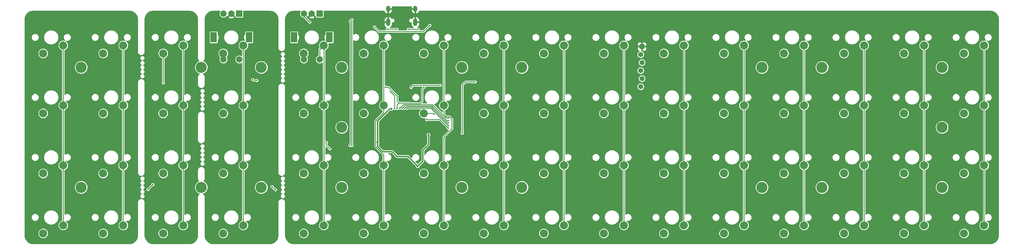
<source format=gtl>
G04 #@! TF.GenerationSoftware,KiCad,Pcbnew,(5.1.2-1)-1*
G04 #@! TF.CreationDate,2020-06-30T21:23:12-05:00*
G04 #@! TF.ProjectId,therick48.16SP,74686572-6963-46b3-9438-2e313653502e,rev?*
G04 #@! TF.SameCoordinates,Original*
G04 #@! TF.FileFunction,Copper,L1,Top*
G04 #@! TF.FilePolarity,Positive*
%FSLAX46Y46*%
G04 Gerber Fmt 4.6, Leading zero omitted, Abs format (unit mm)*
G04 Created by KiCad (PCBNEW (5.1.2-1)-1) date 2020-06-30 21:23:12*
%MOMM*%
%LPD*%
G04 APERTURE LIST*
%ADD10R,2.000000X2.000000*%
%ADD11C,2.000000*%
%ADD12R,2.000000X3.200000*%
%ADD13C,0.100000*%
%ADD14C,1.600200*%
%ADD15C,3.500000*%
%ADD16C,2.540000*%
%ADD17O,1.300000X2.400000*%
%ADD18O,1.300000X1.900000*%
%ADD19C,0.500000*%
%ADD20C,0.700000*%
%ADD21C,0.250000*%
%ADD22C,0.400000*%
G04 APERTURE END LIST*
D10*
X147305399Y-44927302D03*
D11*
X144805399Y-44927302D03*
X142305399Y-44927302D03*
D12*
X150405399Y-52427302D03*
X139205399Y-52427302D03*
D11*
X147305399Y-59427302D03*
X142305399Y-59427302D03*
D13*
G36*
X249745662Y-54541826D02*
G01*
X249784496Y-54547587D01*
X249822578Y-54557126D01*
X249859543Y-54570352D01*
X249895032Y-54587137D01*
X249928706Y-54607321D01*
X249960239Y-54630707D01*
X249989328Y-54657072D01*
X250015693Y-54686161D01*
X250039079Y-54717694D01*
X250059263Y-54751368D01*
X250076048Y-54786857D01*
X250089274Y-54823822D01*
X250098813Y-54861904D01*
X250104574Y-54900738D01*
X250106500Y-54939950D01*
X250106500Y-55740050D01*
X250104574Y-55779262D01*
X250098813Y-55818096D01*
X250089274Y-55856178D01*
X250076048Y-55893143D01*
X250059263Y-55928632D01*
X250039079Y-55962306D01*
X250015693Y-55993839D01*
X249989328Y-56022928D01*
X249960239Y-56049293D01*
X249928706Y-56072679D01*
X249895032Y-56092863D01*
X249859543Y-56109648D01*
X249822578Y-56122874D01*
X249784496Y-56132413D01*
X249745662Y-56138174D01*
X249706450Y-56140100D01*
X248906350Y-56140100D01*
X248867138Y-56138174D01*
X248828304Y-56132413D01*
X248790222Y-56122874D01*
X248753257Y-56109648D01*
X248717768Y-56092863D01*
X248684094Y-56072679D01*
X248652561Y-56049293D01*
X248623472Y-56022928D01*
X248597107Y-55993839D01*
X248573721Y-55962306D01*
X248553537Y-55928632D01*
X248536752Y-55893143D01*
X248523526Y-55856178D01*
X248513987Y-55818096D01*
X248508226Y-55779262D01*
X248506300Y-55740050D01*
X248506300Y-54939950D01*
X248508226Y-54900738D01*
X248513987Y-54861904D01*
X248523526Y-54823822D01*
X248536752Y-54786857D01*
X248553537Y-54751368D01*
X248573721Y-54717694D01*
X248597107Y-54686161D01*
X248623472Y-54657072D01*
X248652561Y-54630707D01*
X248684094Y-54607321D01*
X248717768Y-54587137D01*
X248753257Y-54570352D01*
X248790222Y-54557126D01*
X248828304Y-54547587D01*
X248867138Y-54541826D01*
X248906350Y-54539900D01*
X249706450Y-54539900D01*
X249745662Y-54541826D01*
X249745662Y-54541826D01*
G37*
D14*
X249306400Y-55340000D03*
X248900000Y-57880000D03*
X249306400Y-60420000D03*
X248900000Y-62960000D03*
X249306400Y-65500000D03*
X248900000Y-68040000D03*
D10*
X121845086Y-44927162D03*
D11*
X119345086Y-44927162D03*
X116845086Y-44927162D03*
D12*
X124945086Y-52427162D03*
X113745086Y-52427162D03*
D11*
X121845086Y-59427162D03*
X116845086Y-59427162D03*
D15*
X109819711Y-61939837D03*
X109819711Y-99939737D03*
D16*
X123129686Y-111979712D03*
X116779686Y-114519712D03*
D17*
X168979999Y-47648627D03*
D18*
X168979999Y-43448627D03*
X177579999Y-43448627D03*
D17*
X177579999Y-47648627D03*
X168979999Y-47648627D03*
D16*
X66129836Y-54979862D03*
X59779836Y-57519862D03*
X85129786Y-54979862D03*
X78779786Y-57519862D03*
X104129736Y-54979862D03*
X97779736Y-57519862D03*
X123129686Y-54979862D03*
X116779686Y-57519862D03*
X66129836Y-73979812D03*
X59779836Y-76519812D03*
X85129786Y-73979812D03*
X78779786Y-76519812D03*
X104129736Y-73979812D03*
X97779736Y-76519812D03*
X123129686Y-73979812D03*
X116779686Y-76519812D03*
X66129836Y-92979762D03*
X59779836Y-95519762D03*
X85104386Y-92992462D03*
X78754386Y-95532462D03*
X104129736Y-92979762D03*
X97779736Y-95519762D03*
X123129686Y-92979762D03*
X116779686Y-95519762D03*
X66129836Y-111979712D03*
X59779836Y-114519712D03*
X85129786Y-111979712D03*
X78779786Y-114519712D03*
X104129736Y-111979712D03*
X97779736Y-114519712D03*
X148589999Y-54980002D03*
X142239999Y-57520002D03*
X167589999Y-54980002D03*
X161239999Y-57520002D03*
X186589999Y-54980002D03*
X180239999Y-57520002D03*
X199239999Y-57520002D03*
X205589999Y-54980002D03*
X224589419Y-54979862D03*
X218239419Y-57519862D03*
X243589369Y-54979862D03*
X237239369Y-57519862D03*
X262589319Y-54980002D03*
X256239319Y-57520002D03*
X281589999Y-54980002D03*
X275239999Y-57520002D03*
X300589999Y-54980002D03*
X294239999Y-57520002D03*
X319589169Y-54979862D03*
X313239169Y-57519862D03*
X338589119Y-54979862D03*
X332239119Y-57519862D03*
X357589069Y-54979862D03*
X351239069Y-57519862D03*
X148589999Y-73980002D03*
X142239999Y-76520002D03*
X167589999Y-73980002D03*
X161239999Y-76520002D03*
X186589999Y-73980002D03*
X180239999Y-76520002D03*
X205589999Y-73980002D03*
X199239999Y-76520002D03*
X224589999Y-73980002D03*
X218239999Y-76520002D03*
X243589999Y-73980002D03*
X237239999Y-76520002D03*
X262589319Y-73980002D03*
X256239319Y-76520002D03*
X281564600Y-73992700D03*
X275214600Y-76532700D03*
X300589999Y-73980002D03*
X294239999Y-76520002D03*
X319589169Y-73979812D03*
X313239169Y-76519812D03*
X338589119Y-73979812D03*
X332239119Y-76519812D03*
X357589069Y-73979812D03*
X351239069Y-76519812D03*
X148589999Y-92980002D03*
X142239999Y-95520002D03*
X167589999Y-92980002D03*
X161239999Y-95520002D03*
X186589999Y-92980002D03*
X180239999Y-95520002D03*
X205589469Y-92979762D03*
X199239469Y-95519762D03*
X224589419Y-92979762D03*
X218239419Y-95519762D03*
X243589369Y-92979762D03*
X237239369Y-95519762D03*
X281589269Y-92980002D03*
X275239269Y-95520002D03*
X300589219Y-92979762D03*
X294239219Y-95519762D03*
X319589169Y-92979762D03*
X313239169Y-95519762D03*
X338589119Y-92979762D03*
X332239119Y-95519762D03*
X148589619Y-111980002D03*
X142239619Y-114520002D03*
X167589999Y-111980002D03*
X161239999Y-114520002D03*
X186589999Y-111980002D03*
X180239999Y-114520002D03*
X205589469Y-111979712D03*
X199239469Y-114519712D03*
X224589999Y-111980002D03*
X218239999Y-114520002D03*
X243589369Y-111979712D03*
X237239369Y-114519712D03*
X281589269Y-111979712D03*
X275239269Y-114519712D03*
X300589219Y-111979712D03*
X294239219Y-114519712D03*
X319589169Y-111979712D03*
X313239169Y-114519712D03*
X338589119Y-111979712D03*
X332239119Y-114519712D03*
X262589319Y-92979762D03*
X256239319Y-95519762D03*
X262589319Y-111979712D03*
X256239319Y-114519712D03*
X357589069Y-92979762D03*
X351239069Y-95519762D03*
X357589999Y-111980002D03*
X351239999Y-114520002D03*
D15*
X154279999Y-80940000D03*
X192280000Y-61940000D03*
X192280000Y-99940000D03*
X306280000Y-61940000D03*
X306280000Y-99940000D03*
X344280000Y-80940000D03*
X71819991Y-61940000D03*
X128819661Y-61939837D03*
X71819991Y-99940000D03*
X128819661Y-99939737D03*
X154280000Y-61940000D03*
X154280000Y-99940000D03*
X287280000Y-99940000D03*
X211280000Y-99940000D03*
X211280000Y-61940000D03*
X287280000Y-61940000D03*
X344280000Y-99940000D03*
X344280000Y-61940000D03*
D19*
X183533999Y-76814002D03*
D20*
X178318999Y-93204904D03*
X181743998Y-83305002D03*
X165588002Y-85705002D03*
X170053000Y-75057000D03*
D19*
X185420000Y-67626377D03*
X176212002Y-68262998D03*
X169690999Y-69575002D03*
X171037499Y-74930000D03*
X164592000Y-49149000D03*
X182118000Y-48641000D03*
X171831000Y-74930000D03*
X180340000Y-68199000D03*
X168148000Y-68199000D03*
X150513999Y-87736002D03*
X149370999Y-85704002D03*
X92964000Y-100584000D03*
X94488000Y-99060000D03*
X133302028Y-100681736D03*
X132207000Y-99695000D03*
X148672499Y-87204499D03*
X172631249Y-74878002D03*
X188037499Y-78005002D03*
X173431249Y-74878002D03*
X188037499Y-78805002D03*
X188037499Y-79605002D03*
X174231249Y-74878002D03*
X188037499Y-80405002D03*
X175031249Y-74878002D03*
X188037499Y-81205002D03*
X181137499Y-78505002D03*
X175390999Y-49848002D03*
X178438999Y-49848002D03*
X171707999Y-49848002D03*
X168659999Y-49848002D03*
X192423999Y-82783002D03*
X196469000Y-66548000D03*
X97790000Y-66802000D03*
X127405882Y-66064882D03*
X126111000Y-65786000D03*
X160165999Y-79862002D03*
X160165999Y-86212002D03*
X157480000Y-86614000D03*
X157480000Y-46863000D03*
X156845000Y-86614000D03*
X156972000Y-47371000D03*
X144154048Y-47634303D03*
D21*
X183239999Y-76520002D02*
X183533999Y-76814002D01*
X180239999Y-76520002D02*
X183239999Y-76520002D01*
D22*
X165588002Y-85705002D02*
X165588002Y-86975002D01*
X165588002Y-86975002D02*
X167259000Y-88646000D01*
X167259000Y-88646000D02*
X170307000Y-88646000D01*
X178318999Y-93204904D02*
X175284095Y-90170000D01*
X171831000Y-90170000D02*
X170307000Y-88646000D01*
X175284095Y-90170000D02*
X171831000Y-90170000D01*
X178318999Y-93204904D02*
X179959000Y-91564903D01*
X179959000Y-91564903D02*
X179959000Y-88138000D01*
X181743998Y-86353002D02*
X181743998Y-83305002D01*
X179959000Y-88138000D02*
X181743998Y-86353002D01*
X169418001Y-75057000D02*
X165588002Y-78886998D01*
X165588002Y-78886998D02*
X165588002Y-85705002D01*
X170053000Y-75057000D02*
X169418001Y-75057000D01*
D21*
X176784000Y-67691000D02*
X176212002Y-68262998D01*
X176848623Y-67626377D02*
X176784000Y-67691000D01*
X185420000Y-67626377D02*
X176848623Y-67626377D01*
X171037499Y-70921502D02*
X169690999Y-69575002D01*
X171037499Y-74930000D02*
X171037499Y-70921502D01*
X166003003Y-50560003D02*
X164592000Y-49149000D01*
X182118000Y-48641000D02*
X180198997Y-50560003D01*
X180198997Y-50560003D02*
X166003003Y-50560003D01*
X172385029Y-73232971D02*
X171831000Y-73787000D01*
X171831000Y-73787000D02*
X171831000Y-74930000D01*
X171831000Y-72678942D02*
X172385029Y-73232971D01*
X171831000Y-70967601D02*
X171831000Y-72678942D01*
X171805601Y-70967601D02*
X169037000Y-68199000D01*
X171831000Y-70967601D02*
X171805601Y-70967601D01*
X179118038Y-73357962D02*
X175979874Y-73357962D01*
X175854883Y-73232971D02*
X172385029Y-73232971D01*
X175979874Y-73357962D02*
X175854883Y-73232971D01*
X179705000Y-68834000D02*
X179705000Y-72771000D01*
X179705000Y-72771000D02*
X179118038Y-73357962D01*
X180340000Y-68199000D02*
X179705000Y-68834000D01*
X168148000Y-68199000D02*
X169037000Y-68199000D01*
X149370999Y-86593002D02*
X150513999Y-87736002D01*
X149370999Y-85704002D02*
X149370999Y-86593002D01*
X92964000Y-100584000D02*
X94488000Y-99060000D01*
X133193736Y-100681736D02*
X132207000Y-99695000D01*
X133302028Y-100681736D02*
X133193736Y-100681736D01*
X148672499Y-87204499D02*
X148672499Y-112120002D01*
X148672499Y-54970002D02*
X148672499Y-87204499D01*
X147305399Y-56264602D02*
X148589999Y-54980002D01*
X147305399Y-59427302D02*
X147305399Y-56264602D01*
X167589999Y-92980002D02*
X167589999Y-111980002D01*
X167589999Y-73980002D02*
X167589999Y-54980002D01*
X167589999Y-89620479D02*
X164973000Y-87003480D01*
X167589999Y-92980002D02*
X167589999Y-89620479D01*
X164973000Y-87003480D02*
X164973000Y-78858520D01*
X167589999Y-73980002D02*
X167589999Y-76241521D01*
X167589999Y-76241521D02*
X164973000Y-78858520D01*
X189172500Y-81309503D02*
X189172500Y-78315003D01*
X186589999Y-111980002D02*
X186589999Y-92980002D01*
X186589999Y-83892004D02*
X189172500Y-81309503D01*
X186589999Y-92980002D02*
X186589999Y-83892004D01*
X186589999Y-73980002D02*
X186589999Y-54980002D01*
X186589999Y-73980002D02*
X186589999Y-76807846D01*
X188357498Y-77500001D02*
X189172500Y-78315003D01*
X187282154Y-77500001D02*
X188357498Y-77500001D01*
X186589999Y-76807846D02*
X187282154Y-77500001D01*
X205589999Y-54982702D02*
X205589999Y-111980002D01*
X173896270Y-73612981D02*
X172631249Y-74878002D01*
X175697478Y-73612981D02*
X173896270Y-73612981D01*
X182982711Y-73737972D02*
X175822469Y-73737972D01*
X187249741Y-78005002D02*
X182982711Y-73737972D01*
X175822469Y-73737972D02*
X175697478Y-73612981D01*
X188037499Y-78005002D02*
X187249741Y-78005002D01*
X224589999Y-65167002D02*
X224589999Y-54982702D01*
X224589999Y-111980002D02*
X224589999Y-65167002D01*
X175579279Y-74117982D02*
X175454288Y-73992991D01*
X175454288Y-73992991D02*
X174316260Y-73992991D01*
X174316260Y-73992991D02*
X173431249Y-74878002D01*
X182825307Y-74117982D02*
X175579279Y-74117982D01*
X187512327Y-78805002D02*
X182825307Y-74117982D01*
X188037499Y-78805002D02*
X187512327Y-78805002D01*
X243589999Y-54980002D02*
X243589999Y-111980002D01*
X187774913Y-79605002D02*
X188037499Y-79605002D01*
X182667906Y-74497995D02*
X187774913Y-79605002D01*
X175421874Y-74497992D02*
X182667906Y-74497992D01*
X182667906Y-74497992D02*
X182667906Y-74497995D01*
X175296883Y-74373001D02*
X175421874Y-74497992D01*
X174736250Y-74373001D02*
X175296883Y-74373001D01*
X174231249Y-74878002D02*
X174736250Y-74373001D01*
X262589999Y-111980002D02*
X262589999Y-54980002D01*
X182510501Y-74878002D02*
X188037499Y-80405002D01*
X175031249Y-74878002D02*
X182510501Y-74878002D01*
X185337499Y-78505002D02*
X188037499Y-81205002D01*
X181137499Y-78505002D02*
X185337499Y-78505002D01*
X281589999Y-54980002D02*
X281589999Y-111980002D01*
X300589999Y-111980002D02*
X300589999Y-54980002D01*
X319589999Y-54982702D02*
X319589999Y-111980002D01*
X338589999Y-111980002D02*
X338589999Y-54982702D01*
X357589999Y-54980002D02*
X357589999Y-110511982D01*
X357589999Y-111980002D02*
X357589999Y-110511982D01*
X175390999Y-49848002D02*
X178438999Y-49848002D01*
X171707999Y-49848002D02*
X168659999Y-49848002D01*
X192423999Y-68471999D02*
X192423999Y-67545001D01*
X192423999Y-82783002D02*
X192423999Y-68471999D01*
X192423999Y-67545001D02*
X193421000Y-66548000D01*
X193421000Y-66548000D02*
X195786179Y-66548000D01*
X196115447Y-66548000D02*
X195786179Y-66548000D01*
X196469000Y-66548000D02*
X196115447Y-66548000D01*
X97790000Y-57530126D02*
X97779736Y-57519862D01*
X97790000Y-66802000D02*
X97790000Y-57530126D01*
X66104590Y-109819436D02*
X66104590Y-111992702D01*
X66104590Y-54992702D02*
X66104590Y-109819436D01*
X85104590Y-109819436D02*
X85104590Y-111992702D01*
X85104590Y-54992702D02*
X85104590Y-109819436D01*
X104104590Y-109819436D02*
X104104590Y-111992702D01*
X104104590Y-54992702D02*
X104104590Y-109819436D01*
X126389882Y-66064882D02*
X126111000Y-65786000D01*
X127405882Y-66064882D02*
X126389882Y-66064882D01*
X123104590Y-54992702D02*
X123104590Y-111992702D01*
X160165999Y-79862002D02*
X159784999Y-80243002D01*
X159784999Y-85450002D02*
X159784999Y-85704002D01*
X159784999Y-80243002D02*
X159784999Y-85450002D01*
X159784999Y-85831002D02*
X160165999Y-86212002D01*
X159784999Y-85704002D02*
X159784999Y-85831002D01*
X157480000Y-86614000D02*
X157480000Y-46863000D01*
X156845000Y-86260447D02*
X157099990Y-86005457D01*
X156845000Y-86614000D02*
X156845000Y-86260447D01*
X157099990Y-86005457D02*
X157099990Y-48006990D01*
X157099990Y-47498990D02*
X156972000Y-47371000D01*
X157099990Y-48006990D02*
X157099990Y-47498990D01*
X142305399Y-45785654D02*
X142305399Y-44927302D01*
X144154048Y-47634303D02*
X142305399Y-45785654D01*
G36*
X169108999Y-43319627D02*
G01*
X170262999Y-43319627D01*
X170262999Y-43019627D01*
X170213180Y-42771805D01*
X170212037Y-42769062D01*
X176347961Y-42769062D01*
X176346818Y-42771805D01*
X176296999Y-43019627D01*
X176296999Y-43319627D01*
X177450999Y-43319627D01*
X177450999Y-42769062D01*
X177560677Y-42769062D01*
X177653141Y-42778128D01*
X177708999Y-42794993D01*
X177708999Y-43319627D01*
X177728999Y-43319627D01*
X177728999Y-43577627D01*
X177708999Y-43577627D01*
X177708999Y-44865955D01*
X177907099Y-44989229D01*
X177951801Y-44983331D01*
X178185536Y-44887071D01*
X178396000Y-44747062D01*
X178575106Y-44568683D01*
X178715970Y-44358790D01*
X178813180Y-44125449D01*
X178819026Y-44096367D01*
X178836629Y-44098093D01*
X178836642Y-44098093D01*
X178856014Y-44100001D01*
X359473182Y-44101252D01*
X359992404Y-44152162D01*
X360485293Y-44300974D01*
X360939888Y-44542686D01*
X361338883Y-44868097D01*
X361667069Y-45264807D01*
X361911950Y-45717705D01*
X362064199Y-46209540D01*
X362119998Y-46740435D01*
X362120000Y-46741110D01*
X362119999Y-115120439D01*
X362067839Y-115652406D01*
X361919027Y-116145297D01*
X361677312Y-116599896D01*
X361351904Y-116998886D01*
X360955197Y-117327070D01*
X360502296Y-117571953D01*
X360010462Y-117724201D01*
X359479566Y-117780001D01*
X359479178Y-117780002D01*
X139099562Y-117780002D01*
X138567595Y-117727842D01*
X138074704Y-117579030D01*
X137620105Y-117337315D01*
X137221115Y-117011907D01*
X136892931Y-116615200D01*
X136648048Y-116162299D01*
X136495800Y-115670465D01*
X136440000Y-115139569D01*
X136439998Y-115138979D01*
X136439972Y-114357984D01*
X140594619Y-114357984D01*
X140594619Y-114682020D01*
X140657836Y-114999831D01*
X140781839Y-115299201D01*
X140961864Y-115568628D01*
X141190993Y-115797757D01*
X141460420Y-115977782D01*
X141759790Y-116101785D01*
X142077601Y-116165002D01*
X142401637Y-116165002D01*
X142719448Y-116101785D01*
X143018818Y-115977782D01*
X143288245Y-115797757D01*
X143517374Y-115568628D01*
X143697399Y-115299201D01*
X143821402Y-114999831D01*
X143884619Y-114682020D01*
X143884619Y-114357984D01*
X159594999Y-114357984D01*
X159594999Y-114682020D01*
X159658216Y-114999831D01*
X159782219Y-115299201D01*
X159962244Y-115568628D01*
X160191373Y-115797757D01*
X160460800Y-115977782D01*
X160760170Y-116101785D01*
X161077981Y-116165002D01*
X161402017Y-116165002D01*
X161719828Y-116101785D01*
X162019198Y-115977782D01*
X162288625Y-115797757D01*
X162517754Y-115568628D01*
X162697779Y-115299201D01*
X162821782Y-114999831D01*
X162884999Y-114682020D01*
X162884999Y-114357984D01*
X178594999Y-114357984D01*
X178594999Y-114682020D01*
X178658216Y-114999831D01*
X178782219Y-115299201D01*
X178962244Y-115568628D01*
X179191373Y-115797757D01*
X179460800Y-115977782D01*
X179760170Y-116101785D01*
X180077981Y-116165002D01*
X180402017Y-116165002D01*
X180719828Y-116101785D01*
X181019198Y-115977782D01*
X181288625Y-115797757D01*
X181517754Y-115568628D01*
X181697779Y-115299201D01*
X181821782Y-114999831D01*
X181884999Y-114682020D01*
X181884999Y-114357984D01*
X181884942Y-114357694D01*
X197594469Y-114357694D01*
X197594469Y-114681730D01*
X197657686Y-114999541D01*
X197781689Y-115298911D01*
X197961714Y-115568338D01*
X198190843Y-115797467D01*
X198460270Y-115977492D01*
X198759640Y-116101495D01*
X199077451Y-116164712D01*
X199401487Y-116164712D01*
X199719298Y-116101495D01*
X200018668Y-115977492D01*
X200288095Y-115797467D01*
X200517224Y-115568338D01*
X200697249Y-115298911D01*
X200821252Y-114999541D01*
X200884469Y-114681730D01*
X200884469Y-114357984D01*
X216594999Y-114357984D01*
X216594999Y-114682020D01*
X216658216Y-114999831D01*
X216782219Y-115299201D01*
X216962244Y-115568628D01*
X217191373Y-115797757D01*
X217460800Y-115977782D01*
X217760170Y-116101785D01*
X218077981Y-116165002D01*
X218402017Y-116165002D01*
X218719828Y-116101785D01*
X219019198Y-115977782D01*
X219288625Y-115797757D01*
X219517754Y-115568628D01*
X219697779Y-115299201D01*
X219821782Y-114999831D01*
X219884999Y-114682020D01*
X219884999Y-114357984D01*
X219884942Y-114357694D01*
X235594369Y-114357694D01*
X235594369Y-114681730D01*
X235657586Y-114999541D01*
X235781589Y-115298911D01*
X235961614Y-115568338D01*
X236190743Y-115797467D01*
X236460170Y-115977492D01*
X236759540Y-116101495D01*
X237077351Y-116164712D01*
X237401387Y-116164712D01*
X237719198Y-116101495D01*
X238018568Y-115977492D01*
X238287995Y-115797467D01*
X238517124Y-115568338D01*
X238697149Y-115298911D01*
X238821152Y-114999541D01*
X238884369Y-114681730D01*
X238884369Y-114357694D01*
X254594319Y-114357694D01*
X254594319Y-114681730D01*
X254657536Y-114999541D01*
X254781539Y-115298911D01*
X254961564Y-115568338D01*
X255190693Y-115797467D01*
X255460120Y-115977492D01*
X255759490Y-116101495D01*
X256077301Y-116164712D01*
X256401337Y-116164712D01*
X256719148Y-116101495D01*
X257018518Y-115977492D01*
X257287945Y-115797467D01*
X257517074Y-115568338D01*
X257697099Y-115298911D01*
X257821102Y-114999541D01*
X257884319Y-114681730D01*
X257884319Y-114357694D01*
X273594269Y-114357694D01*
X273594269Y-114681730D01*
X273657486Y-114999541D01*
X273781489Y-115298911D01*
X273961514Y-115568338D01*
X274190643Y-115797467D01*
X274460070Y-115977492D01*
X274759440Y-116101495D01*
X275077251Y-116164712D01*
X275401287Y-116164712D01*
X275719098Y-116101495D01*
X276018468Y-115977492D01*
X276287895Y-115797467D01*
X276517024Y-115568338D01*
X276697049Y-115298911D01*
X276821052Y-114999541D01*
X276884269Y-114681730D01*
X276884269Y-114357694D01*
X292594219Y-114357694D01*
X292594219Y-114681730D01*
X292657436Y-114999541D01*
X292781439Y-115298911D01*
X292961464Y-115568338D01*
X293190593Y-115797467D01*
X293460020Y-115977492D01*
X293759390Y-116101495D01*
X294077201Y-116164712D01*
X294401237Y-116164712D01*
X294719048Y-116101495D01*
X295018418Y-115977492D01*
X295287845Y-115797467D01*
X295516974Y-115568338D01*
X295696999Y-115298911D01*
X295821002Y-114999541D01*
X295884219Y-114681730D01*
X295884219Y-114357694D01*
X311594169Y-114357694D01*
X311594169Y-114681730D01*
X311657386Y-114999541D01*
X311781389Y-115298911D01*
X311961414Y-115568338D01*
X312190543Y-115797467D01*
X312459970Y-115977492D01*
X312759340Y-116101495D01*
X313077151Y-116164712D01*
X313401187Y-116164712D01*
X313718998Y-116101495D01*
X314018368Y-115977492D01*
X314287795Y-115797467D01*
X314516924Y-115568338D01*
X314696949Y-115298911D01*
X314820952Y-114999541D01*
X314884169Y-114681730D01*
X314884169Y-114357694D01*
X330594119Y-114357694D01*
X330594119Y-114681730D01*
X330657336Y-114999541D01*
X330781339Y-115298911D01*
X330961364Y-115568338D01*
X331190493Y-115797467D01*
X331459920Y-115977492D01*
X331759290Y-116101495D01*
X332077101Y-116164712D01*
X332401137Y-116164712D01*
X332718948Y-116101495D01*
X333018318Y-115977492D01*
X333287745Y-115797467D01*
X333516874Y-115568338D01*
X333696899Y-115298911D01*
X333820902Y-114999541D01*
X333884119Y-114681730D01*
X333884119Y-114357984D01*
X349594999Y-114357984D01*
X349594999Y-114682020D01*
X349658216Y-114999831D01*
X349782219Y-115299201D01*
X349962244Y-115568628D01*
X350191373Y-115797757D01*
X350460800Y-115977782D01*
X350760170Y-116101785D01*
X351077981Y-116165002D01*
X351402017Y-116165002D01*
X351719828Y-116101785D01*
X352019198Y-115977782D01*
X352288625Y-115797757D01*
X352517754Y-115568628D01*
X352697779Y-115299201D01*
X352821782Y-114999831D01*
X352884999Y-114682020D01*
X352884999Y-114357984D01*
X352821782Y-114040173D01*
X352697779Y-113740803D01*
X352517754Y-113471376D01*
X352288625Y-113242247D01*
X352019198Y-113062222D01*
X351719828Y-112938219D01*
X351402017Y-112875002D01*
X351077981Y-112875002D01*
X350760170Y-112938219D01*
X350460800Y-113062222D01*
X350191373Y-113242247D01*
X349962244Y-113471376D01*
X349782219Y-113740803D01*
X349658216Y-114040173D01*
X349594999Y-114357984D01*
X333884119Y-114357984D01*
X333884119Y-114357694D01*
X333820902Y-114039883D01*
X333696899Y-113740513D01*
X333516874Y-113471086D01*
X333287745Y-113241957D01*
X333018318Y-113061932D01*
X332718948Y-112937929D01*
X332401137Y-112874712D01*
X332077101Y-112874712D01*
X331759290Y-112937929D01*
X331459920Y-113061932D01*
X331190493Y-113241957D01*
X330961364Y-113471086D01*
X330781339Y-113740513D01*
X330657336Y-114039883D01*
X330594119Y-114357694D01*
X314884169Y-114357694D01*
X314820952Y-114039883D01*
X314696949Y-113740513D01*
X314516924Y-113471086D01*
X314287795Y-113241957D01*
X314018368Y-113061932D01*
X313718998Y-112937929D01*
X313401187Y-112874712D01*
X313077151Y-112874712D01*
X312759340Y-112937929D01*
X312459970Y-113061932D01*
X312190543Y-113241957D01*
X311961414Y-113471086D01*
X311781389Y-113740513D01*
X311657386Y-114039883D01*
X311594169Y-114357694D01*
X295884219Y-114357694D01*
X295821002Y-114039883D01*
X295696999Y-113740513D01*
X295516974Y-113471086D01*
X295287845Y-113241957D01*
X295018418Y-113061932D01*
X294719048Y-112937929D01*
X294401237Y-112874712D01*
X294077201Y-112874712D01*
X293759390Y-112937929D01*
X293460020Y-113061932D01*
X293190593Y-113241957D01*
X292961464Y-113471086D01*
X292781439Y-113740513D01*
X292657436Y-114039883D01*
X292594219Y-114357694D01*
X276884269Y-114357694D01*
X276821052Y-114039883D01*
X276697049Y-113740513D01*
X276517024Y-113471086D01*
X276287895Y-113241957D01*
X276018468Y-113061932D01*
X275719098Y-112937929D01*
X275401287Y-112874712D01*
X275077251Y-112874712D01*
X274759440Y-112937929D01*
X274460070Y-113061932D01*
X274190643Y-113241957D01*
X273961514Y-113471086D01*
X273781489Y-113740513D01*
X273657486Y-114039883D01*
X273594269Y-114357694D01*
X257884319Y-114357694D01*
X257821102Y-114039883D01*
X257697099Y-113740513D01*
X257517074Y-113471086D01*
X257287945Y-113241957D01*
X257018518Y-113061932D01*
X256719148Y-112937929D01*
X256401337Y-112874712D01*
X256077301Y-112874712D01*
X255759490Y-112937929D01*
X255460120Y-113061932D01*
X255190693Y-113241957D01*
X254961564Y-113471086D01*
X254781539Y-113740513D01*
X254657536Y-114039883D01*
X254594319Y-114357694D01*
X238884369Y-114357694D01*
X238821152Y-114039883D01*
X238697149Y-113740513D01*
X238517124Y-113471086D01*
X238287995Y-113241957D01*
X238018568Y-113061932D01*
X237719198Y-112937929D01*
X237401387Y-112874712D01*
X237077351Y-112874712D01*
X236759540Y-112937929D01*
X236460170Y-113061932D01*
X236190743Y-113241957D01*
X235961614Y-113471086D01*
X235781589Y-113740513D01*
X235657586Y-114039883D01*
X235594369Y-114357694D01*
X219884942Y-114357694D01*
X219821782Y-114040173D01*
X219697779Y-113740803D01*
X219517754Y-113471376D01*
X219288625Y-113242247D01*
X219019198Y-113062222D01*
X218719828Y-112938219D01*
X218402017Y-112875002D01*
X218077981Y-112875002D01*
X217760170Y-112938219D01*
X217460800Y-113062222D01*
X217191373Y-113242247D01*
X216962244Y-113471376D01*
X216782219Y-113740803D01*
X216658216Y-114040173D01*
X216594999Y-114357984D01*
X200884469Y-114357984D01*
X200884469Y-114357694D01*
X200821252Y-114039883D01*
X200697249Y-113740513D01*
X200517224Y-113471086D01*
X200288095Y-113241957D01*
X200018668Y-113061932D01*
X199719298Y-112937929D01*
X199401487Y-112874712D01*
X199077451Y-112874712D01*
X198759640Y-112937929D01*
X198460270Y-113061932D01*
X198190843Y-113241957D01*
X197961714Y-113471086D01*
X197781689Y-113740513D01*
X197657686Y-114039883D01*
X197594469Y-114357694D01*
X181884942Y-114357694D01*
X181821782Y-114040173D01*
X181697779Y-113740803D01*
X181517754Y-113471376D01*
X181288625Y-113242247D01*
X181019198Y-113062222D01*
X180719828Y-112938219D01*
X180402017Y-112875002D01*
X180077981Y-112875002D01*
X179760170Y-112938219D01*
X179460800Y-113062222D01*
X179191373Y-113242247D01*
X178962244Y-113471376D01*
X178782219Y-113740803D01*
X178658216Y-114040173D01*
X178594999Y-114357984D01*
X162884999Y-114357984D01*
X162821782Y-114040173D01*
X162697779Y-113740803D01*
X162517754Y-113471376D01*
X162288625Y-113242247D01*
X162019198Y-113062222D01*
X161719828Y-112938219D01*
X161402017Y-112875002D01*
X161077981Y-112875002D01*
X160760170Y-112938219D01*
X160460800Y-113062222D01*
X160191373Y-113242247D01*
X159962244Y-113471376D01*
X159782219Y-113740803D01*
X159658216Y-114040173D01*
X159594999Y-114357984D01*
X143884619Y-114357984D01*
X143821402Y-114040173D01*
X143697399Y-113740803D01*
X143517374Y-113471376D01*
X143288245Y-113242247D01*
X143018818Y-113062222D01*
X142719448Y-112938219D01*
X142401637Y-112875002D01*
X142077601Y-112875002D01*
X141759790Y-112938219D01*
X141460420Y-113062222D01*
X141190993Y-113242247D01*
X140961864Y-113471376D01*
X140781839Y-113740803D01*
X140657836Y-114040173D01*
X140594619Y-114357984D01*
X136439972Y-114357984D01*
X136439801Y-109319261D01*
X138473719Y-109319261D01*
X138473719Y-109560743D01*
X138520829Y-109797584D01*
X138613240Y-110020684D01*
X138747400Y-110221468D01*
X138918153Y-110392221D01*
X139118937Y-110526381D01*
X139342037Y-110618792D01*
X139578878Y-110665902D01*
X139820360Y-110665902D01*
X140057201Y-110618792D01*
X140280301Y-110526381D01*
X140481085Y-110392221D01*
X140651838Y-110221468D01*
X140785998Y-110020684D01*
X140878409Y-109797584D01*
X140925519Y-109560743D01*
X140925519Y-109319261D01*
X140903127Y-109206686D01*
X142410719Y-109206686D01*
X142410719Y-109673318D01*
X142501755Y-110130985D01*
X142680327Y-110562097D01*
X142939574Y-110950088D01*
X143269533Y-111280047D01*
X143657524Y-111539294D01*
X144088636Y-111717866D01*
X144546303Y-111808902D01*
X145012935Y-111808902D01*
X145470602Y-111717866D01*
X145901714Y-111539294D01*
X146289705Y-111280047D01*
X146619664Y-110950088D01*
X146878911Y-110562097D01*
X147057483Y-110130985D01*
X147148519Y-109673318D01*
X147148519Y-109206686D01*
X147057483Y-108749019D01*
X146878911Y-108317907D01*
X146619664Y-107929916D01*
X146289705Y-107599957D01*
X145901714Y-107340710D01*
X145470602Y-107162138D01*
X145012935Y-107071102D01*
X144546303Y-107071102D01*
X144088636Y-107162138D01*
X143657524Y-107340710D01*
X143269533Y-107599957D01*
X142939574Y-107929916D01*
X142680327Y-108317907D01*
X142501755Y-108749019D01*
X142410719Y-109206686D01*
X140903127Y-109206686D01*
X140878409Y-109082420D01*
X140785998Y-108859320D01*
X140651838Y-108658536D01*
X140481085Y-108487783D01*
X140280301Y-108353623D01*
X140057201Y-108261212D01*
X139820360Y-108214102D01*
X139578878Y-108214102D01*
X139342037Y-108261212D01*
X139118937Y-108353623D01*
X138918153Y-108487783D01*
X138747400Y-108658536D01*
X138613240Y-108859320D01*
X138520829Y-109082420D01*
X138473719Y-109319261D01*
X136439801Y-109319261D01*
X136439641Y-104628340D01*
X136437659Y-104608223D01*
X136437659Y-104598355D01*
X136437075Y-104592800D01*
X136420541Y-104445400D01*
X136413004Y-104409939D01*
X136405962Y-104374376D01*
X136404311Y-104369041D01*
X136359462Y-104227658D01*
X136345171Y-104194316D01*
X136331365Y-104160818D01*
X136328708Y-104155905D01*
X136328708Y-104155904D01*
X136328705Y-104155900D01*
X136257252Y-104025926D01*
X136236789Y-103996040D01*
X136216707Y-103965814D01*
X136213147Y-103961511D01*
X136117805Y-103847887D01*
X136091904Y-103822523D01*
X136066356Y-103796796D01*
X136062028Y-103793266D01*
X135946432Y-103700325D01*
X135916086Y-103680467D01*
X135886041Y-103660202D01*
X135881110Y-103657580D01*
X135749663Y-103588861D01*
X135716051Y-103575281D01*
X135682626Y-103561230D01*
X135677284Y-103559617D01*
X135677278Y-103559615D01*
X135534988Y-103517738D01*
X135499372Y-103510944D01*
X135463864Y-103503655D01*
X135458305Y-103503110D01*
X135310591Y-103489667D01*
X135274339Y-103489920D01*
X135238086Y-103489667D01*
X135232528Y-103490212D01*
X135232524Y-103490212D01*
X135085014Y-103505716D01*
X135049532Y-103513000D01*
X135013888Y-103519799D01*
X135008541Y-103521414D01*
X134866850Y-103565275D01*
X134833437Y-103579321D01*
X134799815Y-103592905D01*
X134794883Y-103595527D01*
X134664409Y-103666074D01*
X134634347Y-103686351D01*
X134604019Y-103706197D01*
X134599690Y-103709727D01*
X134485403Y-103804273D01*
X134459871Y-103829984D01*
X134433953Y-103855365D01*
X134430393Y-103859669D01*
X134336647Y-103974614D01*
X134316601Y-104004785D01*
X134296104Y-104034721D01*
X134293448Y-104039634D01*
X134223813Y-104170597D01*
X134210009Y-104204088D01*
X134195715Y-104237438D01*
X134194063Y-104242774D01*
X134151192Y-104384769D01*
X134144146Y-104420354D01*
X134136613Y-104455794D01*
X134136029Y-104461349D01*
X134121555Y-104608967D01*
X134121555Y-104608981D01*
X134119647Y-104628353D01*
X134119646Y-115120134D01*
X134067486Y-115652101D01*
X133918674Y-116144992D01*
X133676959Y-116599591D01*
X133351551Y-116998581D01*
X132954844Y-117326765D01*
X132501943Y-117571648D01*
X132010109Y-117723896D01*
X131479276Y-117779689D01*
X113639280Y-117779689D01*
X113107313Y-117727529D01*
X112614422Y-117578717D01*
X112159823Y-117337002D01*
X111760833Y-117011594D01*
X111432649Y-116614887D01*
X111187766Y-116161986D01*
X111035518Y-115670152D01*
X110979718Y-115139256D01*
X110979717Y-115138863D01*
X110979717Y-114357694D01*
X115134686Y-114357694D01*
X115134686Y-114681730D01*
X115197903Y-114999541D01*
X115321906Y-115298911D01*
X115501931Y-115568338D01*
X115731060Y-115797467D01*
X116000487Y-115977492D01*
X116299857Y-116101495D01*
X116617668Y-116164712D01*
X116941704Y-116164712D01*
X117259515Y-116101495D01*
X117558885Y-115977492D01*
X117828312Y-115797467D01*
X118057441Y-115568338D01*
X118237466Y-115298911D01*
X118361469Y-114999541D01*
X118424686Y-114681730D01*
X118424686Y-114357694D01*
X118361469Y-114039883D01*
X118237466Y-113740513D01*
X118057441Y-113471086D01*
X117828312Y-113241957D01*
X117558885Y-113061932D01*
X117259515Y-112937929D01*
X116941704Y-112874712D01*
X116617668Y-112874712D01*
X116299857Y-112937929D01*
X116000487Y-113061932D01*
X115731060Y-113241957D01*
X115501931Y-113471086D01*
X115321906Y-113740513D01*
X115197903Y-114039883D01*
X115134686Y-114357694D01*
X110979717Y-114357694D01*
X110979713Y-109318971D01*
X113013786Y-109318971D01*
X113013786Y-109560453D01*
X113060896Y-109797294D01*
X113153307Y-110020394D01*
X113287467Y-110221178D01*
X113458220Y-110391931D01*
X113659004Y-110526091D01*
X113882104Y-110618502D01*
X114118945Y-110665612D01*
X114360427Y-110665612D01*
X114597268Y-110618502D01*
X114820368Y-110526091D01*
X115021152Y-110391931D01*
X115191905Y-110221178D01*
X115326065Y-110020394D01*
X115418476Y-109797294D01*
X115465586Y-109560453D01*
X115465586Y-109318971D01*
X115443194Y-109206396D01*
X116950786Y-109206396D01*
X116950786Y-109673028D01*
X117041822Y-110130695D01*
X117220394Y-110561807D01*
X117479641Y-110949798D01*
X117809600Y-111279757D01*
X118197591Y-111539004D01*
X118628703Y-111717576D01*
X119086370Y-111808612D01*
X119553002Y-111808612D01*
X120010669Y-111717576D01*
X120441781Y-111539004D01*
X120829772Y-111279757D01*
X121159731Y-110949798D01*
X121418978Y-110561807D01*
X121597550Y-110130695D01*
X121688586Y-109673028D01*
X121688586Y-109206396D01*
X121597550Y-108748729D01*
X121418978Y-108317617D01*
X121159731Y-107929626D01*
X120829772Y-107599667D01*
X120441781Y-107340420D01*
X120010669Y-107161848D01*
X119553002Y-107070812D01*
X119086370Y-107070812D01*
X118628703Y-107161848D01*
X118197591Y-107340420D01*
X117809600Y-107599667D01*
X117479641Y-107929626D01*
X117220394Y-108317617D01*
X117041822Y-108748729D01*
X116950786Y-109206396D01*
X115443194Y-109206396D01*
X115418476Y-109082130D01*
X115326065Y-108859030D01*
X115191905Y-108658246D01*
X115021152Y-108487493D01*
X114820368Y-108353333D01*
X114597268Y-108260922D01*
X114360427Y-108213812D01*
X114118945Y-108213812D01*
X113882104Y-108260922D01*
X113659004Y-108353333D01*
X113458220Y-108487493D01*
X113287467Y-108658246D01*
X113153307Y-108859030D01*
X113060896Y-109082130D01*
X113013786Y-109318971D01*
X110979713Y-109318971D01*
X110979708Y-102960082D01*
X110977726Y-102939958D01*
X110977726Y-102930084D01*
X110977142Y-102924529D01*
X110960608Y-102777129D01*
X110953071Y-102741668D01*
X110946029Y-102706105D01*
X110944378Y-102700770D01*
X110899529Y-102559387D01*
X110885238Y-102526045D01*
X110871432Y-102492547D01*
X110868775Y-102487634D01*
X110868775Y-102487633D01*
X110868772Y-102487629D01*
X110797319Y-102357655D01*
X110776856Y-102327769D01*
X110756774Y-102297543D01*
X110753214Y-102293240D01*
X110657872Y-102179616D01*
X110631971Y-102154252D01*
X110606423Y-102128525D01*
X110602095Y-102124995D01*
X110486499Y-102032054D01*
X110456153Y-102012196D01*
X110426108Y-101991931D01*
X110421177Y-101989309D01*
X110417602Y-101987440D01*
X110439551Y-101983074D01*
X110826276Y-101822888D01*
X111174320Y-101590332D01*
X111470306Y-101294346D01*
X111702862Y-100946302D01*
X111863048Y-100559577D01*
X111944711Y-100149031D01*
X111944711Y-99730443D01*
X111863048Y-99319897D01*
X111702862Y-98933172D01*
X111470306Y-98585128D01*
X111174320Y-98289142D01*
X110826276Y-98056586D01*
X110631601Y-97975949D01*
X110639501Y-97967994D01*
X110665402Y-97942630D01*
X110668960Y-97938329D01*
X110668961Y-97938328D01*
X110668964Y-97938324D01*
X110762708Y-97823382D01*
X110782781Y-97793170D01*
X110803251Y-97763274D01*
X110805907Y-97758361D01*
X110875542Y-97627398D01*
X110889351Y-97593895D01*
X110903640Y-97560557D01*
X110905292Y-97555221D01*
X110948163Y-97413226D01*
X110955209Y-97377641D01*
X110962742Y-97342201D01*
X110963326Y-97336646D01*
X110977800Y-97189028D01*
X110977800Y-97189025D01*
X110979709Y-97169642D01*
X110979709Y-95357744D01*
X115134686Y-95357744D01*
X115134686Y-95681780D01*
X115197903Y-95999591D01*
X115321906Y-96298961D01*
X115501931Y-96568388D01*
X115731060Y-96797517D01*
X116000487Y-96977542D01*
X116299857Y-97101545D01*
X116617668Y-97164762D01*
X116941704Y-97164762D01*
X117259515Y-97101545D01*
X117558885Y-96977542D01*
X117828312Y-96797517D01*
X118057441Y-96568388D01*
X118237466Y-96298961D01*
X118361469Y-95999591D01*
X118424686Y-95681780D01*
X118424686Y-95357744D01*
X118361469Y-95039933D01*
X118237466Y-94740563D01*
X118057441Y-94471136D01*
X117828312Y-94242007D01*
X117558885Y-94061982D01*
X117259515Y-93937979D01*
X116941704Y-93874762D01*
X116617668Y-93874762D01*
X116299857Y-93937979D01*
X116000487Y-94061982D01*
X115731060Y-94242007D01*
X115501931Y-94471136D01*
X115321906Y-94740563D01*
X115197903Y-95039933D01*
X115134686Y-95357744D01*
X110979709Y-95357744D01*
X110979709Y-94468353D01*
X110977726Y-94448219D01*
X110977726Y-94438355D01*
X110977142Y-94432800D01*
X110960608Y-94285400D01*
X110953071Y-94249939D01*
X110946029Y-94214376D01*
X110944378Y-94209041D01*
X110899529Y-94067658D01*
X110885238Y-94034316D01*
X110871432Y-94000818D01*
X110868775Y-93995905D01*
X110868775Y-93995904D01*
X110868772Y-93995900D01*
X110797319Y-93865926D01*
X110776856Y-93836040D01*
X110756774Y-93805814D01*
X110753214Y-93801511D01*
X110657872Y-93687887D01*
X110631971Y-93662523D01*
X110606423Y-93636796D01*
X110602095Y-93633266D01*
X110486499Y-93540325D01*
X110456153Y-93520467D01*
X110426108Y-93500202D01*
X110421177Y-93497580D01*
X110289730Y-93428861D01*
X110256118Y-93415281D01*
X110222693Y-93401230D01*
X110217351Y-93399617D01*
X110217345Y-93399615D01*
X110075055Y-93357738D01*
X110039439Y-93350944D01*
X110003931Y-93343655D01*
X109998372Y-93343110D01*
X109850658Y-93329667D01*
X109814406Y-93329920D01*
X109778153Y-93329667D01*
X109772595Y-93330212D01*
X109772591Y-93330212D01*
X109625081Y-93345716D01*
X109589599Y-93353000D01*
X109553955Y-93359799D01*
X109548608Y-93361414D01*
X109406917Y-93405275D01*
X109373504Y-93419321D01*
X109339882Y-93432905D01*
X109334950Y-93435527D01*
X109204476Y-93506074D01*
X109174414Y-93526351D01*
X109144086Y-93546197D01*
X109139757Y-93549727D01*
X109025470Y-93644273D01*
X108999938Y-93669984D01*
X108974020Y-93695365D01*
X108970460Y-93699669D01*
X108876714Y-93814614D01*
X108856668Y-93844785D01*
X108836171Y-93874721D01*
X108833515Y-93879634D01*
X108763880Y-94010597D01*
X108750076Y-94044088D01*
X108735782Y-94077438D01*
X108734130Y-94082774D01*
X108691259Y-94224769D01*
X108684213Y-94260354D01*
X108676680Y-94295794D01*
X108676096Y-94301349D01*
X108661622Y-94448967D01*
X108661622Y-94448981D01*
X108659714Y-94468353D01*
X108659713Y-97169641D01*
X108661696Y-97189775D01*
X108661696Y-97199640D01*
X108662280Y-97205194D01*
X108678814Y-97352595D01*
X108686351Y-97388056D01*
X108693393Y-97423619D01*
X108695044Y-97428954D01*
X108739893Y-97570337D01*
X108754184Y-97603679D01*
X108767990Y-97637177D01*
X108770645Y-97642086D01*
X108770647Y-97642091D01*
X108770650Y-97642095D01*
X108842103Y-97772070D01*
X108862578Y-97801974D01*
X108882648Y-97832181D01*
X108886208Y-97836484D01*
X108981551Y-97950109D01*
X109007468Y-97975489D01*
X109007895Y-97975919D01*
X108813146Y-98056586D01*
X108465102Y-98289142D01*
X108169116Y-98585128D01*
X107936560Y-98933172D01*
X107776374Y-99319897D01*
X107694711Y-99730443D01*
X107694711Y-100149031D01*
X107776374Y-100559577D01*
X107936560Y-100946302D01*
X108169116Y-101294346D01*
X108465102Y-101590332D01*
X108813146Y-101822888D01*
X109199871Y-101983074D01*
X109223152Y-101987705D01*
X109204476Y-101997803D01*
X109174414Y-102018080D01*
X109144086Y-102037926D01*
X109139757Y-102041456D01*
X109025470Y-102136002D01*
X108999938Y-102161713D01*
X108974020Y-102187094D01*
X108970460Y-102191398D01*
X108876714Y-102306343D01*
X108856668Y-102336514D01*
X108836171Y-102366450D01*
X108833515Y-102371363D01*
X108763880Y-102502326D01*
X108750076Y-102535817D01*
X108735782Y-102569167D01*
X108734130Y-102574503D01*
X108691259Y-102716498D01*
X108684213Y-102752083D01*
X108676680Y-102787523D01*
X108676096Y-102793078D01*
X108661622Y-102940696D01*
X108659713Y-102960083D01*
X108659722Y-115120116D01*
X108607561Y-115652093D01*
X108458749Y-116144984D01*
X108217034Y-116599583D01*
X107891626Y-116998573D01*
X107494919Y-117326757D01*
X107042018Y-117571640D01*
X106550184Y-117723888D01*
X106019288Y-117779688D01*
X106018900Y-117779689D01*
X94639322Y-117779689D01*
X94107355Y-117727529D01*
X93614464Y-117578717D01*
X93159865Y-117337002D01*
X92760875Y-117011594D01*
X92432691Y-116614887D01*
X92187808Y-116161986D01*
X92035560Y-115670152D01*
X91979760Y-115139256D01*
X91979759Y-115138868D01*
X91979759Y-114357694D01*
X96134736Y-114357694D01*
X96134736Y-114681730D01*
X96197953Y-114999541D01*
X96321956Y-115298911D01*
X96501981Y-115568338D01*
X96731110Y-115797467D01*
X97000537Y-115977492D01*
X97299907Y-116101495D01*
X97617718Y-116164712D01*
X97941754Y-116164712D01*
X98259565Y-116101495D01*
X98558935Y-115977492D01*
X98828362Y-115797467D01*
X99057491Y-115568338D01*
X99237516Y-115298911D01*
X99361519Y-114999541D01*
X99424736Y-114681730D01*
X99424736Y-114357694D01*
X99361519Y-114039883D01*
X99237516Y-113740513D01*
X99057491Y-113471086D01*
X98828362Y-113241957D01*
X98558935Y-113061932D01*
X98259565Y-112937929D01*
X97941754Y-112874712D01*
X97617718Y-112874712D01*
X97299907Y-112937929D01*
X97000537Y-113061932D01*
X96731110Y-113241957D01*
X96501981Y-113471086D01*
X96321956Y-113740513D01*
X96197953Y-114039883D01*
X96134736Y-114357694D01*
X91979759Y-114357694D01*
X91979759Y-109318971D01*
X94013836Y-109318971D01*
X94013836Y-109560453D01*
X94060946Y-109797294D01*
X94153357Y-110020394D01*
X94287517Y-110221178D01*
X94458270Y-110391931D01*
X94659054Y-110526091D01*
X94882154Y-110618502D01*
X95118995Y-110665612D01*
X95360477Y-110665612D01*
X95597318Y-110618502D01*
X95820418Y-110526091D01*
X96021202Y-110391931D01*
X96191955Y-110221178D01*
X96326115Y-110020394D01*
X96418526Y-109797294D01*
X96465636Y-109560453D01*
X96465636Y-109318971D01*
X96443244Y-109206396D01*
X97950836Y-109206396D01*
X97950836Y-109673028D01*
X98041872Y-110130695D01*
X98220444Y-110561807D01*
X98479691Y-110949798D01*
X98809650Y-111279757D01*
X99197641Y-111539004D01*
X99628753Y-111717576D01*
X100086420Y-111808612D01*
X100553052Y-111808612D01*
X101010719Y-111717576D01*
X101441831Y-111539004D01*
X101829822Y-111279757D01*
X102159781Y-110949798D01*
X102419028Y-110561807D01*
X102597600Y-110130695D01*
X102688636Y-109673028D01*
X102688636Y-109206396D01*
X102597600Y-108748729D01*
X102419028Y-108317617D01*
X102159781Y-107929626D01*
X101829822Y-107599667D01*
X101441831Y-107340420D01*
X101010719Y-107161848D01*
X100553052Y-107070812D01*
X100086420Y-107070812D01*
X99628753Y-107161848D01*
X99197641Y-107340420D01*
X98809650Y-107599667D01*
X98479691Y-107929626D01*
X98220444Y-108317617D01*
X98041872Y-108748729D01*
X97950836Y-109206396D01*
X96443244Y-109206396D01*
X96418526Y-109082130D01*
X96326115Y-108859030D01*
X96191955Y-108658246D01*
X96021202Y-108487493D01*
X95820418Y-108353333D01*
X95597318Y-108260922D01*
X95360477Y-108213812D01*
X95118995Y-108213812D01*
X94882154Y-108260922D01*
X94659054Y-108353333D01*
X94458270Y-108487493D01*
X94287517Y-108658246D01*
X94153357Y-108859030D01*
X94060946Y-109082130D01*
X94013836Y-109318971D01*
X91979759Y-109318971D01*
X91979759Y-104628353D01*
X91977776Y-104608219D01*
X91977776Y-104598355D01*
X91977192Y-104592800D01*
X91960658Y-104445400D01*
X91953121Y-104409939D01*
X91946079Y-104374376D01*
X91944428Y-104369041D01*
X91899579Y-104227658D01*
X91885288Y-104194316D01*
X91871482Y-104160818D01*
X91868825Y-104155905D01*
X91868825Y-104155904D01*
X91868822Y-104155900D01*
X91797369Y-104025926D01*
X91776906Y-103996040D01*
X91756824Y-103965814D01*
X91753264Y-103961511D01*
X91657922Y-103847887D01*
X91632021Y-103822523D01*
X91606473Y-103796796D01*
X91602145Y-103793266D01*
X91486549Y-103700325D01*
X91456203Y-103680467D01*
X91426158Y-103660202D01*
X91421227Y-103657580D01*
X91289780Y-103588861D01*
X91256168Y-103575281D01*
X91222743Y-103561230D01*
X91217401Y-103559617D01*
X91217395Y-103559615D01*
X91075105Y-103517738D01*
X91039489Y-103510944D01*
X91003981Y-103503655D01*
X90998422Y-103503110D01*
X90850708Y-103489667D01*
X90814456Y-103489920D01*
X90778203Y-103489667D01*
X90772645Y-103490212D01*
X90772641Y-103490212D01*
X90625131Y-103505716D01*
X90589649Y-103513000D01*
X90554005Y-103519799D01*
X90548658Y-103521414D01*
X90406967Y-103565275D01*
X90373554Y-103579321D01*
X90339932Y-103592905D01*
X90335000Y-103595527D01*
X90204526Y-103666074D01*
X90174464Y-103686351D01*
X90144136Y-103706197D01*
X90139807Y-103709727D01*
X90025520Y-103804273D01*
X89999988Y-103829984D01*
X89974070Y-103855365D01*
X89970510Y-103859669D01*
X89876764Y-103974614D01*
X89856718Y-104004785D01*
X89836221Y-104034721D01*
X89833565Y-104039634D01*
X89763930Y-104170597D01*
X89750126Y-104204088D01*
X89735832Y-104237438D01*
X89734180Y-104242774D01*
X89691309Y-104384769D01*
X89684263Y-104420354D01*
X89676730Y-104455794D01*
X89676146Y-104461349D01*
X89661672Y-104608967D01*
X89659763Y-104628354D01*
X89659764Y-115120123D01*
X89607603Y-115652101D01*
X89458791Y-116144992D01*
X89217076Y-116599591D01*
X88891668Y-116998581D01*
X88494961Y-117326765D01*
X88042060Y-117571648D01*
X87550226Y-117723896D01*
X87019330Y-117779696D01*
X87018882Y-117779697D01*
X56639560Y-117780003D01*
X56107586Y-117727842D01*
X55614695Y-117579030D01*
X55160096Y-117337315D01*
X54761106Y-117011907D01*
X54432922Y-116615200D01*
X54188039Y-116162299D01*
X54035791Y-115670465D01*
X53979991Y-115139569D01*
X53979990Y-115139181D01*
X53979990Y-114357694D01*
X58134836Y-114357694D01*
X58134836Y-114681730D01*
X58198053Y-114999541D01*
X58322056Y-115298911D01*
X58502081Y-115568338D01*
X58731210Y-115797467D01*
X59000637Y-115977492D01*
X59300007Y-116101495D01*
X59617818Y-116164712D01*
X59941854Y-116164712D01*
X60259665Y-116101495D01*
X60559035Y-115977492D01*
X60828462Y-115797467D01*
X61057591Y-115568338D01*
X61237616Y-115298911D01*
X61361619Y-114999541D01*
X61424836Y-114681730D01*
X61424836Y-114357694D01*
X77134786Y-114357694D01*
X77134786Y-114681730D01*
X77198003Y-114999541D01*
X77322006Y-115298911D01*
X77502031Y-115568338D01*
X77731160Y-115797467D01*
X78000587Y-115977492D01*
X78299957Y-116101495D01*
X78617768Y-116164712D01*
X78941804Y-116164712D01*
X79259615Y-116101495D01*
X79558985Y-115977492D01*
X79828412Y-115797467D01*
X80057541Y-115568338D01*
X80237566Y-115298911D01*
X80361569Y-114999541D01*
X80424786Y-114681730D01*
X80424786Y-114357694D01*
X80361569Y-114039883D01*
X80237566Y-113740513D01*
X80057541Y-113471086D01*
X79828412Y-113241957D01*
X79558985Y-113061932D01*
X79259615Y-112937929D01*
X78941804Y-112874712D01*
X78617768Y-112874712D01*
X78299957Y-112937929D01*
X78000587Y-113061932D01*
X77731160Y-113241957D01*
X77502031Y-113471086D01*
X77322006Y-113740513D01*
X77198003Y-114039883D01*
X77134786Y-114357694D01*
X61424836Y-114357694D01*
X61361619Y-114039883D01*
X61237616Y-113740513D01*
X61057591Y-113471086D01*
X60828462Y-113241957D01*
X60559035Y-113061932D01*
X60259665Y-112937929D01*
X59941854Y-112874712D01*
X59617818Y-112874712D01*
X59300007Y-112937929D01*
X59000637Y-113061932D01*
X58731210Y-113241957D01*
X58502081Y-113471086D01*
X58322056Y-113740513D01*
X58198053Y-114039883D01*
X58134836Y-114357694D01*
X53979990Y-114357694D01*
X53979990Y-109318971D01*
X56013936Y-109318971D01*
X56013936Y-109560453D01*
X56061046Y-109797294D01*
X56153457Y-110020394D01*
X56287617Y-110221178D01*
X56458370Y-110391931D01*
X56659154Y-110526091D01*
X56882254Y-110618502D01*
X57119095Y-110665612D01*
X57360577Y-110665612D01*
X57597418Y-110618502D01*
X57820518Y-110526091D01*
X58021302Y-110391931D01*
X58192055Y-110221178D01*
X58326215Y-110020394D01*
X58418626Y-109797294D01*
X58465736Y-109560453D01*
X58465736Y-109318971D01*
X58443344Y-109206396D01*
X59950936Y-109206396D01*
X59950936Y-109673028D01*
X60041972Y-110130695D01*
X60220544Y-110561807D01*
X60479791Y-110949798D01*
X60809750Y-111279757D01*
X61197741Y-111539004D01*
X61628853Y-111717576D01*
X62086520Y-111808612D01*
X62553152Y-111808612D01*
X63010819Y-111717576D01*
X63441931Y-111539004D01*
X63829922Y-111279757D01*
X64159881Y-110949798D01*
X64419128Y-110561807D01*
X64597700Y-110130695D01*
X64688736Y-109673028D01*
X64688736Y-109206396D01*
X64597700Y-108748729D01*
X64419128Y-108317617D01*
X64159881Y-107929626D01*
X63829922Y-107599667D01*
X63441931Y-107340420D01*
X63010819Y-107161848D01*
X62553152Y-107070812D01*
X62086520Y-107070812D01*
X61628853Y-107161848D01*
X61197741Y-107340420D01*
X60809750Y-107599667D01*
X60479791Y-107929626D01*
X60220544Y-108317617D01*
X60041972Y-108748729D01*
X59950936Y-109206396D01*
X58443344Y-109206396D01*
X58418626Y-109082130D01*
X58326215Y-108859030D01*
X58192055Y-108658246D01*
X58021302Y-108487493D01*
X57820518Y-108353333D01*
X57597418Y-108260922D01*
X57360577Y-108213812D01*
X57119095Y-108213812D01*
X56882254Y-108260922D01*
X56659154Y-108353333D01*
X56458370Y-108487493D01*
X56287617Y-108658246D01*
X56153457Y-108859030D01*
X56061046Y-109082130D01*
X56013936Y-109318971D01*
X53979990Y-109318971D01*
X53979990Y-95357744D01*
X58134836Y-95357744D01*
X58134836Y-95681780D01*
X58198053Y-95999591D01*
X58322056Y-96298961D01*
X58502081Y-96568388D01*
X58731210Y-96797517D01*
X59000637Y-96977542D01*
X59300007Y-97101545D01*
X59617818Y-97164762D01*
X59941854Y-97164762D01*
X60259665Y-97101545D01*
X60559035Y-96977542D01*
X60828462Y-96797517D01*
X61057591Y-96568388D01*
X61237616Y-96298961D01*
X61361619Y-95999591D01*
X61424836Y-95681780D01*
X61424836Y-95357744D01*
X61361619Y-95039933D01*
X61237616Y-94740563D01*
X61057591Y-94471136D01*
X60828462Y-94242007D01*
X60559035Y-94061982D01*
X60259665Y-93937979D01*
X59941854Y-93874762D01*
X59617818Y-93874762D01*
X59300007Y-93937979D01*
X59000637Y-94061982D01*
X58731210Y-94242007D01*
X58502081Y-94471136D01*
X58322056Y-94740563D01*
X58198053Y-95039933D01*
X58134836Y-95357744D01*
X53979990Y-95357744D01*
X53979990Y-90319021D01*
X56013936Y-90319021D01*
X56013936Y-90560503D01*
X56061046Y-90797344D01*
X56153457Y-91020444D01*
X56287617Y-91221228D01*
X56458370Y-91391981D01*
X56659154Y-91526141D01*
X56882254Y-91618552D01*
X57119095Y-91665662D01*
X57360577Y-91665662D01*
X57597418Y-91618552D01*
X57820518Y-91526141D01*
X58021302Y-91391981D01*
X58192055Y-91221228D01*
X58326215Y-91020444D01*
X58418626Y-90797344D01*
X58465736Y-90560503D01*
X58465736Y-90319021D01*
X58443344Y-90206446D01*
X59950936Y-90206446D01*
X59950936Y-90673078D01*
X60041972Y-91130745D01*
X60220544Y-91561857D01*
X60479791Y-91949848D01*
X60809750Y-92279807D01*
X61197741Y-92539054D01*
X61628853Y-92717626D01*
X62086520Y-92808662D01*
X62553152Y-92808662D01*
X63010819Y-92717626D01*
X63441931Y-92539054D01*
X63829922Y-92279807D01*
X64159881Y-91949848D01*
X64419128Y-91561857D01*
X64597700Y-91130745D01*
X64688736Y-90673078D01*
X64688736Y-90206446D01*
X64597700Y-89748779D01*
X64419128Y-89317667D01*
X64159881Y-88929676D01*
X63829922Y-88599717D01*
X63441931Y-88340470D01*
X63010819Y-88161898D01*
X62553152Y-88070862D01*
X62086520Y-88070862D01*
X61628853Y-88161898D01*
X61197741Y-88340470D01*
X60809750Y-88599717D01*
X60479791Y-88929676D01*
X60220544Y-89317667D01*
X60041972Y-89748779D01*
X59950936Y-90206446D01*
X58443344Y-90206446D01*
X58418626Y-90082180D01*
X58326215Y-89859080D01*
X58192055Y-89658296D01*
X58021302Y-89487543D01*
X57820518Y-89353383D01*
X57597418Y-89260972D01*
X57360577Y-89213862D01*
X57119095Y-89213862D01*
X56882254Y-89260972D01*
X56659154Y-89353383D01*
X56458370Y-89487543D01*
X56287617Y-89658296D01*
X56153457Y-89859080D01*
X56061046Y-90082180D01*
X56013936Y-90319021D01*
X53979990Y-90319021D01*
X53979990Y-76357794D01*
X58134836Y-76357794D01*
X58134836Y-76681830D01*
X58198053Y-76999641D01*
X58322056Y-77299011D01*
X58502081Y-77568438D01*
X58731210Y-77797567D01*
X59000637Y-77977592D01*
X59300007Y-78101595D01*
X59617818Y-78164812D01*
X59941854Y-78164812D01*
X60259665Y-78101595D01*
X60559035Y-77977592D01*
X60828462Y-77797567D01*
X61057591Y-77568438D01*
X61237616Y-77299011D01*
X61361619Y-76999641D01*
X61424836Y-76681830D01*
X61424836Y-76357794D01*
X61361619Y-76039983D01*
X61237616Y-75740613D01*
X61057591Y-75471186D01*
X60828462Y-75242057D01*
X60559035Y-75062032D01*
X60259665Y-74938029D01*
X59941854Y-74874812D01*
X59617818Y-74874812D01*
X59300007Y-74938029D01*
X59000637Y-75062032D01*
X58731210Y-75242057D01*
X58502081Y-75471186D01*
X58322056Y-75740613D01*
X58198053Y-76039983D01*
X58134836Y-76357794D01*
X53979990Y-76357794D01*
X53979990Y-71319071D01*
X56013936Y-71319071D01*
X56013936Y-71560553D01*
X56061046Y-71797394D01*
X56153457Y-72020494D01*
X56287617Y-72221278D01*
X56458370Y-72392031D01*
X56659154Y-72526191D01*
X56882254Y-72618602D01*
X57119095Y-72665712D01*
X57360577Y-72665712D01*
X57597418Y-72618602D01*
X57820518Y-72526191D01*
X58021302Y-72392031D01*
X58192055Y-72221278D01*
X58326215Y-72020494D01*
X58418626Y-71797394D01*
X58465736Y-71560553D01*
X58465736Y-71319071D01*
X58443344Y-71206496D01*
X59950936Y-71206496D01*
X59950936Y-71673128D01*
X60041972Y-72130795D01*
X60220544Y-72561907D01*
X60479791Y-72949898D01*
X60809750Y-73279857D01*
X61197741Y-73539104D01*
X61628853Y-73717676D01*
X62086520Y-73808712D01*
X62553152Y-73808712D01*
X63010819Y-73717676D01*
X63441931Y-73539104D01*
X63829922Y-73279857D01*
X64159881Y-72949898D01*
X64419128Y-72561907D01*
X64597700Y-72130795D01*
X64688736Y-71673128D01*
X64688736Y-71206496D01*
X64597700Y-70748829D01*
X64419128Y-70317717D01*
X64159881Y-69929726D01*
X63829922Y-69599767D01*
X63441931Y-69340520D01*
X63010819Y-69161948D01*
X62553152Y-69070912D01*
X62086520Y-69070912D01*
X61628853Y-69161948D01*
X61197741Y-69340520D01*
X60809750Y-69599767D01*
X60479791Y-69929726D01*
X60220544Y-70317717D01*
X60041972Y-70748829D01*
X59950936Y-71206496D01*
X58443344Y-71206496D01*
X58418626Y-71082230D01*
X58326215Y-70859130D01*
X58192055Y-70658346D01*
X58021302Y-70487593D01*
X57820518Y-70353433D01*
X57597418Y-70261022D01*
X57360577Y-70213912D01*
X57119095Y-70213912D01*
X56882254Y-70261022D01*
X56659154Y-70353433D01*
X56458370Y-70487593D01*
X56287617Y-70658346D01*
X56153457Y-70859130D01*
X56061046Y-71082230D01*
X56013936Y-71319071D01*
X53979990Y-71319071D01*
X53979990Y-57357844D01*
X58134836Y-57357844D01*
X58134836Y-57681880D01*
X58198053Y-57999691D01*
X58322056Y-58299061D01*
X58502081Y-58568488D01*
X58731210Y-58797617D01*
X59000637Y-58977642D01*
X59300007Y-59101645D01*
X59617818Y-59164862D01*
X59941854Y-59164862D01*
X60259665Y-59101645D01*
X60559035Y-58977642D01*
X60828462Y-58797617D01*
X61057591Y-58568488D01*
X61237616Y-58299061D01*
X61361619Y-57999691D01*
X61424836Y-57681880D01*
X61424836Y-57357844D01*
X61361619Y-57040033D01*
X61237616Y-56740663D01*
X61057591Y-56471236D01*
X60828462Y-56242107D01*
X60559035Y-56062082D01*
X60259665Y-55938079D01*
X59941854Y-55874862D01*
X59617818Y-55874862D01*
X59300007Y-55938079D01*
X59000637Y-56062082D01*
X58731210Y-56242107D01*
X58502081Y-56471236D01*
X58322056Y-56740663D01*
X58198053Y-57040033D01*
X58134836Y-57357844D01*
X53979990Y-57357844D01*
X53979990Y-54817844D01*
X64484836Y-54817844D01*
X64484836Y-55141880D01*
X64548053Y-55459691D01*
X64672056Y-55759061D01*
X64852081Y-56028488D01*
X65081210Y-56257617D01*
X65350637Y-56437642D01*
X65604590Y-56542833D01*
X65604590Y-72416841D01*
X65350637Y-72522032D01*
X65081210Y-72702057D01*
X64852081Y-72931186D01*
X64672056Y-73200613D01*
X64548053Y-73499983D01*
X64484836Y-73817794D01*
X64484836Y-74141830D01*
X64548053Y-74459641D01*
X64672056Y-74759011D01*
X64852081Y-75028438D01*
X65081210Y-75257567D01*
X65350637Y-75437592D01*
X65604590Y-75542783D01*
X65604591Y-91416791D01*
X65350637Y-91521982D01*
X65081210Y-91702007D01*
X64852081Y-91931136D01*
X64672056Y-92200563D01*
X64548053Y-92499933D01*
X64484836Y-92817744D01*
X64484836Y-93141780D01*
X64548053Y-93459591D01*
X64672056Y-93758961D01*
X64852081Y-94028388D01*
X65081210Y-94257517D01*
X65350637Y-94437542D01*
X65604591Y-94542733D01*
X65604591Y-109794867D01*
X65604590Y-109794877D01*
X65604590Y-110416741D01*
X65350637Y-110521932D01*
X65081210Y-110701957D01*
X64852081Y-110931086D01*
X64672056Y-111200513D01*
X64548053Y-111499883D01*
X64484836Y-111817694D01*
X64484836Y-112141730D01*
X64548053Y-112459541D01*
X64672056Y-112758911D01*
X64852081Y-113028338D01*
X65081210Y-113257467D01*
X65350637Y-113437492D01*
X65650007Y-113561495D01*
X65967818Y-113624712D01*
X66291854Y-113624712D01*
X66609665Y-113561495D01*
X66909035Y-113437492D01*
X67178462Y-113257467D01*
X67407591Y-113028338D01*
X67587616Y-112758911D01*
X67711619Y-112459541D01*
X67774836Y-112141730D01*
X67774836Y-111817694D01*
X67711619Y-111499883D01*
X67587616Y-111200513D01*
X67407591Y-110931086D01*
X67178462Y-110701957D01*
X67058356Y-110621705D01*
X67279095Y-110665612D01*
X67520577Y-110665612D01*
X67757418Y-110618502D01*
X67980518Y-110526091D01*
X68181302Y-110391931D01*
X68352055Y-110221178D01*
X68486215Y-110020394D01*
X68578626Y-109797294D01*
X68625736Y-109560453D01*
X68625736Y-109318971D01*
X75013886Y-109318971D01*
X75013886Y-109560453D01*
X75060996Y-109797294D01*
X75153407Y-110020394D01*
X75287567Y-110221178D01*
X75458320Y-110391931D01*
X75659104Y-110526091D01*
X75882204Y-110618502D01*
X76119045Y-110665612D01*
X76360527Y-110665612D01*
X76597368Y-110618502D01*
X76820468Y-110526091D01*
X77021252Y-110391931D01*
X77192005Y-110221178D01*
X77326165Y-110020394D01*
X77418576Y-109797294D01*
X77465686Y-109560453D01*
X77465686Y-109318971D01*
X77443294Y-109206396D01*
X78950886Y-109206396D01*
X78950886Y-109673028D01*
X79041922Y-110130695D01*
X79220494Y-110561807D01*
X79479741Y-110949798D01*
X79809700Y-111279757D01*
X80197691Y-111539004D01*
X80628803Y-111717576D01*
X81086470Y-111808612D01*
X81553102Y-111808612D01*
X82010769Y-111717576D01*
X82441881Y-111539004D01*
X82829872Y-111279757D01*
X83159831Y-110949798D01*
X83419078Y-110561807D01*
X83597650Y-110130695D01*
X83688686Y-109673028D01*
X83688686Y-109206396D01*
X83597650Y-108748729D01*
X83419078Y-108317617D01*
X83159831Y-107929626D01*
X82829872Y-107599667D01*
X82441881Y-107340420D01*
X82010769Y-107161848D01*
X81553102Y-107070812D01*
X81086470Y-107070812D01*
X80628803Y-107161848D01*
X80197691Y-107340420D01*
X79809700Y-107599667D01*
X79479741Y-107929626D01*
X79220494Y-108317617D01*
X79041922Y-108748729D01*
X78950886Y-109206396D01*
X77443294Y-109206396D01*
X77418576Y-109082130D01*
X77326165Y-108859030D01*
X77192005Y-108658246D01*
X77021252Y-108487493D01*
X76820468Y-108353333D01*
X76597368Y-108260922D01*
X76360527Y-108213812D01*
X76119045Y-108213812D01*
X75882204Y-108260922D01*
X75659104Y-108353333D01*
X75458320Y-108487493D01*
X75287567Y-108658246D01*
X75153407Y-108859030D01*
X75060996Y-109082130D01*
X75013886Y-109318971D01*
X68625736Y-109318971D01*
X68578626Y-109082130D01*
X68486215Y-108859030D01*
X68352055Y-108658246D01*
X68181302Y-108487493D01*
X67980518Y-108353333D01*
X67757418Y-108260922D01*
X67520577Y-108213812D01*
X67279095Y-108213812D01*
X67042254Y-108260922D01*
X66819154Y-108353333D01*
X66618370Y-108487493D01*
X66604590Y-108501273D01*
X66604590Y-99730706D01*
X69694991Y-99730706D01*
X69694991Y-100149294D01*
X69776654Y-100559840D01*
X69936840Y-100946565D01*
X70169396Y-101294609D01*
X70465382Y-101590595D01*
X70813426Y-101823151D01*
X71200151Y-101983337D01*
X71610697Y-102065000D01*
X72029285Y-102065000D01*
X72439831Y-101983337D01*
X72826556Y-101823151D01*
X73174600Y-101590595D01*
X73470586Y-101294609D01*
X73703142Y-100946565D01*
X73863328Y-100559840D01*
X73944991Y-100149294D01*
X73944991Y-99730706D01*
X73863328Y-99320160D01*
X73703142Y-98933435D01*
X73470586Y-98585391D01*
X73174600Y-98289405D01*
X72826556Y-98056849D01*
X72439831Y-97896663D01*
X72029285Y-97815000D01*
X71610697Y-97815000D01*
X71200151Y-97896663D01*
X70813426Y-98056849D01*
X70465382Y-98289405D01*
X70169396Y-98585391D01*
X69936840Y-98933435D01*
X69776654Y-99320160D01*
X69694991Y-99730706D01*
X66604590Y-99730706D01*
X66604590Y-95370444D01*
X77109386Y-95370444D01*
X77109386Y-95694480D01*
X77172603Y-96012291D01*
X77296606Y-96311661D01*
X77476631Y-96581088D01*
X77705760Y-96810217D01*
X77975187Y-96990242D01*
X78274557Y-97114245D01*
X78592368Y-97177462D01*
X78916404Y-97177462D01*
X79234215Y-97114245D01*
X79533585Y-96990242D01*
X79803012Y-96810217D01*
X80032141Y-96581088D01*
X80212166Y-96311661D01*
X80336169Y-96012291D01*
X80399386Y-95694480D01*
X80399386Y-95370444D01*
X80336169Y-95052633D01*
X80212166Y-94753263D01*
X80032141Y-94483836D01*
X79803012Y-94254707D01*
X79533585Y-94074682D01*
X79234215Y-93950679D01*
X78916404Y-93887462D01*
X78592368Y-93887462D01*
X78274557Y-93950679D01*
X77975187Y-94074682D01*
X77705760Y-94254707D01*
X77476631Y-94483836D01*
X77296606Y-94753263D01*
X77172603Y-95052633D01*
X77109386Y-95370444D01*
X66604590Y-95370444D01*
X66604590Y-94562554D01*
X66609665Y-94561545D01*
X66909035Y-94437542D01*
X67178462Y-94257517D01*
X67407591Y-94028388D01*
X67587616Y-93758961D01*
X67711619Y-93459591D01*
X67774836Y-93141780D01*
X67774836Y-92830444D01*
X83459386Y-92830444D01*
X83459386Y-93154480D01*
X83522603Y-93472291D01*
X83646606Y-93771661D01*
X83826631Y-94041088D01*
X84055760Y-94270217D01*
X84325187Y-94450242D01*
X84604591Y-94565975D01*
X84604591Y-109794867D01*
X84604590Y-109794877D01*
X84604590Y-110416720D01*
X84350587Y-110521932D01*
X84081160Y-110701957D01*
X83852031Y-110931086D01*
X83672006Y-111200513D01*
X83548003Y-111499883D01*
X83484786Y-111817694D01*
X83484786Y-112141730D01*
X83548003Y-112459541D01*
X83672006Y-112758911D01*
X83852031Y-113028338D01*
X84081160Y-113257467D01*
X84350587Y-113437492D01*
X84649957Y-113561495D01*
X84967768Y-113624712D01*
X85291804Y-113624712D01*
X85609615Y-113561495D01*
X85908985Y-113437492D01*
X86178412Y-113257467D01*
X86407541Y-113028338D01*
X86587566Y-112758911D01*
X86711569Y-112459541D01*
X86774786Y-112141730D01*
X86774786Y-111817694D01*
X86711569Y-111499883D01*
X86587566Y-111200513D01*
X86407541Y-110931086D01*
X86178412Y-110701957D01*
X86058306Y-110621705D01*
X86279045Y-110665612D01*
X86520527Y-110665612D01*
X86757368Y-110618502D01*
X86980468Y-110526091D01*
X87181252Y-110391931D01*
X87352005Y-110221178D01*
X87486165Y-110020394D01*
X87578576Y-109797294D01*
X87625686Y-109560453D01*
X87625686Y-109318971D01*
X87578576Y-109082130D01*
X87486165Y-108859030D01*
X87352005Y-108658246D01*
X87181252Y-108487493D01*
X86980468Y-108353333D01*
X86757368Y-108260922D01*
X86520527Y-108213812D01*
X86279045Y-108213812D01*
X86042204Y-108260922D01*
X85819104Y-108353333D01*
X85618320Y-108487493D01*
X85604590Y-108501223D01*
X85604590Y-97069406D01*
X90424760Y-97069406D01*
X90424760Y-97222068D01*
X90454543Y-97371796D01*
X90512964Y-97512837D01*
X90597778Y-97639771D01*
X90705726Y-97747719D01*
X90832660Y-97832533D01*
X90860916Y-97844237D01*
X90832660Y-97855941D01*
X90705726Y-97940755D01*
X90597778Y-98048703D01*
X90512964Y-98175637D01*
X90454543Y-98316678D01*
X90424760Y-98466406D01*
X90424760Y-98619068D01*
X90454543Y-98768796D01*
X90512964Y-98909837D01*
X90597778Y-99036771D01*
X90705726Y-99144719D01*
X90832660Y-99229533D01*
X90860916Y-99241237D01*
X90832660Y-99252941D01*
X90705726Y-99337755D01*
X90597778Y-99445703D01*
X90512964Y-99572637D01*
X90454543Y-99713678D01*
X90424760Y-99863406D01*
X90424760Y-100016068D01*
X90454543Y-100165796D01*
X90512964Y-100306837D01*
X90597778Y-100433771D01*
X90705726Y-100541719D01*
X90832660Y-100626533D01*
X90860916Y-100638237D01*
X90832660Y-100649941D01*
X90705726Y-100734755D01*
X90597778Y-100842703D01*
X90512964Y-100969637D01*
X90454543Y-101110678D01*
X90424760Y-101260406D01*
X90424760Y-101413068D01*
X90454543Y-101562796D01*
X90512964Y-101703837D01*
X90597778Y-101830771D01*
X90705726Y-101938719D01*
X90832660Y-102023533D01*
X90860916Y-102035237D01*
X90832660Y-102046941D01*
X90705726Y-102131755D01*
X90597778Y-102239703D01*
X90512964Y-102366637D01*
X90454543Y-102507678D01*
X90424760Y-102657406D01*
X90424760Y-102810068D01*
X90454543Y-102959796D01*
X90512964Y-103100837D01*
X90597778Y-103227771D01*
X90705726Y-103335719D01*
X90832660Y-103420533D01*
X90973701Y-103478954D01*
X91123429Y-103508737D01*
X91276091Y-103508737D01*
X91425819Y-103478954D01*
X91566860Y-103420533D01*
X91693794Y-103335719D01*
X91801742Y-103227771D01*
X91886556Y-103100837D01*
X91944977Y-102959796D01*
X91974760Y-102810068D01*
X91974760Y-102657406D01*
X91944977Y-102507678D01*
X91886556Y-102366637D01*
X91801742Y-102239703D01*
X91693794Y-102131755D01*
X91566860Y-102046941D01*
X91538604Y-102035237D01*
X91566860Y-102023533D01*
X91693794Y-101938719D01*
X91801742Y-101830771D01*
X91886556Y-101703837D01*
X91944977Y-101562796D01*
X91974760Y-101413068D01*
X91974760Y-101260406D01*
X91944977Y-101110678D01*
X91886556Y-100969637D01*
X91801742Y-100842703D01*
X91693794Y-100734755D01*
X91566860Y-100649941D01*
X91538604Y-100638237D01*
X91566860Y-100626533D01*
X91693794Y-100541719D01*
X91713070Y-100522443D01*
X92339000Y-100522443D01*
X92339000Y-100645557D01*
X92363019Y-100766306D01*
X92410132Y-100880048D01*
X92478531Y-100982414D01*
X92565586Y-101069469D01*
X92667952Y-101137868D01*
X92781694Y-101184981D01*
X92902443Y-101209000D01*
X93025557Y-101209000D01*
X93146306Y-101184981D01*
X93260048Y-101137868D01*
X93362414Y-101069469D01*
X93449469Y-100982414D01*
X93517868Y-100880048D01*
X93564981Y-100766306D01*
X93583898Y-100671208D01*
X94575209Y-99679897D01*
X94670306Y-99660981D01*
X94784048Y-99613868D01*
X94886414Y-99545469D01*
X94973469Y-99458414D01*
X95041868Y-99356048D01*
X95088981Y-99242306D01*
X95113000Y-99121557D01*
X95113000Y-98998443D01*
X95088981Y-98877694D01*
X95041868Y-98763952D01*
X94973469Y-98661586D01*
X94886414Y-98574531D01*
X94784048Y-98506132D01*
X94670306Y-98459019D01*
X94549557Y-98435000D01*
X94426443Y-98435000D01*
X94305694Y-98459019D01*
X94191952Y-98506132D01*
X94089586Y-98574531D01*
X94002531Y-98661586D01*
X93934132Y-98763952D01*
X93887019Y-98877694D01*
X93868103Y-98972791D01*
X92876792Y-99964102D01*
X92781694Y-99983019D01*
X92667952Y-100030132D01*
X92565586Y-100098531D01*
X92478531Y-100185586D01*
X92410132Y-100287952D01*
X92363019Y-100401694D01*
X92339000Y-100522443D01*
X91713070Y-100522443D01*
X91801742Y-100433771D01*
X91886556Y-100306837D01*
X91944977Y-100165796D01*
X91974760Y-100016068D01*
X91974760Y-99863406D01*
X91944977Y-99713678D01*
X91886556Y-99572637D01*
X91801742Y-99445703D01*
X91693794Y-99337755D01*
X91566860Y-99252941D01*
X91538604Y-99241237D01*
X91566860Y-99229533D01*
X91693794Y-99144719D01*
X91801742Y-99036771D01*
X91886556Y-98909837D01*
X91944977Y-98768796D01*
X91974760Y-98619068D01*
X91974760Y-98466406D01*
X91944977Y-98316678D01*
X91886556Y-98175637D01*
X91801742Y-98048703D01*
X91693794Y-97940755D01*
X91566860Y-97855941D01*
X91538604Y-97844237D01*
X91566860Y-97832533D01*
X91693794Y-97747719D01*
X91801742Y-97639771D01*
X91886556Y-97512837D01*
X91944977Y-97371796D01*
X91974760Y-97222068D01*
X91974760Y-97069406D01*
X91944977Y-96919678D01*
X91886556Y-96778637D01*
X91801742Y-96651703D01*
X91693794Y-96543755D01*
X91566860Y-96458941D01*
X91425819Y-96400520D01*
X91276091Y-96370737D01*
X91123429Y-96370737D01*
X90973701Y-96400520D01*
X90832660Y-96458941D01*
X90705726Y-96543755D01*
X90597778Y-96651703D01*
X90512964Y-96778637D01*
X90454543Y-96919678D01*
X90424760Y-97069406D01*
X85604590Y-97069406D01*
X85604590Y-95269468D01*
X89646996Y-95269468D01*
X89648987Y-95289775D01*
X89648987Y-95299645D01*
X89649571Y-95305199D01*
X89666105Y-95452600D01*
X89673642Y-95488061D01*
X89680684Y-95523624D01*
X89682335Y-95528959D01*
X89727184Y-95670342D01*
X89741475Y-95703684D01*
X89755281Y-95737182D01*
X89757936Y-95742091D01*
X89757938Y-95742096D01*
X89757941Y-95742100D01*
X89829394Y-95872075D01*
X89849869Y-95901979D01*
X89869939Y-95932186D01*
X89873499Y-95936489D01*
X89968842Y-96050114D01*
X89994759Y-96075494D01*
X90020290Y-96101204D01*
X90024618Y-96104734D01*
X90140215Y-96197675D01*
X90170543Y-96217521D01*
X90200605Y-96237798D01*
X90205536Y-96240420D01*
X90336983Y-96309139D01*
X90370595Y-96322719D01*
X90404020Y-96336770D01*
X90409359Y-96338382D01*
X90409365Y-96338384D01*
X90409371Y-96338385D01*
X90551658Y-96380262D01*
X90587274Y-96387056D01*
X90622782Y-96394345D01*
X90628340Y-96394890D01*
X90776055Y-96408333D01*
X90812308Y-96408080D01*
X90848560Y-96408333D01*
X90854119Y-96407788D01*
X90854121Y-96407788D01*
X91001632Y-96392284D01*
X91037121Y-96384999D01*
X91072757Y-96378201D01*
X91078104Y-96376586D01*
X91219796Y-96332725D01*
X91253176Y-96318693D01*
X91286831Y-96305096D01*
X91291763Y-96302473D01*
X91422237Y-96231927D01*
X91452309Y-96211643D01*
X91482628Y-96191803D01*
X91486956Y-96188273D01*
X91601243Y-96093727D01*
X91626792Y-96067999D01*
X91652693Y-96042635D01*
X91656251Y-96038334D01*
X91656252Y-96038333D01*
X91656255Y-96038329D01*
X91749999Y-95923387D01*
X91770072Y-95893175D01*
X91790542Y-95863279D01*
X91793198Y-95858366D01*
X91862833Y-95727403D01*
X91876642Y-95693900D01*
X91890931Y-95660562D01*
X91892583Y-95655226D01*
X91935454Y-95513231D01*
X91942500Y-95477646D01*
X91950033Y-95442206D01*
X91950617Y-95436651D01*
X91958353Y-95357744D01*
X96134736Y-95357744D01*
X96134736Y-95681780D01*
X96197953Y-95999591D01*
X96321956Y-96298961D01*
X96501981Y-96568388D01*
X96731110Y-96797517D01*
X97000537Y-96977542D01*
X97299907Y-97101545D01*
X97617718Y-97164762D01*
X97941754Y-97164762D01*
X98259565Y-97101545D01*
X98558935Y-96977542D01*
X98828362Y-96797517D01*
X99057491Y-96568388D01*
X99237516Y-96298961D01*
X99361519Y-95999591D01*
X99424736Y-95681780D01*
X99424736Y-95357744D01*
X99361519Y-95039933D01*
X99237516Y-94740563D01*
X99057491Y-94471136D01*
X98828362Y-94242007D01*
X98558935Y-94061982D01*
X98259565Y-93937979D01*
X97941754Y-93874762D01*
X97617718Y-93874762D01*
X97299907Y-93937979D01*
X97000537Y-94061982D01*
X96731110Y-94242007D01*
X96501981Y-94471136D01*
X96321956Y-94740563D01*
X96197953Y-95039933D01*
X96134736Y-95357744D01*
X91958353Y-95357744D01*
X91965091Y-95289033D01*
X91965091Y-95289026D01*
X91966991Y-95269825D01*
X91969201Y-90319021D01*
X94013836Y-90319021D01*
X94013836Y-90560503D01*
X94060946Y-90797344D01*
X94153357Y-91020444D01*
X94287517Y-91221228D01*
X94458270Y-91391981D01*
X94659054Y-91526141D01*
X94882154Y-91618552D01*
X95118995Y-91665662D01*
X95360477Y-91665662D01*
X95597318Y-91618552D01*
X95820418Y-91526141D01*
X96021202Y-91391981D01*
X96191955Y-91221228D01*
X96326115Y-91020444D01*
X96418526Y-90797344D01*
X96465636Y-90560503D01*
X96465636Y-90319021D01*
X96443244Y-90206446D01*
X97950836Y-90206446D01*
X97950836Y-90673078D01*
X98041872Y-91130745D01*
X98220444Y-91561857D01*
X98479691Y-91949848D01*
X98809650Y-92279807D01*
X99197641Y-92539054D01*
X99628753Y-92717626D01*
X100086420Y-92808662D01*
X100553052Y-92808662D01*
X101010719Y-92717626D01*
X101441831Y-92539054D01*
X101829822Y-92279807D01*
X102159781Y-91949848D01*
X102419028Y-91561857D01*
X102597600Y-91130745D01*
X102688636Y-90673078D01*
X102688636Y-90206446D01*
X102597600Y-89748779D01*
X102419028Y-89317667D01*
X102159781Y-88929676D01*
X101829822Y-88599717D01*
X101441831Y-88340470D01*
X101010719Y-88161898D01*
X100553052Y-88070862D01*
X100086420Y-88070862D01*
X99628753Y-88161898D01*
X99197641Y-88340470D01*
X98809650Y-88599717D01*
X98479691Y-88929676D01*
X98220444Y-89317667D01*
X98041872Y-89748779D01*
X97950836Y-90206446D01*
X96443244Y-90206446D01*
X96418526Y-90082180D01*
X96326115Y-89859080D01*
X96191955Y-89658296D01*
X96021202Y-89487543D01*
X95820418Y-89353383D01*
X95597318Y-89260972D01*
X95360477Y-89213862D01*
X95118995Y-89213862D01*
X94882154Y-89260972D01*
X94659054Y-89353383D01*
X94458270Y-89487543D01*
X94287517Y-89658296D01*
X94153357Y-89859080D01*
X94060946Y-90082180D01*
X94013836Y-90319021D01*
X91969201Y-90319021D01*
X91975434Y-76357794D01*
X96134736Y-76357794D01*
X96134736Y-76681830D01*
X96197953Y-76999641D01*
X96321956Y-77299011D01*
X96501981Y-77568438D01*
X96731110Y-77797567D01*
X97000537Y-77977592D01*
X97299907Y-78101595D01*
X97617718Y-78164812D01*
X97941754Y-78164812D01*
X98259565Y-78101595D01*
X98558935Y-77977592D01*
X98828362Y-77797567D01*
X99057491Y-77568438D01*
X99237516Y-77299011D01*
X99361519Y-76999641D01*
X99424736Y-76681830D01*
X99424736Y-76357794D01*
X99361519Y-76039983D01*
X99237516Y-75740613D01*
X99057491Y-75471186D01*
X98828362Y-75242057D01*
X98558935Y-75062032D01*
X98259565Y-74938029D01*
X97941754Y-74874812D01*
X97617718Y-74874812D01*
X97299907Y-74938029D01*
X97000537Y-75062032D01*
X96731110Y-75242057D01*
X96501981Y-75471186D01*
X96321956Y-75740613D01*
X96197953Y-76039983D01*
X96134736Y-76357794D01*
X91975434Y-76357794D01*
X91977684Y-71319071D01*
X94013836Y-71319071D01*
X94013836Y-71560553D01*
X94060946Y-71797394D01*
X94153357Y-72020494D01*
X94287517Y-72221278D01*
X94458270Y-72392031D01*
X94659054Y-72526191D01*
X94882154Y-72618602D01*
X95118995Y-72665712D01*
X95360477Y-72665712D01*
X95597318Y-72618602D01*
X95820418Y-72526191D01*
X96021202Y-72392031D01*
X96191955Y-72221278D01*
X96326115Y-72020494D01*
X96418526Y-71797394D01*
X96465636Y-71560553D01*
X96465636Y-71319071D01*
X96443244Y-71206496D01*
X97950836Y-71206496D01*
X97950836Y-71673128D01*
X98041872Y-72130795D01*
X98220444Y-72561907D01*
X98479691Y-72949898D01*
X98809650Y-73279857D01*
X99197641Y-73539104D01*
X99628753Y-73717676D01*
X100086420Y-73808712D01*
X100553052Y-73808712D01*
X101010719Y-73717676D01*
X101441831Y-73539104D01*
X101829822Y-73279857D01*
X102159781Y-72949898D01*
X102419028Y-72561907D01*
X102597600Y-72130795D01*
X102688636Y-71673128D01*
X102688636Y-71206496D01*
X102597600Y-70748829D01*
X102419028Y-70317717D01*
X102159781Y-69929726D01*
X101829822Y-69599767D01*
X101441831Y-69340520D01*
X101010719Y-69161948D01*
X100553052Y-69070912D01*
X100086420Y-69070912D01*
X99628753Y-69161948D01*
X99197641Y-69340520D01*
X98809650Y-69599767D01*
X98479691Y-69929726D01*
X98220444Y-70317717D01*
X98041872Y-70748829D01*
X97950836Y-71206496D01*
X96443244Y-71206496D01*
X96418526Y-71082230D01*
X96326115Y-70859130D01*
X96191955Y-70658346D01*
X96021202Y-70487593D01*
X95820418Y-70353433D01*
X95597318Y-70261022D01*
X95360477Y-70213912D01*
X95118995Y-70213912D01*
X94882154Y-70261022D01*
X94659054Y-70353433D01*
X94458270Y-70487593D01*
X94287517Y-70658346D01*
X94153357Y-70859130D01*
X94060946Y-71082230D01*
X94013836Y-71319071D01*
X91977684Y-71319071D01*
X91979767Y-66655532D01*
X91977776Y-66635225D01*
X91977776Y-66625355D01*
X91977192Y-66619800D01*
X91960658Y-66472400D01*
X91953121Y-66436939D01*
X91946079Y-66401376D01*
X91944428Y-66396041D01*
X91899579Y-66254658D01*
X91885288Y-66221316D01*
X91871482Y-66187818D01*
X91868825Y-66182905D01*
X91868825Y-66182904D01*
X91868822Y-66182900D01*
X91797369Y-66052926D01*
X91776906Y-66023040D01*
X91756824Y-65992814D01*
X91753264Y-65988511D01*
X91657922Y-65874887D01*
X91632021Y-65849523D01*
X91606473Y-65823796D01*
X91602145Y-65820266D01*
X91486549Y-65727325D01*
X91456203Y-65707467D01*
X91426158Y-65687202D01*
X91421227Y-65684580D01*
X91289780Y-65615861D01*
X91256168Y-65602281D01*
X91222743Y-65588230D01*
X91217401Y-65586617D01*
X91217395Y-65586615D01*
X91075105Y-65544738D01*
X91039489Y-65537944D01*
X91003981Y-65530655D01*
X90998422Y-65530110D01*
X90850708Y-65516667D01*
X90814456Y-65516920D01*
X90778203Y-65516667D01*
X90772645Y-65517212D01*
X90772641Y-65517212D01*
X90625131Y-65532716D01*
X90589649Y-65540000D01*
X90554005Y-65546799D01*
X90548658Y-65548414D01*
X90406967Y-65592275D01*
X90373554Y-65606321D01*
X90339932Y-65619905D01*
X90335000Y-65622527D01*
X90204526Y-65693074D01*
X90174464Y-65713351D01*
X90144136Y-65733197D01*
X90139807Y-65736727D01*
X90025520Y-65831273D01*
X89999988Y-65856984D01*
X89974070Y-65882365D01*
X89970510Y-65886669D01*
X89876764Y-66001614D01*
X89856718Y-66031785D01*
X89836221Y-66061721D01*
X89833565Y-66066634D01*
X89763930Y-66197597D01*
X89750126Y-66231088D01*
X89735832Y-66264438D01*
X89734180Y-66269774D01*
X89691309Y-66411769D01*
X89684263Y-66447354D01*
X89676730Y-66482794D01*
X89676146Y-66488349D01*
X89661672Y-66635967D01*
X89661672Y-66635974D01*
X89659772Y-66655175D01*
X89646996Y-95269468D01*
X85604590Y-95269468D01*
X85604590Y-94565805D01*
X85883585Y-94450242D01*
X86153012Y-94270217D01*
X86382141Y-94041088D01*
X86562166Y-93771661D01*
X86686169Y-93472291D01*
X86749386Y-93154480D01*
X86749386Y-92830444D01*
X86686169Y-92512633D01*
X86562166Y-92213263D01*
X86382141Y-91943836D01*
X86153012Y-91714707D01*
X86032906Y-91634455D01*
X86253645Y-91678362D01*
X86495127Y-91678362D01*
X86731968Y-91631252D01*
X86955068Y-91538841D01*
X87155852Y-91404681D01*
X87326605Y-91233928D01*
X87460765Y-91033144D01*
X87553176Y-90810044D01*
X87600286Y-90573203D01*
X87600286Y-90331721D01*
X87553176Y-90094880D01*
X87460765Y-89871780D01*
X87326605Y-89670996D01*
X87155852Y-89500243D01*
X86955068Y-89366083D01*
X86731968Y-89273672D01*
X86495127Y-89226562D01*
X86253645Y-89226562D01*
X86016804Y-89273672D01*
X85793704Y-89366083D01*
X85604590Y-89492445D01*
X85604590Y-75562595D01*
X85609615Y-75561595D01*
X85908985Y-75437592D01*
X86178412Y-75257567D01*
X86407541Y-75028438D01*
X86587566Y-74759011D01*
X86711569Y-74459641D01*
X86774786Y-74141830D01*
X86774786Y-73817794D01*
X86711569Y-73499983D01*
X86587566Y-73200613D01*
X86407541Y-72931186D01*
X86178412Y-72702057D01*
X86058306Y-72621805D01*
X86279045Y-72665712D01*
X86520527Y-72665712D01*
X86757368Y-72618602D01*
X86980468Y-72526191D01*
X87181252Y-72392031D01*
X87352005Y-72221278D01*
X87486165Y-72020494D01*
X87578576Y-71797394D01*
X87625686Y-71560553D01*
X87625686Y-71319071D01*
X87578576Y-71082230D01*
X87486165Y-70859130D01*
X87352005Y-70658346D01*
X87181252Y-70487593D01*
X86980468Y-70353433D01*
X86757368Y-70261022D01*
X86520527Y-70213912D01*
X86279045Y-70213912D01*
X86042204Y-70261022D01*
X85819104Y-70353433D01*
X85618320Y-70487593D01*
X85604590Y-70501323D01*
X85604590Y-58942506D01*
X90424760Y-58942506D01*
X90424760Y-59095168D01*
X90454543Y-59244896D01*
X90512964Y-59385937D01*
X90597778Y-59512871D01*
X90705726Y-59620819D01*
X90832660Y-59705633D01*
X90973701Y-59764054D01*
X91058074Y-59780837D01*
X90973701Y-59797620D01*
X90832660Y-59856041D01*
X90705726Y-59940855D01*
X90597778Y-60048803D01*
X90512964Y-60175737D01*
X90454543Y-60316778D01*
X90424760Y-60466506D01*
X90424760Y-60619168D01*
X90454543Y-60768896D01*
X90512964Y-60909937D01*
X90597778Y-61036871D01*
X90705726Y-61144819D01*
X90832660Y-61229633D01*
X90860916Y-61241337D01*
X90832660Y-61253041D01*
X90705726Y-61337855D01*
X90597778Y-61445803D01*
X90512964Y-61572737D01*
X90454543Y-61713778D01*
X90424760Y-61863506D01*
X90424760Y-62016168D01*
X90454543Y-62165896D01*
X90512964Y-62306937D01*
X90597778Y-62433871D01*
X90705726Y-62541819D01*
X90832660Y-62626633D01*
X90860916Y-62638337D01*
X90832660Y-62650041D01*
X90705726Y-62734855D01*
X90597778Y-62842803D01*
X90512964Y-62969737D01*
X90454543Y-63110778D01*
X90424760Y-63260506D01*
X90424760Y-63413168D01*
X90454543Y-63562896D01*
X90512964Y-63703937D01*
X90597778Y-63830871D01*
X90705726Y-63938819D01*
X90832660Y-64023633D01*
X90860916Y-64035337D01*
X90832660Y-64047041D01*
X90705726Y-64131855D01*
X90597778Y-64239803D01*
X90512964Y-64366737D01*
X90454543Y-64507778D01*
X90424760Y-64657506D01*
X90424760Y-64810168D01*
X90454543Y-64959896D01*
X90512964Y-65100937D01*
X90597778Y-65227871D01*
X90705726Y-65335819D01*
X90832660Y-65420633D01*
X90973701Y-65479054D01*
X91123429Y-65508837D01*
X91276091Y-65508837D01*
X91425819Y-65479054D01*
X91566860Y-65420633D01*
X91693794Y-65335819D01*
X91801742Y-65227871D01*
X91886556Y-65100937D01*
X91944977Y-64959896D01*
X91974760Y-64810168D01*
X91974760Y-64657506D01*
X91944977Y-64507778D01*
X91886556Y-64366737D01*
X91801742Y-64239803D01*
X91693794Y-64131855D01*
X91566860Y-64047041D01*
X91538604Y-64035337D01*
X91566860Y-64023633D01*
X91693794Y-63938819D01*
X91801742Y-63830871D01*
X91886556Y-63703937D01*
X91944977Y-63562896D01*
X91974760Y-63413168D01*
X91974760Y-63260506D01*
X91944977Y-63110778D01*
X91886556Y-62969737D01*
X91801742Y-62842803D01*
X91693794Y-62734855D01*
X91566860Y-62650041D01*
X91538604Y-62638337D01*
X91566860Y-62626633D01*
X91693794Y-62541819D01*
X91801742Y-62433871D01*
X91886556Y-62306937D01*
X91944977Y-62165896D01*
X91974760Y-62016168D01*
X91974760Y-61863506D01*
X91944977Y-61713778D01*
X91886556Y-61572737D01*
X91801742Y-61445803D01*
X91693794Y-61337855D01*
X91566860Y-61253041D01*
X91538604Y-61241337D01*
X91566860Y-61229633D01*
X91693794Y-61144819D01*
X91801742Y-61036871D01*
X91886556Y-60909937D01*
X91944977Y-60768896D01*
X91974760Y-60619168D01*
X91974760Y-60466506D01*
X91944977Y-60316778D01*
X91886556Y-60175737D01*
X91801742Y-60048803D01*
X91693794Y-59940855D01*
X91566860Y-59856041D01*
X91425819Y-59797620D01*
X91341446Y-59780837D01*
X91425819Y-59764054D01*
X91566860Y-59705633D01*
X91693794Y-59620819D01*
X91801742Y-59512871D01*
X91886556Y-59385937D01*
X91944977Y-59244896D01*
X91974760Y-59095168D01*
X91974760Y-58942506D01*
X91944977Y-58792778D01*
X91886556Y-58651737D01*
X91801742Y-58524803D01*
X91693794Y-58416855D01*
X91566860Y-58332041D01*
X91425819Y-58273620D01*
X91276091Y-58243837D01*
X91123429Y-58243837D01*
X90973701Y-58273620D01*
X90832660Y-58332041D01*
X90705726Y-58416855D01*
X90597778Y-58524803D01*
X90512964Y-58651737D01*
X90454543Y-58792778D01*
X90424760Y-58942506D01*
X85604590Y-58942506D01*
X85604590Y-56562645D01*
X85609615Y-56561645D01*
X85908985Y-56437642D01*
X86178412Y-56257617D01*
X86407541Y-56028488D01*
X86587566Y-55759061D01*
X86711569Y-55459691D01*
X86774786Y-55141880D01*
X86774786Y-54817844D01*
X86711569Y-54500033D01*
X86587566Y-54200663D01*
X86407541Y-53931236D01*
X86178412Y-53702107D01*
X86058306Y-53621855D01*
X86279045Y-53665762D01*
X86520527Y-53665762D01*
X86757368Y-53618652D01*
X86980468Y-53526241D01*
X87181252Y-53392081D01*
X87352005Y-53221328D01*
X87486165Y-53020544D01*
X87578576Y-52797444D01*
X87625686Y-52560603D01*
X87625686Y-52319121D01*
X87578576Y-52082280D01*
X87486165Y-51859180D01*
X87352005Y-51658396D01*
X87181252Y-51487643D01*
X86980468Y-51353483D01*
X86757368Y-51261072D01*
X86520527Y-51213962D01*
X86279045Y-51213962D01*
X86042204Y-51261072D01*
X85819104Y-51353483D01*
X85618320Y-51487643D01*
X85447567Y-51658396D01*
X85313407Y-51859180D01*
X85220996Y-52082280D01*
X85173886Y-52319121D01*
X85173886Y-52560603D01*
X85220996Y-52797444D01*
X85313407Y-53020544D01*
X85447567Y-53221328D01*
X85618320Y-53392081D01*
X85656135Y-53417348D01*
X85609615Y-53398079D01*
X85291804Y-53334862D01*
X84967768Y-53334862D01*
X84649957Y-53398079D01*
X84350587Y-53522082D01*
X84081160Y-53702107D01*
X83852031Y-53931236D01*
X83672006Y-54200663D01*
X83548003Y-54500033D01*
X83484786Y-54817844D01*
X83484786Y-55141880D01*
X83548003Y-55459691D01*
X83672006Y-55759061D01*
X83852031Y-56028488D01*
X84081160Y-56257617D01*
X84350587Y-56437642D01*
X84604590Y-56542853D01*
X84604590Y-72416820D01*
X84350587Y-72522032D01*
X84081160Y-72702057D01*
X83852031Y-72931186D01*
X83672006Y-73200613D01*
X83548003Y-73499983D01*
X83484786Y-73817794D01*
X83484786Y-74141830D01*
X83548003Y-74459641D01*
X83672006Y-74759011D01*
X83852031Y-75028438D01*
X84081160Y-75257567D01*
X84350587Y-75437592D01*
X84604590Y-75542804D01*
X84604591Y-91418949D01*
X84325187Y-91534682D01*
X84055760Y-91714707D01*
X83826631Y-91943836D01*
X83646606Y-92213263D01*
X83522603Y-92512633D01*
X83459386Y-92830444D01*
X67774836Y-92830444D01*
X67774836Y-92817744D01*
X67711619Y-92499933D01*
X67587616Y-92200563D01*
X67407591Y-91931136D01*
X67178462Y-91702007D01*
X67058356Y-91621755D01*
X67279095Y-91665662D01*
X67520577Y-91665662D01*
X67757418Y-91618552D01*
X67980518Y-91526141D01*
X68181302Y-91391981D01*
X68352055Y-91221228D01*
X68486215Y-91020444D01*
X68578626Y-90797344D01*
X68625736Y-90560503D01*
X68625736Y-90331721D01*
X74988486Y-90331721D01*
X74988486Y-90573203D01*
X75035596Y-90810044D01*
X75128007Y-91033144D01*
X75262167Y-91233928D01*
X75432920Y-91404681D01*
X75633704Y-91538841D01*
X75856804Y-91631252D01*
X76093645Y-91678362D01*
X76335127Y-91678362D01*
X76571968Y-91631252D01*
X76795068Y-91538841D01*
X76995852Y-91404681D01*
X77166605Y-91233928D01*
X77300765Y-91033144D01*
X77393176Y-90810044D01*
X77440286Y-90573203D01*
X77440286Y-90331721D01*
X77417894Y-90219146D01*
X78925486Y-90219146D01*
X78925486Y-90685778D01*
X79016522Y-91143445D01*
X79195094Y-91574557D01*
X79454341Y-91962548D01*
X79784300Y-92292507D01*
X80172291Y-92551754D01*
X80603403Y-92730326D01*
X81061070Y-92821362D01*
X81527702Y-92821362D01*
X81985369Y-92730326D01*
X82416481Y-92551754D01*
X82804472Y-92292507D01*
X83134431Y-91962548D01*
X83393678Y-91574557D01*
X83572250Y-91143445D01*
X83663286Y-90685778D01*
X83663286Y-90219146D01*
X83572250Y-89761479D01*
X83393678Y-89330367D01*
X83134431Y-88942376D01*
X82804472Y-88612417D01*
X82416481Y-88353170D01*
X81985369Y-88174598D01*
X81527702Y-88083562D01*
X81061070Y-88083562D01*
X80603403Y-88174598D01*
X80172291Y-88353170D01*
X79784300Y-88612417D01*
X79454341Y-88942376D01*
X79195094Y-89330367D01*
X79016522Y-89761479D01*
X78925486Y-90219146D01*
X77417894Y-90219146D01*
X77393176Y-90094880D01*
X77300765Y-89871780D01*
X77166605Y-89670996D01*
X76995852Y-89500243D01*
X76795068Y-89366083D01*
X76571968Y-89273672D01*
X76335127Y-89226562D01*
X76093645Y-89226562D01*
X75856804Y-89273672D01*
X75633704Y-89366083D01*
X75432920Y-89500243D01*
X75262167Y-89670996D01*
X75128007Y-89871780D01*
X75035596Y-90094880D01*
X74988486Y-90331721D01*
X68625736Y-90331721D01*
X68625736Y-90319021D01*
X68578626Y-90082180D01*
X68486215Y-89859080D01*
X68352055Y-89658296D01*
X68181302Y-89487543D01*
X67980518Y-89353383D01*
X67757418Y-89260972D01*
X67520577Y-89213862D01*
X67279095Y-89213862D01*
X67042254Y-89260972D01*
X66819154Y-89353383D01*
X66618370Y-89487543D01*
X66604590Y-89501323D01*
X66604590Y-76357794D01*
X77134786Y-76357794D01*
X77134786Y-76681830D01*
X77198003Y-76999641D01*
X77322006Y-77299011D01*
X77502031Y-77568438D01*
X77731160Y-77797567D01*
X78000587Y-77977592D01*
X78299957Y-78101595D01*
X78617768Y-78164812D01*
X78941804Y-78164812D01*
X79259615Y-78101595D01*
X79558985Y-77977592D01*
X79828412Y-77797567D01*
X80057541Y-77568438D01*
X80237566Y-77299011D01*
X80361569Y-76999641D01*
X80424786Y-76681830D01*
X80424786Y-76357794D01*
X80361569Y-76039983D01*
X80237566Y-75740613D01*
X80057541Y-75471186D01*
X79828412Y-75242057D01*
X79558985Y-75062032D01*
X79259615Y-74938029D01*
X78941804Y-74874812D01*
X78617768Y-74874812D01*
X78299957Y-74938029D01*
X78000587Y-75062032D01*
X77731160Y-75242057D01*
X77502031Y-75471186D01*
X77322006Y-75740613D01*
X77198003Y-76039983D01*
X77134786Y-76357794D01*
X66604590Y-76357794D01*
X66604590Y-75562604D01*
X66609665Y-75561595D01*
X66909035Y-75437592D01*
X67178462Y-75257567D01*
X67407591Y-75028438D01*
X67587616Y-74759011D01*
X67711619Y-74459641D01*
X67774836Y-74141830D01*
X67774836Y-73817794D01*
X67711619Y-73499983D01*
X67587616Y-73200613D01*
X67407591Y-72931186D01*
X67178462Y-72702057D01*
X67058356Y-72621805D01*
X67279095Y-72665712D01*
X67520577Y-72665712D01*
X67757418Y-72618602D01*
X67980518Y-72526191D01*
X68181302Y-72392031D01*
X68352055Y-72221278D01*
X68486215Y-72020494D01*
X68578626Y-71797394D01*
X68625736Y-71560553D01*
X68625736Y-71319071D01*
X75013886Y-71319071D01*
X75013886Y-71560553D01*
X75060996Y-71797394D01*
X75153407Y-72020494D01*
X75287567Y-72221278D01*
X75458320Y-72392031D01*
X75659104Y-72526191D01*
X75882204Y-72618602D01*
X76119045Y-72665712D01*
X76360527Y-72665712D01*
X76597368Y-72618602D01*
X76820468Y-72526191D01*
X77021252Y-72392031D01*
X77192005Y-72221278D01*
X77326165Y-72020494D01*
X77418576Y-71797394D01*
X77465686Y-71560553D01*
X77465686Y-71319071D01*
X77443294Y-71206496D01*
X78950886Y-71206496D01*
X78950886Y-71673128D01*
X79041922Y-72130795D01*
X79220494Y-72561907D01*
X79479741Y-72949898D01*
X79809700Y-73279857D01*
X80197691Y-73539104D01*
X80628803Y-73717676D01*
X81086470Y-73808712D01*
X81553102Y-73808712D01*
X82010769Y-73717676D01*
X82441881Y-73539104D01*
X82829872Y-73279857D01*
X83159831Y-72949898D01*
X83419078Y-72561907D01*
X83597650Y-72130795D01*
X83688686Y-71673128D01*
X83688686Y-71206496D01*
X83597650Y-70748829D01*
X83419078Y-70317717D01*
X83159831Y-69929726D01*
X82829872Y-69599767D01*
X82441881Y-69340520D01*
X82010769Y-69161948D01*
X81553102Y-69070912D01*
X81086470Y-69070912D01*
X80628803Y-69161948D01*
X80197691Y-69340520D01*
X79809700Y-69599767D01*
X79479741Y-69929726D01*
X79220494Y-70317717D01*
X79041922Y-70748829D01*
X78950886Y-71206496D01*
X77443294Y-71206496D01*
X77418576Y-71082230D01*
X77326165Y-70859130D01*
X77192005Y-70658346D01*
X77021252Y-70487593D01*
X76820468Y-70353433D01*
X76597368Y-70261022D01*
X76360527Y-70213912D01*
X76119045Y-70213912D01*
X75882204Y-70261022D01*
X75659104Y-70353433D01*
X75458320Y-70487593D01*
X75287567Y-70658346D01*
X75153407Y-70859130D01*
X75060996Y-71082230D01*
X75013886Y-71319071D01*
X68625736Y-71319071D01*
X68578626Y-71082230D01*
X68486215Y-70859130D01*
X68352055Y-70658346D01*
X68181302Y-70487593D01*
X67980518Y-70353433D01*
X67757418Y-70261022D01*
X67520577Y-70213912D01*
X67279095Y-70213912D01*
X67042254Y-70261022D01*
X66819154Y-70353433D01*
X66618370Y-70487593D01*
X66604590Y-70501373D01*
X66604590Y-61730706D01*
X69694991Y-61730706D01*
X69694991Y-62149294D01*
X69776654Y-62559840D01*
X69936840Y-62946565D01*
X70169396Y-63294609D01*
X70465382Y-63590595D01*
X70813426Y-63823151D01*
X71200151Y-63983337D01*
X71610697Y-64065000D01*
X72029285Y-64065000D01*
X72439831Y-63983337D01*
X72826556Y-63823151D01*
X73174600Y-63590595D01*
X73470586Y-63294609D01*
X73703142Y-62946565D01*
X73863328Y-62559840D01*
X73944991Y-62149294D01*
X73944991Y-61730706D01*
X73863328Y-61320160D01*
X73703142Y-60933435D01*
X73470586Y-60585391D01*
X73174600Y-60289405D01*
X72826556Y-60056849D01*
X72439831Y-59896663D01*
X72029285Y-59815000D01*
X71610697Y-59815000D01*
X71200151Y-59896663D01*
X70813426Y-60056849D01*
X70465382Y-60289405D01*
X70169396Y-60585391D01*
X69936840Y-60933435D01*
X69776654Y-61320160D01*
X69694991Y-61730706D01*
X66604590Y-61730706D01*
X66604590Y-57357844D01*
X77134786Y-57357844D01*
X77134786Y-57681880D01*
X77198003Y-57999691D01*
X77322006Y-58299061D01*
X77502031Y-58568488D01*
X77731160Y-58797617D01*
X78000587Y-58977642D01*
X78299957Y-59101645D01*
X78617768Y-59164862D01*
X78941804Y-59164862D01*
X79259615Y-59101645D01*
X79558985Y-58977642D01*
X79828412Y-58797617D01*
X80057541Y-58568488D01*
X80237566Y-58299061D01*
X80361569Y-57999691D01*
X80424786Y-57681880D01*
X80424786Y-57357844D01*
X80361569Y-57040033D01*
X80237566Y-56740663D01*
X80057541Y-56471236D01*
X79828412Y-56242107D01*
X79558985Y-56062082D01*
X79259615Y-55938079D01*
X78941804Y-55874862D01*
X78617768Y-55874862D01*
X78299957Y-55938079D01*
X78000587Y-56062082D01*
X77731160Y-56242107D01*
X77502031Y-56471236D01*
X77322006Y-56740663D01*
X77198003Y-57040033D01*
X77134786Y-57357844D01*
X66604590Y-57357844D01*
X66604590Y-56562654D01*
X66609665Y-56561645D01*
X66909035Y-56437642D01*
X67178462Y-56257617D01*
X67407591Y-56028488D01*
X67587616Y-55759061D01*
X67711619Y-55459691D01*
X67774836Y-55141880D01*
X67774836Y-54817844D01*
X67711619Y-54500033D01*
X67587616Y-54200663D01*
X67407591Y-53931236D01*
X67178462Y-53702107D01*
X67058356Y-53621855D01*
X67279095Y-53665762D01*
X67520577Y-53665762D01*
X67757418Y-53618652D01*
X67980518Y-53526241D01*
X68181302Y-53392081D01*
X68352055Y-53221328D01*
X68486215Y-53020544D01*
X68578626Y-52797444D01*
X68625736Y-52560603D01*
X68625736Y-52319121D01*
X75013886Y-52319121D01*
X75013886Y-52560603D01*
X75060996Y-52797444D01*
X75153407Y-53020544D01*
X75287567Y-53221328D01*
X75458320Y-53392081D01*
X75659104Y-53526241D01*
X75882204Y-53618652D01*
X76119045Y-53665762D01*
X76360527Y-53665762D01*
X76597368Y-53618652D01*
X76820468Y-53526241D01*
X77021252Y-53392081D01*
X77192005Y-53221328D01*
X77326165Y-53020544D01*
X77418576Y-52797444D01*
X77465686Y-52560603D01*
X77465686Y-52319121D01*
X77443294Y-52206546D01*
X78950886Y-52206546D01*
X78950886Y-52673178D01*
X79041922Y-53130845D01*
X79220494Y-53561957D01*
X79479741Y-53949948D01*
X79809700Y-54279907D01*
X80197691Y-54539154D01*
X80628803Y-54717726D01*
X81086470Y-54808762D01*
X81553102Y-54808762D01*
X82010769Y-54717726D01*
X82441881Y-54539154D01*
X82829872Y-54279907D01*
X83159831Y-53949948D01*
X83419078Y-53561957D01*
X83597650Y-53130845D01*
X83688686Y-52673178D01*
X83688686Y-52206546D01*
X83597650Y-51748879D01*
X83419078Y-51317767D01*
X83159831Y-50929776D01*
X82829872Y-50599817D01*
X82441881Y-50340570D01*
X82010769Y-50161998D01*
X81553102Y-50070962D01*
X81086470Y-50070962D01*
X80628803Y-50161998D01*
X80197691Y-50340570D01*
X79809700Y-50599817D01*
X79479741Y-50929776D01*
X79220494Y-51317767D01*
X79041922Y-51748879D01*
X78950886Y-52206546D01*
X77443294Y-52206546D01*
X77418576Y-52082280D01*
X77326165Y-51859180D01*
X77192005Y-51658396D01*
X77021252Y-51487643D01*
X76820468Y-51353483D01*
X76597368Y-51261072D01*
X76360527Y-51213962D01*
X76119045Y-51213962D01*
X75882204Y-51261072D01*
X75659104Y-51353483D01*
X75458320Y-51487643D01*
X75287567Y-51658396D01*
X75153407Y-51859180D01*
X75060996Y-52082280D01*
X75013886Y-52319121D01*
X68625736Y-52319121D01*
X68578626Y-52082280D01*
X68486215Y-51859180D01*
X68352055Y-51658396D01*
X68181302Y-51487643D01*
X67980518Y-51353483D01*
X67757418Y-51261072D01*
X67520577Y-51213962D01*
X67279095Y-51213962D01*
X67042254Y-51261072D01*
X66819154Y-51353483D01*
X66618370Y-51487643D01*
X66447617Y-51658396D01*
X66313457Y-51859180D01*
X66221046Y-52082280D01*
X66173936Y-52319121D01*
X66173936Y-52560603D01*
X66221046Y-52797444D01*
X66313457Y-53020544D01*
X66447617Y-53221328D01*
X66618370Y-53392081D01*
X66656185Y-53417348D01*
X66609665Y-53398079D01*
X66291854Y-53334862D01*
X65967818Y-53334862D01*
X65650007Y-53398079D01*
X65350637Y-53522082D01*
X65081210Y-53702107D01*
X64852081Y-53931236D01*
X64672056Y-54200663D01*
X64548053Y-54500033D01*
X64484836Y-54817844D01*
X53979990Y-54817844D01*
X53979990Y-52319121D01*
X56013936Y-52319121D01*
X56013936Y-52560603D01*
X56061046Y-52797444D01*
X56153457Y-53020544D01*
X56287617Y-53221328D01*
X56458370Y-53392081D01*
X56659154Y-53526241D01*
X56882254Y-53618652D01*
X57119095Y-53665762D01*
X57360577Y-53665762D01*
X57597418Y-53618652D01*
X57820518Y-53526241D01*
X58021302Y-53392081D01*
X58192055Y-53221328D01*
X58326215Y-53020544D01*
X58418626Y-52797444D01*
X58465736Y-52560603D01*
X58465736Y-52319121D01*
X58443344Y-52206546D01*
X59950936Y-52206546D01*
X59950936Y-52673178D01*
X60041972Y-53130845D01*
X60220544Y-53561957D01*
X60479791Y-53949948D01*
X60809750Y-54279907D01*
X61197741Y-54539154D01*
X61628853Y-54717726D01*
X62086520Y-54808762D01*
X62553152Y-54808762D01*
X63010819Y-54717726D01*
X63441931Y-54539154D01*
X63829922Y-54279907D01*
X64159881Y-53949948D01*
X64419128Y-53561957D01*
X64597700Y-53130845D01*
X64688736Y-52673178D01*
X64688736Y-52206546D01*
X64597700Y-51748879D01*
X64419128Y-51317767D01*
X64159881Y-50929776D01*
X63829922Y-50599817D01*
X63441931Y-50340570D01*
X63010819Y-50161998D01*
X62553152Y-50070962D01*
X62086520Y-50070962D01*
X61628853Y-50161998D01*
X61197741Y-50340570D01*
X60809750Y-50599817D01*
X60479791Y-50929776D01*
X60220544Y-51317767D01*
X60041972Y-51748879D01*
X59950936Y-52206546D01*
X58443344Y-52206546D01*
X58418626Y-52082280D01*
X58326215Y-51859180D01*
X58192055Y-51658396D01*
X58021302Y-51487643D01*
X57820518Y-51353483D01*
X57597418Y-51261072D01*
X57360577Y-51213962D01*
X57119095Y-51213962D01*
X56882254Y-51261072D01*
X56659154Y-51353483D01*
X56458370Y-51487643D01*
X56287617Y-51658396D01*
X56153457Y-51859180D01*
X56061046Y-52082280D01*
X56013936Y-52319121D01*
X53979990Y-52319121D01*
X53979990Y-46759565D01*
X54032150Y-46227597D01*
X54180962Y-45734708D01*
X54422674Y-45280113D01*
X54748085Y-44881118D01*
X55144795Y-44552932D01*
X55597693Y-44308051D01*
X56089528Y-44155802D01*
X56620423Y-44100003D01*
X56620836Y-44100002D01*
X87000191Y-44099876D01*
X87532168Y-44152037D01*
X88025057Y-44300849D01*
X88479652Y-44542561D01*
X88878647Y-44867972D01*
X89206833Y-45264682D01*
X89451714Y-45717580D01*
X89603963Y-46209415D01*
X89659762Y-46740310D01*
X89659763Y-46740699D01*
X89659764Y-57019497D01*
X89661746Y-57039621D01*
X89661746Y-57049495D01*
X89662330Y-57055049D01*
X89678864Y-57202450D01*
X89686401Y-57237911D01*
X89693443Y-57273474D01*
X89695094Y-57278809D01*
X89739943Y-57420192D01*
X89754234Y-57453534D01*
X89768040Y-57487032D01*
X89770695Y-57491941D01*
X89770697Y-57491946D01*
X89770700Y-57491950D01*
X89842153Y-57621925D01*
X89862628Y-57651829D01*
X89882698Y-57682036D01*
X89886258Y-57686339D01*
X89981601Y-57799964D01*
X90007518Y-57825344D01*
X90033049Y-57851054D01*
X90037377Y-57854584D01*
X90152974Y-57947525D01*
X90183302Y-57967371D01*
X90213364Y-57987648D01*
X90218295Y-57990270D01*
X90349742Y-58058989D01*
X90383354Y-58072569D01*
X90416779Y-58086620D01*
X90422118Y-58088232D01*
X90422124Y-58088234D01*
X90422130Y-58088235D01*
X90564417Y-58130112D01*
X90600033Y-58136906D01*
X90635541Y-58144195D01*
X90641099Y-58144740D01*
X90788814Y-58158183D01*
X90825067Y-58157930D01*
X90861319Y-58158183D01*
X90866878Y-58157638D01*
X90866880Y-58157638D01*
X91014391Y-58142134D01*
X91049880Y-58134849D01*
X91085516Y-58128051D01*
X91090863Y-58126436D01*
X91232555Y-58082575D01*
X91265935Y-58068543D01*
X91299590Y-58054946D01*
X91304522Y-58052323D01*
X91434996Y-57981777D01*
X91465068Y-57961493D01*
X91495387Y-57941653D01*
X91499715Y-57938123D01*
X91614002Y-57843577D01*
X91639551Y-57817849D01*
X91665452Y-57792485D01*
X91669010Y-57788184D01*
X91669011Y-57788183D01*
X91669014Y-57788179D01*
X91762758Y-57673237D01*
X91782831Y-57643025D01*
X91803301Y-57613129D01*
X91805957Y-57608216D01*
X91875592Y-57477253D01*
X91889401Y-57443750D01*
X91903690Y-57410412D01*
X91905342Y-57405076D01*
X91919602Y-57357844D01*
X96134736Y-57357844D01*
X96134736Y-57681880D01*
X96197953Y-57999691D01*
X96321956Y-58299061D01*
X96501981Y-58568488D01*
X96731110Y-58797617D01*
X97000537Y-58977642D01*
X97290001Y-59097542D01*
X97290000Y-66425333D01*
X97236132Y-66505952D01*
X97189019Y-66619694D01*
X97165000Y-66740443D01*
X97165000Y-66863557D01*
X97189019Y-66984306D01*
X97236132Y-67098048D01*
X97304531Y-67200414D01*
X97391586Y-67287469D01*
X97493952Y-67355868D01*
X97607694Y-67402981D01*
X97728443Y-67427000D01*
X97851557Y-67427000D01*
X97972306Y-67402981D01*
X98086048Y-67355868D01*
X98188414Y-67287469D01*
X98275469Y-67200414D01*
X98343868Y-67098048D01*
X98390981Y-66984306D01*
X98415000Y-66863557D01*
X98415000Y-66740443D01*
X98390981Y-66619694D01*
X98343868Y-66505952D01*
X98290000Y-66425333D01*
X98290000Y-59089038D01*
X98558935Y-58977642D01*
X98828362Y-58797617D01*
X99057491Y-58568488D01*
X99237516Y-58299061D01*
X99361519Y-57999691D01*
X99424736Y-57681880D01*
X99424736Y-57357844D01*
X99361519Y-57040033D01*
X99237516Y-56740663D01*
X99057491Y-56471236D01*
X98828362Y-56242107D01*
X98558935Y-56062082D01*
X98259565Y-55938079D01*
X97941754Y-55874862D01*
X97617718Y-55874862D01*
X97299907Y-55938079D01*
X97000537Y-56062082D01*
X96731110Y-56242107D01*
X96501981Y-56471236D01*
X96321956Y-56740663D01*
X96197953Y-57040033D01*
X96134736Y-57357844D01*
X91919602Y-57357844D01*
X91948213Y-57263081D01*
X91955259Y-57227496D01*
X91962792Y-57192056D01*
X91963376Y-57186501D01*
X91977850Y-57038883D01*
X91977850Y-57038880D01*
X91979759Y-57019497D01*
X91979759Y-54817844D01*
X102484736Y-54817844D01*
X102484736Y-55141880D01*
X102547953Y-55459691D01*
X102671956Y-55759061D01*
X102851981Y-56028488D01*
X103081110Y-56257617D01*
X103350537Y-56437642D01*
X103604590Y-56542874D01*
X103604590Y-72416800D01*
X103350537Y-72522032D01*
X103081110Y-72702057D01*
X102851981Y-72931186D01*
X102671956Y-73200613D01*
X102547953Y-73499983D01*
X102484736Y-73817794D01*
X102484736Y-74141830D01*
X102547953Y-74459641D01*
X102671956Y-74759011D01*
X102851981Y-75028438D01*
X103081110Y-75257567D01*
X103350537Y-75437592D01*
X103604590Y-75542824D01*
X103604591Y-91416750D01*
X103350537Y-91521982D01*
X103081110Y-91702007D01*
X102851981Y-91931136D01*
X102671956Y-92200563D01*
X102547953Y-92499933D01*
X102484736Y-92817744D01*
X102484736Y-93141780D01*
X102547953Y-93459591D01*
X102671956Y-93758961D01*
X102851981Y-94028388D01*
X103081110Y-94257517D01*
X103350537Y-94437542D01*
X103604591Y-94542774D01*
X103604591Y-109794867D01*
X103604590Y-109794877D01*
X103604590Y-110416700D01*
X103350537Y-110521932D01*
X103081110Y-110701957D01*
X102851981Y-110931086D01*
X102671956Y-111200513D01*
X102547953Y-111499883D01*
X102484736Y-111817694D01*
X102484736Y-112141730D01*
X102547953Y-112459541D01*
X102671956Y-112758911D01*
X102851981Y-113028338D01*
X103081110Y-113257467D01*
X103350537Y-113437492D01*
X103649907Y-113561495D01*
X103967718Y-113624712D01*
X104291754Y-113624712D01*
X104609565Y-113561495D01*
X104908935Y-113437492D01*
X105178362Y-113257467D01*
X105407491Y-113028338D01*
X105587516Y-112758911D01*
X105711519Y-112459541D01*
X105774736Y-112141730D01*
X105774736Y-111817694D01*
X105711519Y-111499883D01*
X105587516Y-111200513D01*
X105407491Y-110931086D01*
X105178362Y-110701957D01*
X105058256Y-110621705D01*
X105278995Y-110665612D01*
X105520477Y-110665612D01*
X105757318Y-110618502D01*
X105980418Y-110526091D01*
X106181202Y-110391931D01*
X106351955Y-110221178D01*
X106486115Y-110020394D01*
X106578526Y-109797294D01*
X106625636Y-109560453D01*
X106625636Y-109318971D01*
X106578526Y-109082130D01*
X106486115Y-108859030D01*
X106351955Y-108658246D01*
X106181202Y-108487493D01*
X105980418Y-108353333D01*
X105757318Y-108260922D01*
X105520477Y-108213812D01*
X105278995Y-108213812D01*
X105042154Y-108260922D01*
X104819054Y-108353333D01*
X104618270Y-108487493D01*
X104604590Y-108501173D01*
X104604590Y-94562535D01*
X104609565Y-94561545D01*
X104908935Y-94437542D01*
X105178362Y-94257517D01*
X105407491Y-94028388D01*
X105587516Y-93758961D01*
X105711519Y-93459591D01*
X105774736Y-93141780D01*
X105774736Y-92817744D01*
X105711519Y-92499933D01*
X105587516Y-92200563D01*
X105407491Y-91931136D01*
X105178362Y-91702007D01*
X105058256Y-91621755D01*
X105278995Y-91665662D01*
X105520477Y-91665662D01*
X105757318Y-91618552D01*
X105980418Y-91526141D01*
X106181202Y-91391981D01*
X106351955Y-91221228D01*
X106486115Y-91020444D01*
X106578526Y-90797344D01*
X106625636Y-90560503D01*
X106625636Y-90319021D01*
X106578526Y-90082180D01*
X106486115Y-89859080D01*
X106351955Y-89658296D01*
X106181202Y-89487543D01*
X105980418Y-89353383D01*
X105757318Y-89260972D01*
X105520477Y-89213862D01*
X105278995Y-89213862D01*
X105042154Y-89260972D01*
X104819054Y-89353383D01*
X104618270Y-89487543D01*
X104604590Y-89501223D01*
X104604590Y-86809433D01*
X109424710Y-86809433D01*
X109424710Y-86962095D01*
X109454493Y-87111823D01*
X109512914Y-87252864D01*
X109597728Y-87379798D01*
X109705676Y-87487746D01*
X109832610Y-87572560D01*
X109860866Y-87584264D01*
X109832610Y-87595968D01*
X109705676Y-87680782D01*
X109597728Y-87788730D01*
X109512914Y-87915664D01*
X109454493Y-88056705D01*
X109424710Y-88206433D01*
X109424710Y-88359095D01*
X109454493Y-88508823D01*
X109512914Y-88649864D01*
X109597728Y-88776798D01*
X109705676Y-88884746D01*
X109832610Y-88969560D01*
X109860866Y-88981264D01*
X109832610Y-88992968D01*
X109705676Y-89077782D01*
X109597728Y-89185730D01*
X109512914Y-89312664D01*
X109454493Y-89453705D01*
X109424710Y-89603433D01*
X109424710Y-89756095D01*
X109454493Y-89905823D01*
X109512914Y-90046864D01*
X109597728Y-90173798D01*
X109705676Y-90281746D01*
X109832610Y-90366560D01*
X109860866Y-90378264D01*
X109832610Y-90389968D01*
X109705676Y-90474782D01*
X109597728Y-90582730D01*
X109512914Y-90709664D01*
X109454493Y-90850705D01*
X109424710Y-91000433D01*
X109424710Y-91153095D01*
X109454493Y-91302823D01*
X109512914Y-91443864D01*
X109597728Y-91570798D01*
X109705676Y-91678746D01*
X109832610Y-91763560D01*
X109860866Y-91775264D01*
X109832610Y-91786968D01*
X109705676Y-91871782D01*
X109597728Y-91979730D01*
X109512914Y-92106664D01*
X109454493Y-92247705D01*
X109424710Y-92397433D01*
X109424710Y-92550095D01*
X109454493Y-92699823D01*
X109512914Y-92840864D01*
X109597728Y-92967798D01*
X109705676Y-93075746D01*
X109832610Y-93160560D01*
X109973651Y-93218981D01*
X110123379Y-93248764D01*
X110276041Y-93248764D01*
X110425769Y-93218981D01*
X110566810Y-93160560D01*
X110693744Y-93075746D01*
X110801692Y-92967798D01*
X110886506Y-92840864D01*
X110944927Y-92699823D01*
X110974710Y-92550095D01*
X110974710Y-92397433D01*
X110944927Y-92247705D01*
X110886506Y-92106664D01*
X110801692Y-91979730D01*
X110693744Y-91871782D01*
X110566810Y-91786968D01*
X110538554Y-91775264D01*
X110566810Y-91763560D01*
X110693744Y-91678746D01*
X110801692Y-91570798D01*
X110886506Y-91443864D01*
X110944927Y-91302823D01*
X110974710Y-91153095D01*
X110974710Y-91000433D01*
X110944927Y-90850705D01*
X110886506Y-90709664D01*
X110801692Y-90582730D01*
X110693744Y-90474782D01*
X110566810Y-90389968D01*
X110538554Y-90378264D01*
X110566810Y-90366560D01*
X110637957Y-90319021D01*
X113013786Y-90319021D01*
X113013786Y-90560503D01*
X113060896Y-90797344D01*
X113153307Y-91020444D01*
X113287467Y-91221228D01*
X113458220Y-91391981D01*
X113659004Y-91526141D01*
X113882104Y-91618552D01*
X114118945Y-91665662D01*
X114360427Y-91665662D01*
X114597268Y-91618552D01*
X114820368Y-91526141D01*
X115021152Y-91391981D01*
X115191905Y-91221228D01*
X115326065Y-91020444D01*
X115418476Y-90797344D01*
X115465586Y-90560503D01*
X115465586Y-90319021D01*
X115443194Y-90206446D01*
X116950786Y-90206446D01*
X116950786Y-90673078D01*
X117041822Y-91130745D01*
X117220394Y-91561857D01*
X117479641Y-91949848D01*
X117809600Y-92279807D01*
X118197591Y-92539054D01*
X118628703Y-92717626D01*
X119086370Y-92808662D01*
X119553002Y-92808662D01*
X120010669Y-92717626D01*
X120441781Y-92539054D01*
X120829772Y-92279807D01*
X121159731Y-91949848D01*
X121418978Y-91561857D01*
X121597550Y-91130745D01*
X121688586Y-90673078D01*
X121688586Y-90206446D01*
X121597550Y-89748779D01*
X121418978Y-89317667D01*
X121159731Y-88929676D01*
X120829772Y-88599717D01*
X120441781Y-88340470D01*
X120010669Y-88161898D01*
X119553002Y-88070862D01*
X119086370Y-88070862D01*
X118628703Y-88161898D01*
X118197591Y-88340470D01*
X117809600Y-88599717D01*
X117479641Y-88929676D01*
X117220394Y-89317667D01*
X117041822Y-89748779D01*
X116950786Y-90206446D01*
X115443194Y-90206446D01*
X115418476Y-90082180D01*
X115326065Y-89859080D01*
X115191905Y-89658296D01*
X115021152Y-89487543D01*
X114820368Y-89353383D01*
X114597268Y-89260972D01*
X114360427Y-89213862D01*
X114118945Y-89213862D01*
X113882104Y-89260972D01*
X113659004Y-89353383D01*
X113458220Y-89487543D01*
X113287467Y-89658296D01*
X113153307Y-89859080D01*
X113060896Y-90082180D01*
X113013786Y-90319021D01*
X110637957Y-90319021D01*
X110693744Y-90281746D01*
X110801692Y-90173798D01*
X110886506Y-90046864D01*
X110944927Y-89905823D01*
X110974710Y-89756095D01*
X110974710Y-89603433D01*
X110944927Y-89453705D01*
X110886506Y-89312664D01*
X110801692Y-89185730D01*
X110693744Y-89077782D01*
X110566810Y-88992968D01*
X110538554Y-88981264D01*
X110566810Y-88969560D01*
X110693744Y-88884746D01*
X110801692Y-88776798D01*
X110886506Y-88649864D01*
X110944927Y-88508823D01*
X110974710Y-88359095D01*
X110974710Y-88206433D01*
X110944927Y-88056705D01*
X110886506Y-87915664D01*
X110801692Y-87788730D01*
X110693744Y-87680782D01*
X110566810Y-87595968D01*
X110538554Y-87584264D01*
X110566810Y-87572560D01*
X110693744Y-87487746D01*
X110801692Y-87379798D01*
X110886506Y-87252864D01*
X110944927Y-87111823D01*
X110974710Y-86962095D01*
X110974710Y-86809433D01*
X110944927Y-86659705D01*
X110886506Y-86518664D01*
X110801692Y-86391730D01*
X110693744Y-86283782D01*
X110566810Y-86198968D01*
X110425769Y-86140547D01*
X110276041Y-86110764D01*
X110123379Y-86110764D01*
X109973651Y-86140547D01*
X109832610Y-86198968D01*
X109705676Y-86283782D01*
X109597728Y-86391730D01*
X109512914Y-86518664D01*
X109454493Y-86659705D01*
X109424710Y-86809433D01*
X104604590Y-86809433D01*
X104604590Y-84982646D01*
X108659713Y-84982646D01*
X108661696Y-85002780D01*
X108661696Y-85012645D01*
X108662280Y-85018199D01*
X108678814Y-85165600D01*
X108686351Y-85201061D01*
X108693393Y-85236624D01*
X108695044Y-85241959D01*
X108739893Y-85383342D01*
X108754184Y-85416684D01*
X108767990Y-85450182D01*
X108770645Y-85455091D01*
X108770647Y-85455096D01*
X108770650Y-85455100D01*
X108842103Y-85585075D01*
X108862578Y-85614979D01*
X108882648Y-85645186D01*
X108886208Y-85649489D01*
X108981551Y-85763114D01*
X109007468Y-85788494D01*
X109032999Y-85814204D01*
X109037327Y-85817734D01*
X109152924Y-85910675D01*
X109183252Y-85930521D01*
X109213314Y-85950798D01*
X109218245Y-85953420D01*
X109349692Y-86022139D01*
X109383304Y-86035719D01*
X109416729Y-86049770D01*
X109422068Y-86051382D01*
X109422074Y-86051384D01*
X109422080Y-86051385D01*
X109564367Y-86093262D01*
X109599983Y-86100056D01*
X109635491Y-86107345D01*
X109641049Y-86107890D01*
X109788764Y-86121333D01*
X109825017Y-86121080D01*
X109861269Y-86121333D01*
X109866828Y-86120788D01*
X109866830Y-86120788D01*
X110014341Y-86105284D01*
X110049830Y-86097999D01*
X110085466Y-86091201D01*
X110090813Y-86089586D01*
X110232505Y-86045725D01*
X110265885Y-86031693D01*
X110299540Y-86018096D01*
X110304472Y-86015473D01*
X110434946Y-85944927D01*
X110465018Y-85924643D01*
X110495337Y-85904803D01*
X110499665Y-85901273D01*
X110613952Y-85806727D01*
X110639501Y-85780999D01*
X110665402Y-85755635D01*
X110668960Y-85751334D01*
X110668961Y-85751333D01*
X110668964Y-85751329D01*
X110762708Y-85636387D01*
X110782781Y-85606175D01*
X110803251Y-85576279D01*
X110805907Y-85571366D01*
X110875542Y-85440403D01*
X110889351Y-85406900D01*
X110903640Y-85373562D01*
X110905292Y-85368226D01*
X110948163Y-85226231D01*
X110955209Y-85190646D01*
X110962742Y-85155206D01*
X110963326Y-85149651D01*
X110977800Y-85002033D01*
X110977800Y-85002030D01*
X110979709Y-84982647D01*
X110979709Y-76942353D01*
X110977726Y-76922219D01*
X110977726Y-76912355D01*
X110977142Y-76906800D01*
X110960608Y-76759400D01*
X110953071Y-76723939D01*
X110946029Y-76688376D01*
X110944378Y-76683041D01*
X110899529Y-76541658D01*
X110885238Y-76508316D01*
X110871432Y-76474818D01*
X110868775Y-76469905D01*
X110868775Y-76469904D01*
X110868772Y-76469900D01*
X110807142Y-76357794D01*
X115134686Y-76357794D01*
X115134686Y-76681830D01*
X115197903Y-76999641D01*
X115321906Y-77299011D01*
X115501931Y-77568438D01*
X115731060Y-77797567D01*
X116000487Y-77977592D01*
X116299857Y-78101595D01*
X116617668Y-78164812D01*
X116941704Y-78164812D01*
X117259515Y-78101595D01*
X117558885Y-77977592D01*
X117828312Y-77797567D01*
X118057441Y-77568438D01*
X118237466Y-77299011D01*
X118361469Y-76999641D01*
X118424686Y-76681830D01*
X118424686Y-76357794D01*
X118361469Y-76039983D01*
X118237466Y-75740613D01*
X118057441Y-75471186D01*
X117828312Y-75242057D01*
X117558885Y-75062032D01*
X117259515Y-74938029D01*
X116941704Y-74874812D01*
X116617668Y-74874812D01*
X116299857Y-74938029D01*
X116000487Y-75062032D01*
X115731060Y-75242057D01*
X115501931Y-75471186D01*
X115321906Y-75740613D01*
X115197903Y-76039983D01*
X115134686Y-76357794D01*
X110807142Y-76357794D01*
X110797319Y-76339926D01*
X110776856Y-76310040D01*
X110756774Y-76279814D01*
X110753214Y-76275511D01*
X110657872Y-76161887D01*
X110631971Y-76136523D01*
X110606423Y-76110796D01*
X110602095Y-76107266D01*
X110486499Y-76014325D01*
X110456153Y-75994467D01*
X110426108Y-75974202D01*
X110421177Y-75971580D01*
X110289730Y-75902861D01*
X110256118Y-75889281D01*
X110222693Y-75875230D01*
X110217351Y-75873617D01*
X110217345Y-75873615D01*
X110075055Y-75831738D01*
X110039439Y-75824944D01*
X110003931Y-75817655D01*
X109998372Y-75817110D01*
X109850658Y-75803667D01*
X109814406Y-75803920D01*
X109778153Y-75803667D01*
X109772595Y-75804212D01*
X109772591Y-75804212D01*
X109625081Y-75819716D01*
X109589599Y-75827000D01*
X109553955Y-75833799D01*
X109548608Y-75835414D01*
X109406917Y-75879275D01*
X109373504Y-75893321D01*
X109339882Y-75906905D01*
X109334950Y-75909527D01*
X109204476Y-75980074D01*
X109174414Y-76000351D01*
X109144086Y-76020197D01*
X109139757Y-76023727D01*
X109025470Y-76118273D01*
X108999938Y-76143984D01*
X108974020Y-76169365D01*
X108970460Y-76173669D01*
X108876714Y-76288614D01*
X108856668Y-76318785D01*
X108836171Y-76348721D01*
X108833515Y-76353634D01*
X108763880Y-76484597D01*
X108750076Y-76518088D01*
X108735782Y-76551438D01*
X108734130Y-76556774D01*
X108691259Y-76698769D01*
X108684213Y-76734354D01*
X108676680Y-76769794D01*
X108676096Y-76775349D01*
X108661622Y-76922967D01*
X108661622Y-76922981D01*
X108659714Y-76942353D01*
X108659713Y-84982646D01*
X104604590Y-84982646D01*
X104604590Y-75562585D01*
X104609565Y-75561595D01*
X104908935Y-75437592D01*
X105178362Y-75257567D01*
X105407491Y-75028438D01*
X105587516Y-74759011D01*
X105711519Y-74459641D01*
X105774736Y-74141830D01*
X105774736Y-73817794D01*
X105711519Y-73499983D01*
X105587516Y-73200613D01*
X105407491Y-72931186D01*
X105178362Y-72702057D01*
X105058256Y-72621805D01*
X105278995Y-72665712D01*
X105520477Y-72665712D01*
X105757318Y-72618602D01*
X105980418Y-72526191D01*
X106181202Y-72392031D01*
X106351955Y-72221278D01*
X106486115Y-72020494D01*
X106578526Y-71797394D01*
X106625636Y-71560553D01*
X106625636Y-71319071D01*
X106578526Y-71082230D01*
X106486115Y-70859130D01*
X106351955Y-70658346D01*
X106181202Y-70487593D01*
X105980418Y-70353433D01*
X105757318Y-70261022D01*
X105520477Y-70213912D01*
X105278995Y-70213912D01*
X105042154Y-70261022D01*
X104819054Y-70353433D01*
X104618270Y-70487593D01*
X104604590Y-70501273D01*
X104604590Y-69329479D01*
X109424710Y-69329479D01*
X109424710Y-69482141D01*
X109454493Y-69631869D01*
X109512914Y-69772910D01*
X109597728Y-69899844D01*
X109705676Y-70007792D01*
X109832610Y-70092606D01*
X109860866Y-70104310D01*
X109832610Y-70116014D01*
X109705676Y-70200828D01*
X109597728Y-70308776D01*
X109512914Y-70435710D01*
X109454493Y-70576751D01*
X109424710Y-70726479D01*
X109424710Y-70879141D01*
X109454493Y-71028869D01*
X109512914Y-71169910D01*
X109597728Y-71296844D01*
X109705676Y-71404792D01*
X109832610Y-71489606D01*
X109860866Y-71501310D01*
X109832610Y-71513014D01*
X109705676Y-71597828D01*
X109597728Y-71705776D01*
X109512914Y-71832710D01*
X109454493Y-71973751D01*
X109424710Y-72123479D01*
X109424710Y-72276141D01*
X109454493Y-72425869D01*
X109512914Y-72566910D01*
X109597728Y-72693844D01*
X109705676Y-72801792D01*
X109832610Y-72886606D01*
X109860866Y-72898310D01*
X109832610Y-72910014D01*
X109705676Y-72994828D01*
X109597728Y-73102776D01*
X109512914Y-73229710D01*
X109454493Y-73370751D01*
X109424710Y-73520479D01*
X109424710Y-73673141D01*
X109454493Y-73822869D01*
X109512914Y-73963910D01*
X109597728Y-74090844D01*
X109705676Y-74198792D01*
X109832610Y-74283606D01*
X109860866Y-74295310D01*
X109832610Y-74307014D01*
X109705676Y-74391828D01*
X109597728Y-74499776D01*
X109512914Y-74626710D01*
X109454493Y-74767751D01*
X109424710Y-74917479D01*
X109424710Y-75070141D01*
X109454493Y-75219869D01*
X109512914Y-75360910D01*
X109597728Y-75487844D01*
X109705676Y-75595792D01*
X109832610Y-75680606D01*
X109973651Y-75739027D01*
X110123379Y-75768810D01*
X110276041Y-75768810D01*
X110425769Y-75739027D01*
X110566810Y-75680606D01*
X110693744Y-75595792D01*
X110801692Y-75487844D01*
X110886506Y-75360910D01*
X110944927Y-75219869D01*
X110974710Y-75070141D01*
X110974710Y-74917479D01*
X110944927Y-74767751D01*
X110886506Y-74626710D01*
X110801692Y-74499776D01*
X110693744Y-74391828D01*
X110566810Y-74307014D01*
X110538554Y-74295310D01*
X110566810Y-74283606D01*
X110693744Y-74198792D01*
X110801692Y-74090844D01*
X110886506Y-73963910D01*
X110944927Y-73822869D01*
X110974710Y-73673141D01*
X110974710Y-73520479D01*
X110944927Y-73370751D01*
X110886506Y-73229710D01*
X110801692Y-73102776D01*
X110693744Y-72994828D01*
X110566810Y-72910014D01*
X110538554Y-72898310D01*
X110566810Y-72886606D01*
X110693744Y-72801792D01*
X110801692Y-72693844D01*
X110886506Y-72566910D01*
X110944927Y-72425869D01*
X110974710Y-72276141D01*
X110974710Y-72123479D01*
X110944927Y-71973751D01*
X110886506Y-71832710D01*
X110801692Y-71705776D01*
X110693744Y-71597828D01*
X110566810Y-71513014D01*
X110538554Y-71501310D01*
X110566810Y-71489606D01*
X110693744Y-71404792D01*
X110779465Y-71319071D01*
X113013786Y-71319071D01*
X113013786Y-71560553D01*
X113060896Y-71797394D01*
X113153307Y-72020494D01*
X113287467Y-72221278D01*
X113458220Y-72392031D01*
X113659004Y-72526191D01*
X113882104Y-72618602D01*
X114118945Y-72665712D01*
X114360427Y-72665712D01*
X114597268Y-72618602D01*
X114820368Y-72526191D01*
X115021152Y-72392031D01*
X115191905Y-72221278D01*
X115326065Y-72020494D01*
X115418476Y-71797394D01*
X115465586Y-71560553D01*
X115465586Y-71319071D01*
X115443194Y-71206496D01*
X116950786Y-71206496D01*
X116950786Y-71673128D01*
X117041822Y-72130795D01*
X117220394Y-72561907D01*
X117479641Y-72949898D01*
X117809600Y-73279857D01*
X118197591Y-73539104D01*
X118628703Y-73717676D01*
X119086370Y-73808712D01*
X119553002Y-73808712D01*
X120010669Y-73717676D01*
X120441781Y-73539104D01*
X120829772Y-73279857D01*
X121159731Y-72949898D01*
X121418978Y-72561907D01*
X121597550Y-72130795D01*
X121688586Y-71673128D01*
X121688586Y-71206496D01*
X121597550Y-70748829D01*
X121418978Y-70317717D01*
X121159731Y-69929726D01*
X120829772Y-69599767D01*
X120441781Y-69340520D01*
X120010669Y-69161948D01*
X119553002Y-69070912D01*
X119086370Y-69070912D01*
X118628703Y-69161948D01*
X118197591Y-69340520D01*
X117809600Y-69599767D01*
X117479641Y-69929726D01*
X117220394Y-70317717D01*
X117041822Y-70748829D01*
X116950786Y-71206496D01*
X115443194Y-71206496D01*
X115418476Y-71082230D01*
X115326065Y-70859130D01*
X115191905Y-70658346D01*
X115021152Y-70487593D01*
X114820368Y-70353433D01*
X114597268Y-70261022D01*
X114360427Y-70213912D01*
X114118945Y-70213912D01*
X113882104Y-70261022D01*
X113659004Y-70353433D01*
X113458220Y-70487593D01*
X113287467Y-70658346D01*
X113153307Y-70859130D01*
X113060896Y-71082230D01*
X113013786Y-71319071D01*
X110779465Y-71319071D01*
X110801692Y-71296844D01*
X110886506Y-71169910D01*
X110944927Y-71028869D01*
X110974710Y-70879141D01*
X110974710Y-70726479D01*
X110944927Y-70576751D01*
X110886506Y-70435710D01*
X110801692Y-70308776D01*
X110693744Y-70200828D01*
X110566810Y-70116014D01*
X110538554Y-70104310D01*
X110566810Y-70092606D01*
X110693744Y-70007792D01*
X110801692Y-69899844D01*
X110886506Y-69772910D01*
X110944927Y-69631869D01*
X110974710Y-69482141D01*
X110974710Y-69329479D01*
X110944927Y-69179751D01*
X110886506Y-69038710D01*
X110801692Y-68911776D01*
X110693744Y-68803828D01*
X110566810Y-68719014D01*
X110425769Y-68660593D01*
X110276041Y-68630810D01*
X110123379Y-68630810D01*
X109973651Y-68660593D01*
X109832610Y-68719014D01*
X109705676Y-68803828D01*
X109597728Y-68911776D01*
X109512914Y-69038710D01*
X109454493Y-69179751D01*
X109424710Y-69329479D01*
X104604590Y-69329479D01*
X104604590Y-56562635D01*
X104609565Y-56561645D01*
X104908935Y-56437642D01*
X105178362Y-56257617D01*
X105407491Y-56028488D01*
X105587516Y-55759061D01*
X105711519Y-55459691D01*
X105774736Y-55141880D01*
X105774736Y-54817844D01*
X105711519Y-54500033D01*
X105587516Y-54200663D01*
X105407491Y-53931236D01*
X105178362Y-53702107D01*
X105058256Y-53621855D01*
X105278995Y-53665762D01*
X105520477Y-53665762D01*
X105757318Y-53618652D01*
X105980418Y-53526241D01*
X106181202Y-53392081D01*
X106351955Y-53221328D01*
X106486115Y-53020544D01*
X106578526Y-52797444D01*
X106625636Y-52560603D01*
X106625636Y-52319121D01*
X106578526Y-52082280D01*
X106486115Y-51859180D01*
X106351955Y-51658396D01*
X106181202Y-51487643D01*
X105980418Y-51353483D01*
X105757318Y-51261072D01*
X105520477Y-51213962D01*
X105278995Y-51213962D01*
X105042154Y-51261072D01*
X104819054Y-51353483D01*
X104618270Y-51487643D01*
X104447517Y-51658396D01*
X104313357Y-51859180D01*
X104220946Y-52082280D01*
X104173836Y-52319121D01*
X104173836Y-52560603D01*
X104220946Y-52797444D01*
X104313357Y-53020544D01*
X104447517Y-53221328D01*
X104618270Y-53392081D01*
X104656085Y-53417348D01*
X104609565Y-53398079D01*
X104291754Y-53334862D01*
X103967718Y-53334862D01*
X103649907Y-53398079D01*
X103350537Y-53522082D01*
X103081110Y-53702107D01*
X102851981Y-53931236D01*
X102671956Y-54200663D01*
X102547953Y-54500033D01*
X102484736Y-54817844D01*
X91979759Y-54817844D01*
X91979759Y-52319121D01*
X94013836Y-52319121D01*
X94013836Y-52560603D01*
X94060946Y-52797444D01*
X94153357Y-53020544D01*
X94287517Y-53221328D01*
X94458270Y-53392081D01*
X94659054Y-53526241D01*
X94882154Y-53618652D01*
X95118995Y-53665762D01*
X95360477Y-53665762D01*
X95597318Y-53618652D01*
X95820418Y-53526241D01*
X96021202Y-53392081D01*
X96191955Y-53221328D01*
X96326115Y-53020544D01*
X96418526Y-52797444D01*
X96465636Y-52560603D01*
X96465636Y-52319121D01*
X96443244Y-52206546D01*
X97950836Y-52206546D01*
X97950836Y-52673178D01*
X98041872Y-53130845D01*
X98220444Y-53561957D01*
X98479691Y-53949948D01*
X98809650Y-54279907D01*
X99197641Y-54539154D01*
X99628753Y-54717726D01*
X100086420Y-54808762D01*
X100553052Y-54808762D01*
X101010719Y-54717726D01*
X101441831Y-54539154D01*
X101829822Y-54279907D01*
X102159781Y-53949948D01*
X102419028Y-53561957D01*
X102597600Y-53130845D01*
X102688636Y-52673178D01*
X102688636Y-52206546D01*
X102597600Y-51748879D01*
X102419028Y-51317767D01*
X102159781Y-50929776D01*
X101829822Y-50599817D01*
X101441831Y-50340570D01*
X101010719Y-50161998D01*
X100553052Y-50070962D01*
X100086420Y-50070962D01*
X99628753Y-50161998D01*
X99197641Y-50340570D01*
X98809650Y-50599817D01*
X98479691Y-50929776D01*
X98220444Y-51317767D01*
X98041872Y-51748879D01*
X97950836Y-52206546D01*
X96443244Y-52206546D01*
X96418526Y-52082280D01*
X96326115Y-51859180D01*
X96191955Y-51658396D01*
X96021202Y-51487643D01*
X95820418Y-51353483D01*
X95597318Y-51261072D01*
X95360477Y-51213962D01*
X95118995Y-51213962D01*
X94882154Y-51261072D01*
X94659054Y-51353483D01*
X94458270Y-51487643D01*
X94287517Y-51658396D01*
X94153357Y-51859180D01*
X94060946Y-52082280D01*
X94013836Y-52319121D01*
X91979759Y-52319121D01*
X91979759Y-46759440D01*
X92031919Y-46227472D01*
X92180731Y-45734583D01*
X92422443Y-45279988D01*
X92747854Y-44880993D01*
X93144564Y-44552807D01*
X93597462Y-44307926D01*
X94089297Y-44155677D01*
X94620192Y-44099878D01*
X94620863Y-44099876D01*
X106000141Y-44099885D01*
X106532110Y-44152045D01*
X107024999Y-44300857D01*
X107479594Y-44542569D01*
X107878589Y-44867980D01*
X108206775Y-45264690D01*
X108451656Y-45717588D01*
X108603905Y-46209423D01*
X108659704Y-46740318D01*
X108659705Y-46740707D01*
X108659706Y-59069642D01*
X108661688Y-59089766D01*
X108661688Y-59099640D01*
X108662272Y-59105194D01*
X108678806Y-59252595D01*
X108686343Y-59288056D01*
X108693385Y-59323619D01*
X108695036Y-59328954D01*
X108739885Y-59470337D01*
X108754176Y-59503679D01*
X108767982Y-59537177D01*
X108770637Y-59542086D01*
X108770639Y-59542091D01*
X108770642Y-59542095D01*
X108842095Y-59672070D01*
X108862570Y-59701974D01*
X108882640Y-59732181D01*
X108886200Y-59736484D01*
X108981543Y-59850109D01*
X109007460Y-59875489D01*
X109032991Y-59901199D01*
X109037319Y-59904729D01*
X109085834Y-59943735D01*
X108813146Y-60056686D01*
X108465102Y-60289242D01*
X108169116Y-60585228D01*
X107936560Y-60933272D01*
X107776374Y-61319997D01*
X107694711Y-61730543D01*
X107694711Y-62149131D01*
X107776374Y-62559677D01*
X107936560Y-62946402D01*
X108169116Y-63294446D01*
X108465102Y-63590432D01*
X108813146Y-63822988D01*
X109199871Y-63983174D01*
X109223152Y-63987805D01*
X109204476Y-63997903D01*
X109174414Y-64018180D01*
X109144086Y-64038026D01*
X109139757Y-64041556D01*
X109025470Y-64136102D01*
X108999938Y-64161813D01*
X108974020Y-64187194D01*
X108970460Y-64191498D01*
X108876714Y-64306443D01*
X108856668Y-64336614D01*
X108836171Y-64366550D01*
X108833515Y-64371463D01*
X108763880Y-64502426D01*
X108750076Y-64535917D01*
X108735782Y-64569267D01*
X108734130Y-64574603D01*
X108691259Y-64716598D01*
X108684213Y-64752183D01*
X108676680Y-64787623D01*
X108676096Y-64793178D01*
X108661622Y-64940796D01*
X108661622Y-64940810D01*
X108659714Y-64960182D01*
X108659713Y-67456646D01*
X108661696Y-67476780D01*
X108661696Y-67486645D01*
X108662280Y-67492199D01*
X108678814Y-67639600D01*
X108686351Y-67675061D01*
X108693393Y-67710624D01*
X108695044Y-67715959D01*
X108739893Y-67857342D01*
X108754184Y-67890684D01*
X108767990Y-67924182D01*
X108770645Y-67929091D01*
X108770647Y-67929096D01*
X108770650Y-67929100D01*
X108842103Y-68059075D01*
X108862578Y-68088979D01*
X108882648Y-68119186D01*
X108886208Y-68123489D01*
X108981551Y-68237114D01*
X109007468Y-68262494D01*
X109032999Y-68288204D01*
X109037327Y-68291734D01*
X109152924Y-68384675D01*
X109183252Y-68404521D01*
X109213314Y-68424798D01*
X109218245Y-68427420D01*
X109349692Y-68496139D01*
X109383304Y-68509719D01*
X109416729Y-68523770D01*
X109422068Y-68525382D01*
X109422074Y-68525384D01*
X109422080Y-68525385D01*
X109564367Y-68567262D01*
X109599983Y-68574056D01*
X109635491Y-68581345D01*
X109641049Y-68581890D01*
X109788764Y-68595333D01*
X109825017Y-68595080D01*
X109861269Y-68595333D01*
X109866828Y-68594788D01*
X109866830Y-68594788D01*
X110014341Y-68579284D01*
X110049830Y-68571999D01*
X110085466Y-68565201D01*
X110090813Y-68563586D01*
X110232505Y-68519725D01*
X110265885Y-68505693D01*
X110299540Y-68492096D01*
X110304472Y-68489473D01*
X110434946Y-68418927D01*
X110465018Y-68398643D01*
X110495337Y-68378803D01*
X110499665Y-68375273D01*
X110613952Y-68280727D01*
X110639501Y-68254999D01*
X110665402Y-68229635D01*
X110668960Y-68225334D01*
X110668961Y-68225333D01*
X110668964Y-68225329D01*
X110762708Y-68110387D01*
X110782781Y-68080175D01*
X110803251Y-68050279D01*
X110805907Y-68045366D01*
X110875542Y-67914403D01*
X110889351Y-67880900D01*
X110903640Y-67847562D01*
X110905292Y-67842226D01*
X110948163Y-67700231D01*
X110955209Y-67664646D01*
X110962742Y-67629206D01*
X110963326Y-67623651D01*
X110977800Y-67476033D01*
X110977800Y-67476030D01*
X110979709Y-67456647D01*
X110979709Y-64960182D01*
X110977726Y-64940048D01*
X110977726Y-64930184D01*
X110977142Y-64924629D01*
X110960608Y-64777229D01*
X110953071Y-64741768D01*
X110946029Y-64706205D01*
X110944378Y-64700870D01*
X110899529Y-64559487D01*
X110885238Y-64526145D01*
X110871432Y-64492647D01*
X110868775Y-64487734D01*
X110868775Y-64487733D01*
X110868772Y-64487729D01*
X110797319Y-64357755D01*
X110776856Y-64327869D01*
X110756774Y-64297643D01*
X110753214Y-64293340D01*
X110657872Y-64179716D01*
X110631971Y-64154352D01*
X110606423Y-64128625D01*
X110602095Y-64125095D01*
X110486499Y-64032154D01*
X110456153Y-64012296D01*
X110426108Y-63992031D01*
X110421177Y-63989409D01*
X110417602Y-63987540D01*
X110439551Y-63983174D01*
X110826276Y-63822988D01*
X111174320Y-63590432D01*
X111470306Y-63294446D01*
X111702862Y-62946402D01*
X111863048Y-62559677D01*
X111944711Y-62149131D01*
X111944711Y-61730543D01*
X111863048Y-61319997D01*
X111702862Y-60933272D01*
X111470306Y-60585228D01*
X111174320Y-60289242D01*
X110826276Y-60056686D01*
X110553521Y-59943708D01*
X110613944Y-59893722D01*
X110639493Y-59867994D01*
X110665394Y-59842630D01*
X110668952Y-59838329D01*
X110668953Y-59838328D01*
X110668956Y-59838324D01*
X110762700Y-59723382D01*
X110782773Y-59693170D01*
X110803243Y-59663274D01*
X110805899Y-59658361D01*
X110875534Y-59527398D01*
X110889343Y-59493895D01*
X110903632Y-59460557D01*
X110905284Y-59455221D01*
X110948155Y-59313226D01*
X110955201Y-59277641D01*
X110962734Y-59242201D01*
X110963318Y-59236646D01*
X110977792Y-59089028D01*
X110977792Y-59089025D01*
X110979701Y-59069642D01*
X110979701Y-57357844D01*
X115134686Y-57357844D01*
X115134686Y-57681880D01*
X115197903Y-57999691D01*
X115321906Y-58299061D01*
X115501931Y-58568488D01*
X115659710Y-58726267D01*
X115626577Y-58775855D01*
X115522927Y-59026089D01*
X115470086Y-59291736D01*
X115470086Y-59562588D01*
X115522927Y-59828235D01*
X115626577Y-60078469D01*
X115777054Y-60303673D01*
X115968575Y-60495194D01*
X116193779Y-60645671D01*
X116444013Y-60749321D01*
X116709660Y-60802162D01*
X116980512Y-60802162D01*
X117246159Y-60749321D01*
X117496393Y-60645671D01*
X117721597Y-60495194D01*
X117913118Y-60303673D01*
X118063595Y-60078469D01*
X118167245Y-59828235D01*
X118220086Y-59562588D01*
X118220086Y-59291736D01*
X120470086Y-59291736D01*
X120470086Y-59562588D01*
X120522927Y-59828235D01*
X120626577Y-60078469D01*
X120777054Y-60303673D01*
X120968575Y-60495194D01*
X121193779Y-60645671D01*
X121444013Y-60749321D01*
X121709660Y-60802162D01*
X121980512Y-60802162D01*
X122246159Y-60749321D01*
X122496393Y-60645671D01*
X122604590Y-60573376D01*
X122604590Y-72416779D01*
X122350487Y-72522032D01*
X122081060Y-72702057D01*
X121851931Y-72931186D01*
X121671906Y-73200613D01*
X121547903Y-73499983D01*
X121484686Y-73817794D01*
X121484686Y-74141830D01*
X121547903Y-74459641D01*
X121671906Y-74759011D01*
X121851931Y-75028438D01*
X122081060Y-75257567D01*
X122350487Y-75437592D01*
X122604590Y-75542845D01*
X122604591Y-91416729D01*
X122350487Y-91521982D01*
X122081060Y-91702007D01*
X121851931Y-91931136D01*
X121671906Y-92200563D01*
X121547903Y-92499933D01*
X121484686Y-92817744D01*
X121484686Y-93141780D01*
X121547903Y-93459591D01*
X121671906Y-93758961D01*
X121851931Y-94028388D01*
X122081060Y-94257517D01*
X122350487Y-94437542D01*
X122604591Y-94542795D01*
X122604591Y-110416679D01*
X122350487Y-110521932D01*
X122081060Y-110701957D01*
X121851931Y-110931086D01*
X121671906Y-111200513D01*
X121547903Y-111499883D01*
X121484686Y-111817694D01*
X121484686Y-112141730D01*
X121547903Y-112459541D01*
X121671906Y-112758911D01*
X121851931Y-113028338D01*
X122081060Y-113257467D01*
X122350487Y-113437492D01*
X122649857Y-113561495D01*
X122967668Y-113624712D01*
X123291704Y-113624712D01*
X123609515Y-113561495D01*
X123908885Y-113437492D01*
X124178312Y-113257467D01*
X124407441Y-113028338D01*
X124587466Y-112758911D01*
X124711469Y-112459541D01*
X124774686Y-112141730D01*
X124774686Y-111817694D01*
X124711469Y-111499883D01*
X124587466Y-111200513D01*
X124407441Y-110931086D01*
X124178312Y-110701957D01*
X124058206Y-110621705D01*
X124278945Y-110665612D01*
X124520427Y-110665612D01*
X124757268Y-110618502D01*
X124980368Y-110526091D01*
X125181152Y-110391931D01*
X125351905Y-110221178D01*
X125486065Y-110020394D01*
X125578476Y-109797294D01*
X125625586Y-109560453D01*
X125625586Y-109318971D01*
X125578476Y-109082130D01*
X125486065Y-108859030D01*
X125351905Y-108658246D01*
X125181152Y-108487493D01*
X124980368Y-108353333D01*
X124757268Y-108260922D01*
X124520427Y-108213812D01*
X124278945Y-108213812D01*
X124042104Y-108260922D01*
X123819004Y-108353333D01*
X123618220Y-108487493D01*
X123604590Y-108501123D01*
X123604590Y-99730443D01*
X126694661Y-99730443D01*
X126694661Y-100149031D01*
X126776324Y-100559577D01*
X126936510Y-100946302D01*
X127169066Y-101294346D01*
X127465052Y-101590332D01*
X127813096Y-101822888D01*
X128199821Y-101983074D01*
X128610367Y-102064737D01*
X129028955Y-102064737D01*
X129439501Y-101983074D01*
X129826226Y-101822888D01*
X130174270Y-101590332D01*
X130470256Y-101294346D01*
X130702812Y-100946302D01*
X130862998Y-100559577D01*
X130944661Y-100149031D01*
X130944661Y-99730443D01*
X130925367Y-99633443D01*
X131582000Y-99633443D01*
X131582000Y-99756557D01*
X131606019Y-99877306D01*
X131653132Y-99991048D01*
X131721531Y-100093414D01*
X131808586Y-100180469D01*
X131910952Y-100248868D01*
X132024694Y-100295981D01*
X132119792Y-100314898D01*
X132723753Y-100918860D01*
X132748160Y-100977784D01*
X132816559Y-101080150D01*
X132903614Y-101167205D01*
X133005980Y-101235604D01*
X133119722Y-101282717D01*
X133240471Y-101306736D01*
X133363585Y-101306736D01*
X133484334Y-101282717D01*
X133598076Y-101235604D01*
X133700442Y-101167205D01*
X133787497Y-101080150D01*
X133855896Y-100977784D01*
X133903009Y-100864042D01*
X133927028Y-100743293D01*
X133927028Y-100620179D01*
X133903009Y-100499430D01*
X133855896Y-100385688D01*
X133787497Y-100283322D01*
X133700442Y-100196267D01*
X133598076Y-100127868D01*
X133484334Y-100080755D01*
X133363585Y-100056736D01*
X133275842Y-100056736D01*
X132826898Y-99607792D01*
X132807981Y-99512694D01*
X132760868Y-99398952D01*
X132692469Y-99296586D01*
X132605414Y-99209531D01*
X132503048Y-99141132D01*
X132389306Y-99094019D01*
X132268557Y-99070000D01*
X132145443Y-99070000D01*
X132024694Y-99094019D01*
X131910952Y-99141132D01*
X131808586Y-99209531D01*
X131721531Y-99296586D01*
X131653132Y-99398952D01*
X131606019Y-99512694D01*
X131582000Y-99633443D01*
X130925367Y-99633443D01*
X130862998Y-99319897D01*
X130702812Y-98933172D01*
X130470256Y-98585128D01*
X130174270Y-98289142D01*
X129826226Y-98056586D01*
X129439501Y-97896400D01*
X129028955Y-97814737D01*
X128610367Y-97814737D01*
X128199821Y-97896400D01*
X127813096Y-98056586D01*
X127465052Y-98289142D01*
X127169066Y-98585128D01*
X126936510Y-98933172D01*
X126776324Y-99319897D01*
X126694661Y-99730443D01*
X123604590Y-99730443D01*
X123604590Y-97069406D01*
X134884643Y-97069406D01*
X134884643Y-97222068D01*
X134914426Y-97371796D01*
X134972847Y-97512837D01*
X135057661Y-97639771D01*
X135165609Y-97747719D01*
X135292543Y-97832533D01*
X135320799Y-97844237D01*
X135292543Y-97855941D01*
X135165609Y-97940755D01*
X135057661Y-98048703D01*
X134972847Y-98175637D01*
X134914426Y-98316678D01*
X134884643Y-98466406D01*
X134884643Y-98619068D01*
X134914426Y-98768796D01*
X134972847Y-98909837D01*
X135057661Y-99036771D01*
X135165609Y-99144719D01*
X135292543Y-99229533D01*
X135320799Y-99241237D01*
X135292543Y-99252941D01*
X135165609Y-99337755D01*
X135057661Y-99445703D01*
X134972847Y-99572637D01*
X134914426Y-99713678D01*
X134884643Y-99863406D01*
X134884643Y-100016068D01*
X134914426Y-100165796D01*
X134972847Y-100306837D01*
X135057661Y-100433771D01*
X135165609Y-100541719D01*
X135292543Y-100626533D01*
X135320799Y-100638237D01*
X135292543Y-100649941D01*
X135165609Y-100734755D01*
X135057661Y-100842703D01*
X134972847Y-100969637D01*
X134914426Y-101110678D01*
X134884643Y-101260406D01*
X134884643Y-101413068D01*
X134914426Y-101562796D01*
X134972847Y-101703837D01*
X135057661Y-101830771D01*
X135165609Y-101938719D01*
X135292543Y-102023533D01*
X135320799Y-102035237D01*
X135292543Y-102046941D01*
X135165609Y-102131755D01*
X135057661Y-102239703D01*
X134972847Y-102366637D01*
X134914426Y-102507678D01*
X134884643Y-102657406D01*
X134884643Y-102810068D01*
X134914426Y-102959796D01*
X134972847Y-103100837D01*
X135057661Y-103227771D01*
X135165609Y-103335719D01*
X135292543Y-103420533D01*
X135433584Y-103478954D01*
X135583312Y-103508737D01*
X135735974Y-103508737D01*
X135885702Y-103478954D01*
X136026743Y-103420533D01*
X136153677Y-103335719D01*
X136261625Y-103227771D01*
X136346439Y-103100837D01*
X136404860Y-102959796D01*
X136434643Y-102810068D01*
X136434643Y-102657406D01*
X136404860Y-102507678D01*
X136346439Y-102366637D01*
X136261625Y-102239703D01*
X136153677Y-102131755D01*
X136026743Y-102046941D01*
X135998487Y-102035237D01*
X136026743Y-102023533D01*
X136153677Y-101938719D01*
X136261625Y-101830771D01*
X136346439Y-101703837D01*
X136404860Y-101562796D01*
X136434643Y-101413068D01*
X136434643Y-101260406D01*
X136404860Y-101110678D01*
X136346439Y-100969637D01*
X136261625Y-100842703D01*
X136153677Y-100734755D01*
X136026743Y-100649941D01*
X135998487Y-100638237D01*
X136026743Y-100626533D01*
X136153677Y-100541719D01*
X136261625Y-100433771D01*
X136346439Y-100306837D01*
X136404860Y-100165796D01*
X136434643Y-100016068D01*
X136434643Y-99863406D01*
X136404860Y-99713678D01*
X136346439Y-99572637D01*
X136261625Y-99445703D01*
X136153677Y-99337755D01*
X136026743Y-99252941D01*
X135998487Y-99241237D01*
X136026743Y-99229533D01*
X136153677Y-99144719D01*
X136261625Y-99036771D01*
X136346439Y-98909837D01*
X136404860Y-98768796D01*
X136434643Y-98619068D01*
X136434643Y-98466406D01*
X136404860Y-98316678D01*
X136346439Y-98175637D01*
X136261625Y-98048703D01*
X136153677Y-97940755D01*
X136026743Y-97855941D01*
X135998487Y-97844237D01*
X136026743Y-97832533D01*
X136153677Y-97747719D01*
X136261625Y-97639771D01*
X136346439Y-97512837D01*
X136404860Y-97371796D01*
X136434643Y-97222068D01*
X136434643Y-97069406D01*
X136404860Y-96919678D01*
X136346439Y-96778637D01*
X136261625Y-96651703D01*
X136153677Y-96543755D01*
X136026743Y-96458941D01*
X135885702Y-96400520D01*
X135735974Y-96370737D01*
X135583312Y-96370737D01*
X135433584Y-96400520D01*
X135292543Y-96458941D01*
X135165609Y-96543755D01*
X135057661Y-96651703D01*
X134972847Y-96778637D01*
X134914426Y-96919678D01*
X134884643Y-97069406D01*
X123604590Y-97069406D01*
X123604590Y-94562525D01*
X123609515Y-94561545D01*
X123908885Y-94437542D01*
X124178312Y-94257517D01*
X124407441Y-94028388D01*
X124587466Y-93758961D01*
X124711469Y-93459591D01*
X124774686Y-93141780D01*
X124774686Y-92817744D01*
X124711469Y-92499933D01*
X124587466Y-92200563D01*
X124407441Y-91931136D01*
X124178312Y-91702007D01*
X124058206Y-91621755D01*
X124278945Y-91665662D01*
X124520427Y-91665662D01*
X124757268Y-91618552D01*
X124980368Y-91526141D01*
X125181152Y-91391981D01*
X125351905Y-91221228D01*
X125486065Y-91020444D01*
X125578476Y-90797344D01*
X125625586Y-90560503D01*
X125625586Y-90319021D01*
X125578476Y-90082180D01*
X125486065Y-89859080D01*
X125351905Y-89658296D01*
X125181152Y-89487543D01*
X124980368Y-89353383D01*
X124757268Y-89260972D01*
X124520427Y-89213862D01*
X124278945Y-89213862D01*
X124042104Y-89260972D01*
X123819004Y-89353383D01*
X123618220Y-89487543D01*
X123604590Y-89501173D01*
X123604590Y-75562575D01*
X123609515Y-75561595D01*
X123908885Y-75437592D01*
X124178312Y-75257567D01*
X124407441Y-75028438D01*
X124587466Y-74759011D01*
X124711469Y-74459641D01*
X124774686Y-74141830D01*
X124774686Y-73817794D01*
X124711469Y-73499983D01*
X124587466Y-73200613D01*
X124407441Y-72931186D01*
X124178312Y-72702057D01*
X124058206Y-72621805D01*
X124278945Y-72665712D01*
X124520427Y-72665712D01*
X124757268Y-72618602D01*
X124980368Y-72526191D01*
X125181152Y-72392031D01*
X125351905Y-72221278D01*
X125486065Y-72020494D01*
X125578476Y-71797394D01*
X125625586Y-71560553D01*
X125625586Y-71319071D01*
X125578476Y-71082230D01*
X125486065Y-70859130D01*
X125351905Y-70658346D01*
X125181152Y-70487593D01*
X124980368Y-70353433D01*
X124757268Y-70261022D01*
X124520427Y-70213912D01*
X124278945Y-70213912D01*
X124042104Y-70261022D01*
X123819004Y-70353433D01*
X123618220Y-70487593D01*
X123604590Y-70501223D01*
X123604590Y-68052354D01*
X134119646Y-68052354D01*
X134119647Y-95269647D01*
X134121629Y-95289771D01*
X134121629Y-95299645D01*
X134122213Y-95305199D01*
X134138747Y-95452600D01*
X134146284Y-95488061D01*
X134153326Y-95523624D01*
X134154977Y-95528959D01*
X134199826Y-95670342D01*
X134214117Y-95703684D01*
X134227923Y-95737182D01*
X134230578Y-95742091D01*
X134230580Y-95742096D01*
X134230583Y-95742100D01*
X134302036Y-95872075D01*
X134322511Y-95901979D01*
X134342581Y-95932186D01*
X134346141Y-95936489D01*
X134441484Y-96050114D01*
X134467401Y-96075494D01*
X134492932Y-96101204D01*
X134497260Y-96104734D01*
X134612857Y-96197675D01*
X134643185Y-96217521D01*
X134673247Y-96237798D01*
X134678178Y-96240420D01*
X134809625Y-96309139D01*
X134843237Y-96322719D01*
X134876662Y-96336770D01*
X134882001Y-96338382D01*
X134882007Y-96338384D01*
X134882013Y-96338385D01*
X135024300Y-96380262D01*
X135059916Y-96387056D01*
X135095424Y-96394345D01*
X135100982Y-96394890D01*
X135248697Y-96408333D01*
X135284950Y-96408080D01*
X135321202Y-96408333D01*
X135326761Y-96407788D01*
X135326763Y-96407788D01*
X135474274Y-96392284D01*
X135509763Y-96384999D01*
X135545399Y-96378201D01*
X135550746Y-96376586D01*
X135692438Y-96332725D01*
X135725818Y-96318693D01*
X135759473Y-96305096D01*
X135764405Y-96302473D01*
X135894879Y-96231927D01*
X135924951Y-96211643D01*
X135955270Y-96191803D01*
X135959598Y-96188273D01*
X136073885Y-96093727D01*
X136099434Y-96067999D01*
X136125335Y-96042635D01*
X136128893Y-96038334D01*
X136128894Y-96038333D01*
X136128897Y-96038329D01*
X136222641Y-95923387D01*
X136242714Y-95893175D01*
X136263184Y-95863279D01*
X136265840Y-95858366D01*
X136335475Y-95727403D01*
X136349284Y-95693900D01*
X136363573Y-95660562D01*
X136365225Y-95655226D01*
X136408096Y-95513231D01*
X136415142Y-95477646D01*
X136422675Y-95442206D01*
X136423259Y-95436651D01*
X136430972Y-95357984D01*
X140594999Y-95357984D01*
X140594999Y-95682020D01*
X140658216Y-95999831D01*
X140782219Y-96299201D01*
X140962244Y-96568628D01*
X141191373Y-96797757D01*
X141460800Y-96977782D01*
X141760170Y-97101785D01*
X142077981Y-97165002D01*
X142402017Y-97165002D01*
X142719828Y-97101785D01*
X143019198Y-96977782D01*
X143288625Y-96797757D01*
X143517754Y-96568628D01*
X143697779Y-96299201D01*
X143821782Y-95999831D01*
X143884999Y-95682020D01*
X143884999Y-95357984D01*
X143821782Y-95040173D01*
X143697779Y-94740803D01*
X143517754Y-94471376D01*
X143288625Y-94242247D01*
X143019198Y-94062222D01*
X142719828Y-93938219D01*
X142402017Y-93875002D01*
X142077981Y-93875002D01*
X141760170Y-93938219D01*
X141460800Y-94062222D01*
X141191373Y-94242247D01*
X140962244Y-94471376D01*
X140782219Y-94740803D01*
X140658216Y-95040173D01*
X140594999Y-95357984D01*
X136430972Y-95357984D01*
X136437733Y-95289033D01*
X136437733Y-95289030D01*
X136439642Y-95269647D01*
X136439642Y-90319261D01*
X138474099Y-90319261D01*
X138474099Y-90560743D01*
X138521209Y-90797584D01*
X138613620Y-91020684D01*
X138747780Y-91221468D01*
X138918533Y-91392221D01*
X139119317Y-91526381D01*
X139342417Y-91618792D01*
X139579258Y-91665902D01*
X139820740Y-91665902D01*
X140057581Y-91618792D01*
X140280681Y-91526381D01*
X140481465Y-91392221D01*
X140652218Y-91221468D01*
X140786378Y-91020684D01*
X140878789Y-90797584D01*
X140925899Y-90560743D01*
X140925899Y-90319261D01*
X140903507Y-90206686D01*
X142411099Y-90206686D01*
X142411099Y-90673318D01*
X142502135Y-91130985D01*
X142680707Y-91562097D01*
X142939954Y-91950088D01*
X143269913Y-92280047D01*
X143657904Y-92539294D01*
X144089016Y-92717866D01*
X144546683Y-92808902D01*
X145013315Y-92808902D01*
X145470982Y-92717866D01*
X145902094Y-92539294D01*
X146290085Y-92280047D01*
X146620044Y-91950088D01*
X146879291Y-91562097D01*
X147057863Y-91130985D01*
X147148899Y-90673318D01*
X147148899Y-90206686D01*
X147057863Y-89749019D01*
X146879291Y-89317907D01*
X146620044Y-88929916D01*
X146290085Y-88599957D01*
X145902094Y-88340710D01*
X145470982Y-88162138D01*
X145013315Y-88071102D01*
X144546683Y-88071102D01*
X144089016Y-88162138D01*
X143657904Y-88340710D01*
X143269913Y-88599957D01*
X142939954Y-88929916D01*
X142680707Y-89317907D01*
X142502135Y-89749019D01*
X142411099Y-90206686D01*
X140903507Y-90206686D01*
X140878789Y-90082420D01*
X140786378Y-89859320D01*
X140652218Y-89658536D01*
X140481465Y-89487783D01*
X140280681Y-89353623D01*
X140057581Y-89261212D01*
X139820740Y-89214102D01*
X139579258Y-89214102D01*
X139342417Y-89261212D01*
X139119317Y-89353623D01*
X138918533Y-89487783D01*
X138747780Y-89658536D01*
X138613620Y-89859320D01*
X138521209Y-90082420D01*
X138474099Y-90319261D01*
X136439642Y-90319261D01*
X136439642Y-76357984D01*
X140594999Y-76357984D01*
X140594999Y-76682020D01*
X140658216Y-76999831D01*
X140782219Y-77299201D01*
X140962244Y-77568628D01*
X141191373Y-77797757D01*
X141460800Y-77977782D01*
X141760170Y-78101785D01*
X142077981Y-78165002D01*
X142402017Y-78165002D01*
X142719828Y-78101785D01*
X143019198Y-77977782D01*
X143288625Y-77797757D01*
X143517754Y-77568628D01*
X143697779Y-77299201D01*
X143821782Y-76999831D01*
X143884999Y-76682020D01*
X143884999Y-76357984D01*
X143821782Y-76040173D01*
X143697779Y-75740803D01*
X143517754Y-75471376D01*
X143288625Y-75242247D01*
X143019198Y-75062222D01*
X142719828Y-74938219D01*
X142402017Y-74875002D01*
X142077981Y-74875002D01*
X141760170Y-74938219D01*
X141460800Y-75062222D01*
X141191373Y-75242247D01*
X140962244Y-75471376D01*
X140782219Y-75740803D01*
X140658216Y-76040173D01*
X140594999Y-76357984D01*
X136439642Y-76357984D01*
X136439642Y-71319261D01*
X138474099Y-71319261D01*
X138474099Y-71560743D01*
X138521209Y-71797584D01*
X138613620Y-72020684D01*
X138747780Y-72221468D01*
X138918533Y-72392221D01*
X139119317Y-72526381D01*
X139342417Y-72618792D01*
X139579258Y-72665902D01*
X139820740Y-72665902D01*
X140057581Y-72618792D01*
X140280681Y-72526381D01*
X140481465Y-72392221D01*
X140652218Y-72221468D01*
X140786378Y-72020684D01*
X140878789Y-71797584D01*
X140925899Y-71560743D01*
X140925899Y-71319261D01*
X140903507Y-71206686D01*
X142411099Y-71206686D01*
X142411099Y-71673318D01*
X142502135Y-72130985D01*
X142680707Y-72562097D01*
X142939954Y-72950088D01*
X143269913Y-73280047D01*
X143657904Y-73539294D01*
X144089016Y-73717866D01*
X144546683Y-73808902D01*
X145013315Y-73808902D01*
X145470982Y-73717866D01*
X145902094Y-73539294D01*
X146290085Y-73280047D01*
X146620044Y-72950088D01*
X146879291Y-72562097D01*
X147057863Y-72130985D01*
X147148899Y-71673318D01*
X147148899Y-71206686D01*
X147057863Y-70749019D01*
X146879291Y-70317907D01*
X146620044Y-69929916D01*
X146290085Y-69599957D01*
X145902094Y-69340710D01*
X145470982Y-69162138D01*
X145013315Y-69071102D01*
X144546683Y-69071102D01*
X144089016Y-69162138D01*
X143657904Y-69340710D01*
X143269913Y-69599957D01*
X142939954Y-69929916D01*
X142680707Y-70317907D01*
X142502135Y-70749019D01*
X142411099Y-71206686D01*
X140903507Y-71206686D01*
X140878789Y-71082420D01*
X140786378Y-70859320D01*
X140652218Y-70658536D01*
X140481465Y-70487783D01*
X140280681Y-70353623D01*
X140057581Y-70261212D01*
X139820740Y-70214102D01*
X139579258Y-70214102D01*
X139342417Y-70261212D01*
X139119317Y-70353623D01*
X138918533Y-70487783D01*
X138747780Y-70658536D01*
X138613620Y-70859320D01*
X138521209Y-71082420D01*
X138474099Y-71319261D01*
X136439642Y-71319261D01*
X136439642Y-68052353D01*
X136437659Y-68032219D01*
X136437659Y-68022355D01*
X136437075Y-68016800D01*
X136420541Y-67869400D01*
X136413004Y-67833939D01*
X136405962Y-67798376D01*
X136404311Y-67793041D01*
X136359462Y-67651658D01*
X136345171Y-67618316D01*
X136331365Y-67584818D01*
X136328708Y-67579905D01*
X136328708Y-67579904D01*
X136328705Y-67579900D01*
X136257252Y-67449926D01*
X136236789Y-67420040D01*
X136216707Y-67389814D01*
X136213147Y-67385511D01*
X136117805Y-67271887D01*
X136091904Y-67246523D01*
X136066356Y-67220796D01*
X136062028Y-67217266D01*
X135946432Y-67124325D01*
X135916086Y-67104467D01*
X135886041Y-67084202D01*
X135881110Y-67081580D01*
X135749663Y-67012861D01*
X135716051Y-66999281D01*
X135682626Y-66985230D01*
X135677284Y-66983617D01*
X135677278Y-66983615D01*
X135534988Y-66941738D01*
X135499372Y-66934944D01*
X135463864Y-66927655D01*
X135458305Y-66927110D01*
X135310591Y-66913667D01*
X135274339Y-66913920D01*
X135238086Y-66913667D01*
X135232528Y-66914212D01*
X135232524Y-66914212D01*
X135085014Y-66929716D01*
X135049532Y-66937000D01*
X135013888Y-66943799D01*
X135008541Y-66945414D01*
X134866850Y-66989275D01*
X134833437Y-67003321D01*
X134799815Y-67016905D01*
X134794883Y-67019527D01*
X134664409Y-67090074D01*
X134634347Y-67110351D01*
X134604019Y-67130197D01*
X134599690Y-67133727D01*
X134485403Y-67228273D01*
X134459871Y-67253984D01*
X134433953Y-67279365D01*
X134430393Y-67283669D01*
X134336647Y-67398614D01*
X134316601Y-67428785D01*
X134296104Y-67458721D01*
X134293448Y-67463634D01*
X134223813Y-67594597D01*
X134210009Y-67628088D01*
X134195715Y-67661438D01*
X134194063Y-67666774D01*
X134151192Y-67808769D01*
X134144146Y-67844354D01*
X134136613Y-67879794D01*
X134136029Y-67885349D01*
X134121555Y-68032967D01*
X134119646Y-68052354D01*
X123604590Y-68052354D01*
X123604590Y-65724443D01*
X125486000Y-65724443D01*
X125486000Y-65847557D01*
X125510019Y-65968306D01*
X125557132Y-66082048D01*
X125625531Y-66184414D01*
X125712586Y-66271469D01*
X125814952Y-66339868D01*
X125928694Y-66386981D01*
X126022755Y-66405691D01*
X126034618Y-66420146D01*
X126110753Y-66482628D01*
X126197615Y-66529057D01*
X126279285Y-66553831D01*
X126291865Y-66557647D01*
X126389882Y-66567301D01*
X126414442Y-66564882D01*
X127029215Y-66564882D01*
X127109834Y-66618750D01*
X127223576Y-66665863D01*
X127344325Y-66689882D01*
X127467439Y-66689882D01*
X127588188Y-66665863D01*
X127701930Y-66618750D01*
X127804296Y-66550351D01*
X127891351Y-66463296D01*
X127959750Y-66360930D01*
X128006863Y-66247188D01*
X128030882Y-66126439D01*
X128030882Y-66003325D01*
X128006863Y-65882576D01*
X127959750Y-65768834D01*
X127891351Y-65666468D01*
X127804296Y-65579413D01*
X127701930Y-65511014D01*
X127588188Y-65463901D01*
X127467439Y-65439882D01*
X127344325Y-65439882D01*
X127223576Y-65463901D01*
X127109834Y-65511014D01*
X127029215Y-65564882D01*
X126695905Y-65564882D01*
X126664868Y-65489952D01*
X126596469Y-65387586D01*
X126509414Y-65300531D01*
X126407048Y-65232132D01*
X126293306Y-65185019D01*
X126172557Y-65161000D01*
X126049443Y-65161000D01*
X125928694Y-65185019D01*
X125814952Y-65232132D01*
X125712586Y-65300531D01*
X125625531Y-65387586D01*
X125557132Y-65489952D01*
X125510019Y-65603694D01*
X125486000Y-65724443D01*
X123604590Y-65724443D01*
X123604590Y-61730543D01*
X126694661Y-61730543D01*
X126694661Y-62149131D01*
X126776324Y-62559677D01*
X126936510Y-62946402D01*
X127169066Y-63294446D01*
X127465052Y-63590432D01*
X127813096Y-63822988D01*
X128199821Y-63983174D01*
X128610367Y-64064837D01*
X129028955Y-64064837D01*
X129439501Y-63983174D01*
X129826226Y-63822988D01*
X130174270Y-63590432D01*
X130470256Y-63294446D01*
X130702812Y-62946402D01*
X130862998Y-62559677D01*
X130944661Y-62149131D01*
X130944661Y-61730543D01*
X130862998Y-61319997D01*
X130702812Y-60933272D01*
X130470256Y-60585228D01*
X130174270Y-60289242D01*
X129826226Y-60056686D01*
X129439501Y-59896500D01*
X129028955Y-59814837D01*
X128610367Y-59814837D01*
X128199821Y-59896500D01*
X127813096Y-60056686D01*
X127465052Y-60289242D01*
X127169066Y-60585228D01*
X126936510Y-60933272D01*
X126776324Y-61319997D01*
X126694661Y-61730543D01*
X123604590Y-61730543D01*
X123604590Y-57672506D01*
X134884643Y-57672506D01*
X134884643Y-57825168D01*
X134914426Y-57974896D01*
X134972847Y-58115937D01*
X135057661Y-58242871D01*
X135165609Y-58350819D01*
X135292543Y-58435633D01*
X135320799Y-58447337D01*
X135292543Y-58459041D01*
X135165609Y-58543855D01*
X135057661Y-58651803D01*
X134972847Y-58778737D01*
X134914426Y-58919778D01*
X134884643Y-59069506D01*
X134884643Y-59222168D01*
X134914426Y-59371896D01*
X134972847Y-59512937D01*
X135057661Y-59639871D01*
X135165609Y-59747819D01*
X135292543Y-59832633D01*
X135320799Y-59844337D01*
X135292543Y-59856041D01*
X135165609Y-59940855D01*
X135057661Y-60048803D01*
X134972847Y-60175737D01*
X134914426Y-60316778D01*
X134884643Y-60466506D01*
X134884643Y-60619168D01*
X134914426Y-60768896D01*
X134972847Y-60909937D01*
X135057661Y-61036871D01*
X135165609Y-61144819D01*
X135292543Y-61229633D01*
X135320799Y-61241337D01*
X135292543Y-61253041D01*
X135165609Y-61337855D01*
X135057661Y-61445803D01*
X134972847Y-61572737D01*
X134914426Y-61713778D01*
X134884643Y-61863506D01*
X134884643Y-62016168D01*
X134914426Y-62165896D01*
X134972847Y-62306937D01*
X135057661Y-62433871D01*
X135165609Y-62541819D01*
X135292543Y-62626633D01*
X135320799Y-62638337D01*
X135292543Y-62650041D01*
X135165609Y-62734855D01*
X135057661Y-62842803D01*
X134972847Y-62969737D01*
X134914426Y-63110778D01*
X134884643Y-63260506D01*
X134884643Y-63413168D01*
X134914426Y-63562896D01*
X134972847Y-63703937D01*
X135057661Y-63830871D01*
X135165609Y-63938819D01*
X135292543Y-64023633D01*
X135320799Y-64035337D01*
X135292543Y-64047041D01*
X135165609Y-64131855D01*
X135057661Y-64239803D01*
X134972847Y-64366737D01*
X134914426Y-64507778D01*
X134884643Y-64657506D01*
X134884643Y-64810168D01*
X134914426Y-64959896D01*
X134972847Y-65100937D01*
X135057661Y-65227871D01*
X135165609Y-65335819D01*
X135292543Y-65420633D01*
X135320799Y-65432337D01*
X135292543Y-65444041D01*
X135165609Y-65528855D01*
X135057661Y-65636803D01*
X134972847Y-65763737D01*
X134914426Y-65904778D01*
X134884643Y-66054506D01*
X134884643Y-66207168D01*
X134914426Y-66356896D01*
X134972847Y-66497937D01*
X135057661Y-66624871D01*
X135165609Y-66732819D01*
X135292543Y-66817633D01*
X135433584Y-66876054D01*
X135583312Y-66905837D01*
X135735974Y-66905837D01*
X135885702Y-66876054D01*
X136026743Y-66817633D01*
X136153677Y-66732819D01*
X136261625Y-66624871D01*
X136346439Y-66497937D01*
X136404860Y-66356896D01*
X136434643Y-66207168D01*
X136434643Y-66054506D01*
X136404860Y-65904778D01*
X136346439Y-65763737D01*
X136261625Y-65636803D01*
X136153677Y-65528855D01*
X136026743Y-65444041D01*
X135998487Y-65432337D01*
X136026743Y-65420633D01*
X136153677Y-65335819D01*
X136261625Y-65227871D01*
X136346439Y-65100937D01*
X136404860Y-64959896D01*
X136434643Y-64810168D01*
X136434643Y-64657506D01*
X136404860Y-64507778D01*
X136346439Y-64366737D01*
X136261625Y-64239803D01*
X136153677Y-64131855D01*
X136026743Y-64047041D01*
X135998487Y-64035337D01*
X136026743Y-64023633D01*
X136153677Y-63938819D01*
X136261625Y-63830871D01*
X136346439Y-63703937D01*
X136404860Y-63562896D01*
X136434643Y-63413168D01*
X136434643Y-63260506D01*
X136404860Y-63110778D01*
X136346439Y-62969737D01*
X136261625Y-62842803D01*
X136153677Y-62734855D01*
X136026743Y-62650041D01*
X135998487Y-62638337D01*
X136026743Y-62626633D01*
X136153677Y-62541819D01*
X136261625Y-62433871D01*
X136346439Y-62306937D01*
X136404860Y-62165896D01*
X136434643Y-62016168D01*
X136434643Y-61863506D01*
X136404860Y-61713778D01*
X136346439Y-61572737D01*
X136261625Y-61445803D01*
X136153677Y-61337855D01*
X136026743Y-61253041D01*
X135998487Y-61241337D01*
X136026743Y-61229633D01*
X136153677Y-61144819D01*
X136261625Y-61036871D01*
X136346439Y-60909937D01*
X136404860Y-60768896D01*
X136434643Y-60619168D01*
X136434643Y-60466506D01*
X136404860Y-60316778D01*
X136346439Y-60175737D01*
X136261625Y-60048803D01*
X136153677Y-59940855D01*
X136026743Y-59856041D01*
X135998487Y-59844337D01*
X136026743Y-59832633D01*
X136153677Y-59747819D01*
X136261625Y-59639871D01*
X136346439Y-59512937D01*
X136404860Y-59371896D01*
X136434643Y-59222168D01*
X136434643Y-59069506D01*
X136404860Y-58919778D01*
X136346439Y-58778737D01*
X136261625Y-58651803D01*
X136153677Y-58543855D01*
X136026743Y-58459041D01*
X135998487Y-58447337D01*
X136026743Y-58435633D01*
X136153677Y-58350819D01*
X136261625Y-58242871D01*
X136346439Y-58115937D01*
X136404860Y-57974896D01*
X136434643Y-57825168D01*
X136434643Y-57672506D01*
X136404860Y-57522778D01*
X136346439Y-57381737D01*
X136330568Y-57357984D01*
X140594999Y-57357984D01*
X140594999Y-57682020D01*
X140658216Y-57999831D01*
X140782219Y-58299201D01*
X140962244Y-58568628D01*
X141120023Y-58726407D01*
X141086890Y-58775995D01*
X140983240Y-59026229D01*
X140930399Y-59291876D01*
X140930399Y-59562728D01*
X140983240Y-59828375D01*
X141086890Y-60078609D01*
X141237367Y-60303813D01*
X141428888Y-60495334D01*
X141654092Y-60645811D01*
X141904326Y-60749461D01*
X142169973Y-60802302D01*
X142440825Y-60802302D01*
X142706472Y-60749461D01*
X142956706Y-60645811D01*
X143181910Y-60495334D01*
X143373431Y-60303813D01*
X143523908Y-60078609D01*
X143627558Y-59828375D01*
X143680399Y-59562728D01*
X143680399Y-59291876D01*
X145930399Y-59291876D01*
X145930399Y-59562728D01*
X145983240Y-59828375D01*
X146086890Y-60078609D01*
X146237367Y-60303813D01*
X146428888Y-60495334D01*
X146654092Y-60645811D01*
X146904326Y-60749461D01*
X147169973Y-60802302D01*
X147440825Y-60802302D01*
X147706472Y-60749461D01*
X147956706Y-60645811D01*
X148172499Y-60501622D01*
X148172500Y-72385821D01*
X148110170Y-72398219D01*
X147810800Y-72522222D01*
X147541373Y-72702247D01*
X147312244Y-72931376D01*
X147132219Y-73200803D01*
X147008216Y-73500173D01*
X146944999Y-73817984D01*
X146944999Y-74142020D01*
X147008216Y-74459831D01*
X147132219Y-74759201D01*
X147312244Y-75028628D01*
X147541373Y-75257757D01*
X147810800Y-75437782D01*
X148110170Y-75561785D01*
X148172500Y-75574183D01*
X148172500Y-86827831D01*
X148118631Y-86908451D01*
X148071518Y-87022193D01*
X148047499Y-87142942D01*
X148047499Y-87266056D01*
X148071518Y-87386805D01*
X148118631Y-87500547D01*
X148172499Y-87581166D01*
X148172499Y-91385821D01*
X148110170Y-91398219D01*
X147810800Y-91522222D01*
X147541373Y-91702247D01*
X147312244Y-91931376D01*
X147132219Y-92200803D01*
X147008216Y-92500173D01*
X146944999Y-92817984D01*
X146944999Y-93142020D01*
X147008216Y-93459831D01*
X147132219Y-93759201D01*
X147312244Y-94028628D01*
X147541373Y-94257757D01*
X147810800Y-94437782D01*
X148110170Y-94561785D01*
X148172499Y-94574183D01*
X148172500Y-110385745D01*
X148109790Y-110398219D01*
X147810420Y-110522222D01*
X147540993Y-110702247D01*
X147311864Y-110931376D01*
X147131839Y-111200803D01*
X147007836Y-111500173D01*
X146944619Y-111817984D01*
X146944619Y-112142020D01*
X147007836Y-112459831D01*
X147131839Y-112759201D01*
X147311864Y-113028628D01*
X147540993Y-113257757D01*
X147810420Y-113437782D01*
X148109790Y-113561785D01*
X148427601Y-113625002D01*
X148751637Y-113625002D01*
X149069448Y-113561785D01*
X149368818Y-113437782D01*
X149638245Y-113257757D01*
X149867374Y-113028628D01*
X150047399Y-112759201D01*
X150171402Y-112459831D01*
X150234619Y-112142020D01*
X150234619Y-111817984D01*
X150171402Y-111500173D01*
X150047399Y-111200803D01*
X149867374Y-110931376D01*
X149638245Y-110702247D01*
X149518139Y-110621995D01*
X149738878Y-110665902D01*
X149980360Y-110665902D01*
X150217201Y-110618792D01*
X150440301Y-110526381D01*
X150641085Y-110392221D01*
X150811838Y-110221468D01*
X150945998Y-110020684D01*
X151038409Y-109797584D01*
X151085519Y-109560743D01*
X151085519Y-109319261D01*
X157474099Y-109319261D01*
X157474099Y-109560743D01*
X157521209Y-109797584D01*
X157613620Y-110020684D01*
X157747780Y-110221468D01*
X157918533Y-110392221D01*
X158119317Y-110526381D01*
X158342417Y-110618792D01*
X158579258Y-110665902D01*
X158820740Y-110665902D01*
X159057581Y-110618792D01*
X159280681Y-110526381D01*
X159481465Y-110392221D01*
X159652218Y-110221468D01*
X159786378Y-110020684D01*
X159878789Y-109797584D01*
X159925899Y-109560743D01*
X159925899Y-109319261D01*
X159903507Y-109206686D01*
X161411099Y-109206686D01*
X161411099Y-109673318D01*
X161502135Y-110130985D01*
X161680707Y-110562097D01*
X161939954Y-110950088D01*
X162269913Y-111280047D01*
X162657904Y-111539294D01*
X163089016Y-111717866D01*
X163546683Y-111808902D01*
X164013315Y-111808902D01*
X164470982Y-111717866D01*
X164902094Y-111539294D01*
X165290085Y-111280047D01*
X165620044Y-110950088D01*
X165879291Y-110562097D01*
X166057863Y-110130985D01*
X166148899Y-109673318D01*
X166148899Y-109206686D01*
X166057863Y-108749019D01*
X165879291Y-108317907D01*
X165620044Y-107929916D01*
X165290085Y-107599957D01*
X164902094Y-107340710D01*
X164470982Y-107162138D01*
X164013315Y-107071102D01*
X163546683Y-107071102D01*
X163089016Y-107162138D01*
X162657904Y-107340710D01*
X162269913Y-107599957D01*
X161939954Y-107929916D01*
X161680707Y-108317907D01*
X161502135Y-108749019D01*
X161411099Y-109206686D01*
X159903507Y-109206686D01*
X159878789Y-109082420D01*
X159786378Y-108859320D01*
X159652218Y-108658536D01*
X159481465Y-108487783D01*
X159280681Y-108353623D01*
X159057581Y-108261212D01*
X158820740Y-108214102D01*
X158579258Y-108214102D01*
X158342417Y-108261212D01*
X158119317Y-108353623D01*
X157918533Y-108487783D01*
X157747780Y-108658536D01*
X157613620Y-108859320D01*
X157521209Y-109082420D01*
X157474099Y-109319261D01*
X151085519Y-109319261D01*
X151038409Y-109082420D01*
X150945998Y-108859320D01*
X150811838Y-108658536D01*
X150641085Y-108487783D01*
X150440301Y-108353623D01*
X150217201Y-108261212D01*
X149980360Y-108214102D01*
X149738878Y-108214102D01*
X149502037Y-108261212D01*
X149278937Y-108353623D01*
X149172499Y-108424743D01*
X149172499Y-99730706D01*
X152155000Y-99730706D01*
X152155000Y-100149294D01*
X152236663Y-100559840D01*
X152396849Y-100946565D01*
X152629405Y-101294609D01*
X152925391Y-101590595D01*
X153273435Y-101823151D01*
X153660160Y-101983337D01*
X154070706Y-102065000D01*
X154489294Y-102065000D01*
X154899840Y-101983337D01*
X155286565Y-101823151D01*
X155634609Y-101590595D01*
X155930595Y-101294609D01*
X156163151Y-100946565D01*
X156323337Y-100559840D01*
X156405000Y-100149294D01*
X156405000Y-99730706D01*
X156323337Y-99320160D01*
X156163151Y-98933435D01*
X155930595Y-98585391D01*
X155634609Y-98289405D01*
X155286565Y-98056849D01*
X154899840Y-97896663D01*
X154489294Y-97815000D01*
X154070706Y-97815000D01*
X153660160Y-97896663D01*
X153273435Y-98056849D01*
X152925391Y-98289405D01*
X152629405Y-98585391D01*
X152396849Y-98933435D01*
X152236663Y-99320160D01*
X152155000Y-99730706D01*
X149172499Y-99730706D01*
X149172499Y-95357984D01*
X159594999Y-95357984D01*
X159594999Y-95682020D01*
X159658216Y-95999831D01*
X159782219Y-96299201D01*
X159962244Y-96568628D01*
X160191373Y-96797757D01*
X160460800Y-96977782D01*
X160760170Y-97101785D01*
X161077981Y-97165002D01*
X161402017Y-97165002D01*
X161719828Y-97101785D01*
X162019198Y-96977782D01*
X162288625Y-96797757D01*
X162517754Y-96568628D01*
X162697779Y-96299201D01*
X162821782Y-95999831D01*
X162884999Y-95682020D01*
X162884999Y-95357984D01*
X162821782Y-95040173D01*
X162697779Y-94740803D01*
X162517754Y-94471376D01*
X162288625Y-94242247D01*
X162019198Y-94062222D01*
X161719828Y-93938219D01*
X161402017Y-93875002D01*
X161077981Y-93875002D01*
X160760170Y-93938219D01*
X160460800Y-94062222D01*
X160191373Y-94242247D01*
X159962244Y-94471376D01*
X159782219Y-94740803D01*
X159658216Y-95040173D01*
X159594999Y-95357984D01*
X149172499Y-95357984D01*
X149172499Y-94519257D01*
X149369198Y-94437782D01*
X149638625Y-94257757D01*
X149867754Y-94028628D01*
X150047779Y-93759201D01*
X150171782Y-93459831D01*
X150234999Y-93142020D01*
X150234999Y-92817984D01*
X150171782Y-92500173D01*
X150047779Y-92200803D01*
X149867754Y-91931376D01*
X149638625Y-91702247D01*
X149518519Y-91621995D01*
X149739258Y-91665902D01*
X149980740Y-91665902D01*
X150217581Y-91618792D01*
X150440681Y-91526381D01*
X150641465Y-91392221D01*
X150812218Y-91221468D01*
X150946378Y-91020684D01*
X151038789Y-90797584D01*
X151085899Y-90560743D01*
X151085899Y-90319261D01*
X157474099Y-90319261D01*
X157474099Y-90560743D01*
X157521209Y-90797584D01*
X157613620Y-91020684D01*
X157747780Y-91221468D01*
X157918533Y-91392221D01*
X158119317Y-91526381D01*
X158342417Y-91618792D01*
X158579258Y-91665902D01*
X158820740Y-91665902D01*
X159057581Y-91618792D01*
X159280681Y-91526381D01*
X159481465Y-91392221D01*
X159652218Y-91221468D01*
X159786378Y-91020684D01*
X159878789Y-90797584D01*
X159925899Y-90560743D01*
X159925899Y-90319261D01*
X159903507Y-90206686D01*
X161411099Y-90206686D01*
X161411099Y-90673318D01*
X161502135Y-91130985D01*
X161680707Y-91562097D01*
X161939954Y-91950088D01*
X162269913Y-92280047D01*
X162657904Y-92539294D01*
X163089016Y-92717866D01*
X163546683Y-92808902D01*
X164013315Y-92808902D01*
X164470982Y-92717866D01*
X164902094Y-92539294D01*
X165290085Y-92280047D01*
X165620044Y-91950088D01*
X165879291Y-91562097D01*
X166057863Y-91130985D01*
X166148899Y-90673318D01*
X166148899Y-90206686D01*
X166057863Y-89749019D01*
X165879291Y-89317907D01*
X165620044Y-88929916D01*
X165290085Y-88599957D01*
X164902094Y-88340710D01*
X164470982Y-88162138D01*
X164013315Y-88071102D01*
X163546683Y-88071102D01*
X163089016Y-88162138D01*
X162657904Y-88340710D01*
X162269913Y-88599957D01*
X161939954Y-88929916D01*
X161680707Y-89317907D01*
X161502135Y-89749019D01*
X161411099Y-90206686D01*
X159903507Y-90206686D01*
X159878789Y-90082420D01*
X159786378Y-89859320D01*
X159652218Y-89658536D01*
X159481465Y-89487783D01*
X159280681Y-89353623D01*
X159057581Y-89261212D01*
X158820740Y-89214102D01*
X158579258Y-89214102D01*
X158342417Y-89261212D01*
X158119317Y-89353623D01*
X157918533Y-89487783D01*
X157747780Y-89658536D01*
X157613620Y-89859320D01*
X157521209Y-90082420D01*
X157474099Y-90319261D01*
X151085899Y-90319261D01*
X151038789Y-90082420D01*
X150946378Y-89859320D01*
X150812218Y-89658536D01*
X150641465Y-89487783D01*
X150440681Y-89353623D01*
X150217581Y-89261212D01*
X149980740Y-89214102D01*
X149739258Y-89214102D01*
X149502417Y-89261212D01*
X149279317Y-89353623D01*
X149172499Y-89424997D01*
X149172499Y-87581166D01*
X149226367Y-87500547D01*
X149273480Y-87386805D01*
X149297499Y-87266056D01*
X149297499Y-87226607D01*
X149894101Y-87823210D01*
X149913018Y-87918308D01*
X149960131Y-88032050D01*
X150028530Y-88134416D01*
X150115585Y-88221471D01*
X150217951Y-88289870D01*
X150331693Y-88336983D01*
X150452442Y-88361002D01*
X150575556Y-88361002D01*
X150696305Y-88336983D01*
X150810047Y-88289870D01*
X150912413Y-88221471D01*
X150999468Y-88134416D01*
X151067867Y-88032050D01*
X151114980Y-87918308D01*
X151138999Y-87797559D01*
X151138999Y-87674445D01*
X151114980Y-87553696D01*
X151067867Y-87439954D01*
X150999468Y-87337588D01*
X150912413Y-87250533D01*
X150810047Y-87182134D01*
X150696305Y-87135021D01*
X150601207Y-87116104D01*
X150037546Y-86552443D01*
X156220000Y-86552443D01*
X156220000Y-86675557D01*
X156244019Y-86796306D01*
X156291132Y-86910048D01*
X156359531Y-87012414D01*
X156446586Y-87099469D01*
X156548952Y-87167868D01*
X156662694Y-87214981D01*
X156783443Y-87239000D01*
X156906557Y-87239000D01*
X157027306Y-87214981D01*
X157141048Y-87167868D01*
X157162500Y-87153534D01*
X157183952Y-87167868D01*
X157297694Y-87214981D01*
X157418443Y-87239000D01*
X157541557Y-87239000D01*
X157662306Y-87214981D01*
X157776048Y-87167868D01*
X157878414Y-87099469D01*
X157965469Y-87012414D01*
X158033868Y-86910048D01*
X158080981Y-86796306D01*
X158105000Y-86675557D01*
X158105000Y-86552443D01*
X158080981Y-86431694D01*
X158033868Y-86317952D01*
X157980000Y-86237333D01*
X157980000Y-78858520D01*
X164470581Y-78858520D01*
X164473001Y-78883090D01*
X164473000Y-86978920D01*
X164470581Y-87003480D01*
X164480235Y-87101497D01*
X164484762Y-87116419D01*
X164508825Y-87195746D01*
X164555254Y-87282609D01*
X164617736Y-87358744D01*
X164636824Y-87374409D01*
X167090000Y-89827587D01*
X167089999Y-91406574D01*
X166810800Y-91522222D01*
X166541373Y-91702247D01*
X166312244Y-91931376D01*
X166132219Y-92200803D01*
X166008216Y-92500173D01*
X165944999Y-92817984D01*
X165944999Y-93142020D01*
X166008216Y-93459831D01*
X166132219Y-93759201D01*
X166312244Y-94028628D01*
X166541373Y-94257757D01*
X166810800Y-94437782D01*
X167089999Y-94553430D01*
X167090000Y-110406574D01*
X166810800Y-110522222D01*
X166541373Y-110702247D01*
X166312244Y-110931376D01*
X166132219Y-111200803D01*
X166008216Y-111500173D01*
X165944999Y-111817984D01*
X165944999Y-112142020D01*
X166008216Y-112459831D01*
X166132219Y-112759201D01*
X166312244Y-113028628D01*
X166541373Y-113257757D01*
X166810800Y-113437782D01*
X167110170Y-113561785D01*
X167427981Y-113625002D01*
X167752017Y-113625002D01*
X168069828Y-113561785D01*
X168369198Y-113437782D01*
X168638625Y-113257757D01*
X168867754Y-113028628D01*
X169047779Y-112759201D01*
X169171782Y-112459831D01*
X169234999Y-112142020D01*
X169234999Y-111817984D01*
X169171782Y-111500173D01*
X169047779Y-111200803D01*
X168867754Y-110931376D01*
X168638625Y-110702247D01*
X168518519Y-110621995D01*
X168739258Y-110665902D01*
X168980740Y-110665902D01*
X169217581Y-110618792D01*
X169440681Y-110526381D01*
X169641465Y-110392221D01*
X169812218Y-110221468D01*
X169946378Y-110020684D01*
X170038789Y-109797584D01*
X170085899Y-109560743D01*
X170085899Y-109319261D01*
X176474099Y-109319261D01*
X176474099Y-109560743D01*
X176521209Y-109797584D01*
X176613620Y-110020684D01*
X176747780Y-110221468D01*
X176918533Y-110392221D01*
X177119317Y-110526381D01*
X177342417Y-110618792D01*
X177579258Y-110665902D01*
X177820740Y-110665902D01*
X178057581Y-110618792D01*
X178280681Y-110526381D01*
X178481465Y-110392221D01*
X178652218Y-110221468D01*
X178786378Y-110020684D01*
X178878789Y-109797584D01*
X178925899Y-109560743D01*
X178925899Y-109319261D01*
X178903507Y-109206686D01*
X180411099Y-109206686D01*
X180411099Y-109673318D01*
X180502135Y-110130985D01*
X180680707Y-110562097D01*
X180939954Y-110950088D01*
X181269913Y-111280047D01*
X181657904Y-111539294D01*
X182089016Y-111717866D01*
X182546683Y-111808902D01*
X183013315Y-111808902D01*
X183470982Y-111717866D01*
X183902094Y-111539294D01*
X184290085Y-111280047D01*
X184620044Y-110950088D01*
X184879291Y-110562097D01*
X185057863Y-110130985D01*
X185148899Y-109673318D01*
X185148899Y-109206686D01*
X185057863Y-108749019D01*
X184879291Y-108317907D01*
X184620044Y-107929916D01*
X184290085Y-107599957D01*
X183902094Y-107340710D01*
X183470982Y-107162138D01*
X183013315Y-107071102D01*
X182546683Y-107071102D01*
X182089016Y-107162138D01*
X181657904Y-107340710D01*
X181269913Y-107599957D01*
X180939954Y-107929916D01*
X180680707Y-108317907D01*
X180502135Y-108749019D01*
X180411099Y-109206686D01*
X178903507Y-109206686D01*
X178878789Y-109082420D01*
X178786378Y-108859320D01*
X178652218Y-108658536D01*
X178481465Y-108487783D01*
X178280681Y-108353623D01*
X178057581Y-108261212D01*
X177820740Y-108214102D01*
X177579258Y-108214102D01*
X177342417Y-108261212D01*
X177119317Y-108353623D01*
X176918533Y-108487783D01*
X176747780Y-108658536D01*
X176613620Y-108859320D01*
X176521209Y-109082420D01*
X176474099Y-109319261D01*
X170085899Y-109319261D01*
X170038789Y-109082420D01*
X169946378Y-108859320D01*
X169812218Y-108658536D01*
X169641465Y-108487783D01*
X169440681Y-108353623D01*
X169217581Y-108261212D01*
X168980740Y-108214102D01*
X168739258Y-108214102D01*
X168502417Y-108261212D01*
X168279317Y-108353623D01*
X168089999Y-108480122D01*
X168089999Y-95357984D01*
X178594999Y-95357984D01*
X178594999Y-95682020D01*
X178658216Y-95999831D01*
X178782219Y-96299201D01*
X178962244Y-96568628D01*
X179191373Y-96797757D01*
X179460800Y-96977782D01*
X179760170Y-97101785D01*
X180077981Y-97165002D01*
X180402017Y-97165002D01*
X180719828Y-97101785D01*
X181019198Y-96977782D01*
X181288625Y-96797757D01*
X181517754Y-96568628D01*
X181697779Y-96299201D01*
X181821782Y-95999831D01*
X181884999Y-95682020D01*
X181884999Y-95357984D01*
X181821782Y-95040173D01*
X181697779Y-94740803D01*
X181517754Y-94471376D01*
X181288625Y-94242247D01*
X181019198Y-94062222D01*
X180719828Y-93938219D01*
X180402017Y-93875002D01*
X180077981Y-93875002D01*
X179760170Y-93938219D01*
X179460800Y-94062222D01*
X179191373Y-94242247D01*
X178962244Y-94471376D01*
X178782219Y-94740803D01*
X178658216Y-95040173D01*
X178594999Y-95357984D01*
X168089999Y-95357984D01*
X168089999Y-94553430D01*
X168369198Y-94437782D01*
X168638625Y-94257757D01*
X168867754Y-94028628D01*
X169047779Y-93759201D01*
X169171782Y-93459831D01*
X169234999Y-93142020D01*
X169234999Y-92817984D01*
X169171782Y-92500173D01*
X169047779Y-92200803D01*
X168867754Y-91931376D01*
X168638625Y-91702247D01*
X168518519Y-91621995D01*
X168739258Y-91665902D01*
X168980740Y-91665902D01*
X169217581Y-91618792D01*
X169440681Y-91526381D01*
X169641465Y-91392221D01*
X169812218Y-91221468D01*
X169946378Y-91020684D01*
X170038789Y-90797584D01*
X170085899Y-90560743D01*
X170085899Y-90319261D01*
X170038789Y-90082420D01*
X169946378Y-89859320D01*
X169812218Y-89658536D01*
X169641465Y-89487783D01*
X169440681Y-89353623D01*
X169217581Y-89261212D01*
X169015419Y-89221000D01*
X170068828Y-89221000D01*
X171404439Y-90556612D01*
X171422446Y-90578554D01*
X171444386Y-90596559D01*
X171510001Y-90650408D01*
X171544796Y-90669006D01*
X171609892Y-90703801D01*
X171718280Y-90736680D01*
X171802754Y-90745000D01*
X171802756Y-90745000D01*
X171830999Y-90747782D01*
X171859242Y-90745000D01*
X175045923Y-90745000D01*
X177598162Y-93297240D01*
X177621860Y-93416379D01*
X177676512Y-93548320D01*
X177755855Y-93667065D01*
X177856838Y-93768048D01*
X177975583Y-93847391D01*
X178107524Y-93902043D01*
X178247593Y-93929904D01*
X178390405Y-93929904D01*
X178530474Y-93902043D01*
X178662415Y-93847391D01*
X178781160Y-93768048D01*
X178882143Y-93667065D01*
X178961486Y-93548320D01*
X179016138Y-93416379D01*
X179039836Y-93297239D01*
X180345613Y-91991463D01*
X180367554Y-91973457D01*
X180439408Y-91885901D01*
X180492801Y-91786011D01*
X180525680Y-91677623D01*
X180534000Y-91593149D01*
X180534000Y-91593146D01*
X180536782Y-91564903D01*
X180534000Y-91536660D01*
X180534000Y-91207914D01*
X180680707Y-91562097D01*
X180939954Y-91950088D01*
X181269913Y-92280047D01*
X181657904Y-92539294D01*
X182089016Y-92717866D01*
X182546683Y-92808902D01*
X183013315Y-92808902D01*
X183470982Y-92717866D01*
X183902094Y-92539294D01*
X184290085Y-92280047D01*
X184620044Y-91950088D01*
X184879291Y-91562097D01*
X185057863Y-91130985D01*
X185148899Y-90673318D01*
X185148899Y-90206686D01*
X185057863Y-89749019D01*
X184879291Y-89317907D01*
X184620044Y-88929916D01*
X184290085Y-88599957D01*
X183902094Y-88340710D01*
X183470982Y-88162138D01*
X183013315Y-88071102D01*
X182546683Y-88071102D01*
X182089016Y-88162138D01*
X181657904Y-88340710D01*
X181269913Y-88599957D01*
X180939954Y-88929916D01*
X180680707Y-89317907D01*
X180534000Y-89672090D01*
X180534000Y-88376172D01*
X182130611Y-86779562D01*
X182152552Y-86761556D01*
X182201362Y-86702080D01*
X182224406Y-86674001D01*
X182277799Y-86574110D01*
X182280123Y-86566449D01*
X182310678Y-86465722D01*
X182318998Y-86381248D01*
X182318998Y-86381246D01*
X182321780Y-86353003D01*
X182318998Y-86324760D01*
X182318998Y-83749419D01*
X182386485Y-83648418D01*
X182441137Y-83516477D01*
X182468998Y-83376408D01*
X182468998Y-83233596D01*
X182441137Y-83093527D01*
X182386485Y-82961586D01*
X182307142Y-82842841D01*
X182206159Y-82741858D01*
X182087414Y-82662515D01*
X181955473Y-82607863D01*
X181815404Y-82580002D01*
X181672592Y-82580002D01*
X181532523Y-82607863D01*
X181400582Y-82662515D01*
X181281837Y-82741858D01*
X181180854Y-82842841D01*
X181101511Y-82961586D01*
X181046859Y-83093527D01*
X181018998Y-83233596D01*
X181018998Y-83376408D01*
X181046859Y-83516477D01*
X181101511Y-83648418D01*
X181168999Y-83749421D01*
X181168998Y-86114829D01*
X179572389Y-87711439D01*
X179550447Y-87729446D01*
X179532441Y-87751387D01*
X179478592Y-87817002D01*
X179425199Y-87916893D01*
X179392321Y-88025281D01*
X179381218Y-88138000D01*
X179384001Y-88166253D01*
X179384000Y-91326730D01*
X178318999Y-92391731D01*
X177593170Y-91665902D01*
X177820740Y-91665902D01*
X178057581Y-91618792D01*
X178280681Y-91526381D01*
X178481465Y-91392221D01*
X178652218Y-91221468D01*
X178786378Y-91020684D01*
X178878789Y-90797584D01*
X178925899Y-90560743D01*
X178925899Y-90319261D01*
X178878789Y-90082420D01*
X178786378Y-89859320D01*
X178652218Y-89658536D01*
X178481465Y-89487783D01*
X178280681Y-89353623D01*
X178057581Y-89261212D01*
X177820740Y-89214102D01*
X177579258Y-89214102D01*
X177342417Y-89261212D01*
X177119317Y-89353623D01*
X176918533Y-89487783D01*
X176747780Y-89658536D01*
X176613620Y-89859320D01*
X176521209Y-90082420D01*
X176474099Y-90319261D01*
X176474099Y-90546832D01*
X175710660Y-89783393D01*
X175692649Y-89761446D01*
X175605093Y-89689592D01*
X175505203Y-89636199D01*
X175396815Y-89603320D01*
X175312341Y-89595000D01*
X175312338Y-89595000D01*
X175284095Y-89592218D01*
X175255852Y-89595000D01*
X172069173Y-89595000D01*
X170733565Y-88259393D01*
X170715554Y-88237446D01*
X170627998Y-88165592D01*
X170528108Y-88112199D01*
X170419720Y-88079320D01*
X170335246Y-88071000D01*
X170335243Y-88071000D01*
X170307000Y-88068218D01*
X170278757Y-88071000D01*
X167497173Y-88071000D01*
X166163002Y-86736830D01*
X166163002Y-86149419D01*
X166230489Y-86048418D01*
X166285141Y-85916477D01*
X166313002Y-85776408D01*
X166313002Y-85633596D01*
X166285141Y-85493527D01*
X166230489Y-85361586D01*
X166163002Y-85260585D01*
X166163002Y-79125170D01*
X169637112Y-75651062D01*
X169709584Y-75699487D01*
X169841525Y-75754139D01*
X169981594Y-75782000D01*
X170124406Y-75782000D01*
X170264475Y-75754139D01*
X170396416Y-75699487D01*
X170515161Y-75620144D01*
X170616144Y-75519161D01*
X170671124Y-75436877D01*
X170741451Y-75483868D01*
X170855193Y-75530981D01*
X170975942Y-75555000D01*
X171099056Y-75555000D01*
X171219805Y-75530981D01*
X171333547Y-75483868D01*
X171434250Y-75416581D01*
X171534952Y-75483868D01*
X171648694Y-75530981D01*
X171769443Y-75555000D01*
X171892557Y-75555000D01*
X172013306Y-75530981D01*
X172127048Y-75483868D01*
X172229414Y-75415469D01*
X172261955Y-75382928D01*
X172335201Y-75431870D01*
X172448943Y-75478983D01*
X172569692Y-75503002D01*
X172692806Y-75503002D01*
X172813555Y-75478983D01*
X172927297Y-75431870D01*
X173029663Y-75363471D01*
X173031249Y-75361885D01*
X173032835Y-75363471D01*
X173135201Y-75431870D01*
X173248943Y-75478983D01*
X173369692Y-75503002D01*
X173492806Y-75503002D01*
X173613555Y-75478983D01*
X173727297Y-75431870D01*
X173829663Y-75363471D01*
X173831249Y-75361885D01*
X173832835Y-75363471D01*
X173935201Y-75431870D01*
X174048943Y-75478983D01*
X174169692Y-75503002D01*
X174292806Y-75503002D01*
X174413555Y-75478983D01*
X174527297Y-75431870D01*
X174629663Y-75363471D01*
X174631249Y-75361885D01*
X174632835Y-75363471D01*
X174735201Y-75431870D01*
X174848943Y-75478983D01*
X174969692Y-75503002D01*
X175092806Y-75503002D01*
X175213555Y-75478983D01*
X175327297Y-75431870D01*
X175407916Y-75378002D01*
X179055618Y-75378002D01*
X178962244Y-75471376D01*
X178782219Y-75740803D01*
X178658216Y-76040173D01*
X178594999Y-76357984D01*
X178594999Y-76682020D01*
X178658216Y-76999831D01*
X178782219Y-77299201D01*
X178962244Y-77568628D01*
X179191373Y-77797757D01*
X179460800Y-77977782D01*
X179760170Y-78101785D01*
X180077981Y-78165002D01*
X180402017Y-78165002D01*
X180645339Y-78116602D01*
X180583631Y-78208954D01*
X180536518Y-78322696D01*
X180512499Y-78443445D01*
X180512499Y-78566559D01*
X180536518Y-78687308D01*
X180583631Y-78801050D01*
X180652030Y-78903416D01*
X180739085Y-78990471D01*
X180841451Y-79058870D01*
X180955193Y-79105983D01*
X181075942Y-79130002D01*
X181199056Y-79130002D01*
X181319805Y-79105983D01*
X181433547Y-79058870D01*
X181514166Y-79005002D01*
X185130394Y-79005002D01*
X187417602Y-81292212D01*
X187436518Y-81387308D01*
X187483631Y-81501050D01*
X187552030Y-81603416D01*
X187639085Y-81690471D01*
X187741451Y-81758870D01*
X187855193Y-81805983D01*
X187950046Y-81824851D01*
X186253818Y-83521080D01*
X186234736Y-83536740D01*
X186172254Y-83612875D01*
X186153256Y-83648418D01*
X186125825Y-83699737D01*
X186097234Y-83793987D01*
X186087580Y-83892004D01*
X186090000Y-83916574D01*
X186089999Y-91406574D01*
X185810800Y-91522222D01*
X185541373Y-91702247D01*
X185312244Y-91931376D01*
X185132219Y-92200803D01*
X185008216Y-92500173D01*
X184944999Y-92817984D01*
X184944999Y-93142020D01*
X185008216Y-93459831D01*
X185132219Y-93759201D01*
X185312244Y-94028628D01*
X185541373Y-94257757D01*
X185810800Y-94437782D01*
X186090000Y-94553430D01*
X186089999Y-110406574D01*
X185810800Y-110522222D01*
X185541373Y-110702247D01*
X185312244Y-110931376D01*
X185132219Y-111200803D01*
X185008216Y-111500173D01*
X184944999Y-111817984D01*
X184944999Y-112142020D01*
X185008216Y-112459831D01*
X185132219Y-112759201D01*
X185312244Y-113028628D01*
X185541373Y-113257757D01*
X185810800Y-113437782D01*
X186110170Y-113561785D01*
X186427981Y-113625002D01*
X186752017Y-113625002D01*
X187069828Y-113561785D01*
X187369198Y-113437782D01*
X187638625Y-113257757D01*
X187867754Y-113028628D01*
X188047779Y-112759201D01*
X188171782Y-112459831D01*
X188234999Y-112142020D01*
X188234999Y-111817984D01*
X188171782Y-111500173D01*
X188047779Y-111200803D01*
X187867754Y-110931376D01*
X187638625Y-110702247D01*
X187518519Y-110621995D01*
X187739258Y-110665902D01*
X187980740Y-110665902D01*
X188217581Y-110618792D01*
X188440681Y-110526381D01*
X188641465Y-110392221D01*
X188812218Y-110221468D01*
X188946378Y-110020684D01*
X189038789Y-109797584D01*
X189085899Y-109560743D01*
X189085899Y-109319261D01*
X189085842Y-109318971D01*
X195473569Y-109318971D01*
X195473569Y-109560453D01*
X195520679Y-109797294D01*
X195613090Y-110020394D01*
X195747250Y-110221178D01*
X195918003Y-110391931D01*
X196118787Y-110526091D01*
X196341887Y-110618502D01*
X196578728Y-110665612D01*
X196820210Y-110665612D01*
X197057051Y-110618502D01*
X197280151Y-110526091D01*
X197480935Y-110391931D01*
X197651688Y-110221178D01*
X197785848Y-110020394D01*
X197878259Y-109797294D01*
X197925369Y-109560453D01*
X197925369Y-109318971D01*
X197902977Y-109206396D01*
X199410569Y-109206396D01*
X199410569Y-109673028D01*
X199501605Y-110130695D01*
X199680177Y-110561807D01*
X199939424Y-110949798D01*
X200269383Y-111279757D01*
X200657374Y-111539004D01*
X201088486Y-111717576D01*
X201546153Y-111808612D01*
X202012785Y-111808612D01*
X202470452Y-111717576D01*
X202901564Y-111539004D01*
X203289555Y-111279757D01*
X203619514Y-110949798D01*
X203878761Y-110561807D01*
X204057333Y-110130695D01*
X204148369Y-109673028D01*
X204148369Y-109206396D01*
X204057333Y-108748729D01*
X203878761Y-108317617D01*
X203619514Y-107929626D01*
X203289555Y-107599667D01*
X202901564Y-107340420D01*
X202470452Y-107161848D01*
X202012785Y-107070812D01*
X201546153Y-107070812D01*
X201088486Y-107161848D01*
X200657374Y-107340420D01*
X200269383Y-107599667D01*
X199939424Y-107929626D01*
X199680177Y-108317617D01*
X199501605Y-108748729D01*
X199410569Y-109206396D01*
X197902977Y-109206396D01*
X197878259Y-109082130D01*
X197785848Y-108859030D01*
X197651688Y-108658246D01*
X197480935Y-108487493D01*
X197280151Y-108353333D01*
X197057051Y-108260922D01*
X196820210Y-108213812D01*
X196578728Y-108213812D01*
X196341887Y-108260922D01*
X196118787Y-108353333D01*
X195918003Y-108487493D01*
X195747250Y-108658246D01*
X195613090Y-108859030D01*
X195520679Y-109082130D01*
X195473569Y-109318971D01*
X189085842Y-109318971D01*
X189038789Y-109082420D01*
X188946378Y-108859320D01*
X188812218Y-108658536D01*
X188641465Y-108487783D01*
X188440681Y-108353623D01*
X188217581Y-108261212D01*
X187980740Y-108214102D01*
X187739258Y-108214102D01*
X187502417Y-108261212D01*
X187279317Y-108353623D01*
X187089999Y-108480122D01*
X187089999Y-99730706D01*
X190155000Y-99730706D01*
X190155000Y-100149294D01*
X190236663Y-100559840D01*
X190396849Y-100946565D01*
X190629405Y-101294609D01*
X190925391Y-101590595D01*
X191273435Y-101823151D01*
X191660160Y-101983337D01*
X192070706Y-102065000D01*
X192489294Y-102065000D01*
X192899840Y-101983337D01*
X193286565Y-101823151D01*
X193634609Y-101590595D01*
X193930595Y-101294609D01*
X194163151Y-100946565D01*
X194323337Y-100559840D01*
X194405000Y-100149294D01*
X194405000Y-99730706D01*
X194323337Y-99320160D01*
X194163151Y-98933435D01*
X193930595Y-98585391D01*
X193634609Y-98289405D01*
X193286565Y-98056849D01*
X192899840Y-97896663D01*
X192489294Y-97815000D01*
X192070706Y-97815000D01*
X191660160Y-97896663D01*
X191273435Y-98056849D01*
X190925391Y-98289405D01*
X190629405Y-98585391D01*
X190396849Y-98933435D01*
X190236663Y-99320160D01*
X190155000Y-99730706D01*
X187089999Y-99730706D01*
X187089999Y-95357744D01*
X197594469Y-95357744D01*
X197594469Y-95681780D01*
X197657686Y-95999591D01*
X197781689Y-96298961D01*
X197961714Y-96568388D01*
X198190843Y-96797517D01*
X198460270Y-96977542D01*
X198759640Y-97101545D01*
X199077451Y-97164762D01*
X199401487Y-97164762D01*
X199719298Y-97101545D01*
X200018668Y-96977542D01*
X200288095Y-96797517D01*
X200517224Y-96568388D01*
X200697249Y-96298961D01*
X200821252Y-95999591D01*
X200884469Y-95681780D01*
X200884469Y-95357744D01*
X200821252Y-95039933D01*
X200697249Y-94740563D01*
X200517224Y-94471136D01*
X200288095Y-94242007D01*
X200018668Y-94061982D01*
X199719298Y-93937979D01*
X199401487Y-93874762D01*
X199077451Y-93874762D01*
X198759640Y-93937979D01*
X198460270Y-94061982D01*
X198190843Y-94242007D01*
X197961714Y-94471136D01*
X197781689Y-94740563D01*
X197657686Y-95039933D01*
X197594469Y-95357744D01*
X187089999Y-95357744D01*
X187089999Y-94553430D01*
X187369198Y-94437782D01*
X187638625Y-94257757D01*
X187867754Y-94028628D01*
X188047779Y-93759201D01*
X188171782Y-93459831D01*
X188234999Y-93142020D01*
X188234999Y-92817984D01*
X188234952Y-92817744D01*
X203944469Y-92817744D01*
X203944469Y-93141780D01*
X204007686Y-93459591D01*
X204131689Y-93758961D01*
X204311714Y-94028388D01*
X204540843Y-94257517D01*
X204810270Y-94437542D01*
X205090000Y-94553410D01*
X205090000Y-110406064D01*
X204810270Y-110521932D01*
X204540843Y-110701957D01*
X204311714Y-110931086D01*
X204131689Y-111200513D01*
X204007686Y-111499883D01*
X203944469Y-111817694D01*
X203944469Y-112141730D01*
X204007686Y-112459541D01*
X204131689Y-112758911D01*
X204311714Y-113028338D01*
X204540843Y-113257467D01*
X204810270Y-113437492D01*
X205109640Y-113561495D01*
X205427451Y-113624712D01*
X205751487Y-113624712D01*
X206069298Y-113561495D01*
X206368668Y-113437492D01*
X206638095Y-113257467D01*
X206867224Y-113028338D01*
X207047249Y-112758911D01*
X207171252Y-112459541D01*
X207234469Y-112141730D01*
X207234469Y-111817694D01*
X207171252Y-111499883D01*
X207047249Y-111200513D01*
X206867224Y-110931086D01*
X206638095Y-110701957D01*
X206517989Y-110621705D01*
X206738728Y-110665612D01*
X206980210Y-110665612D01*
X207217051Y-110618502D01*
X207440151Y-110526091D01*
X207640935Y-110391931D01*
X207811688Y-110221178D01*
X207945848Y-110020394D01*
X208038259Y-109797294D01*
X208085369Y-109560453D01*
X208085369Y-109319261D01*
X214474099Y-109319261D01*
X214474099Y-109560743D01*
X214521209Y-109797584D01*
X214613620Y-110020684D01*
X214747780Y-110221468D01*
X214918533Y-110392221D01*
X215119317Y-110526381D01*
X215342417Y-110618792D01*
X215579258Y-110665902D01*
X215820740Y-110665902D01*
X216057581Y-110618792D01*
X216280681Y-110526381D01*
X216481465Y-110392221D01*
X216652218Y-110221468D01*
X216786378Y-110020684D01*
X216878789Y-109797584D01*
X216925899Y-109560743D01*
X216925899Y-109319261D01*
X216903507Y-109206686D01*
X218411099Y-109206686D01*
X218411099Y-109673318D01*
X218502135Y-110130985D01*
X218680707Y-110562097D01*
X218939954Y-110950088D01*
X219269913Y-111280047D01*
X219657904Y-111539294D01*
X220089016Y-111717866D01*
X220546683Y-111808902D01*
X221013315Y-111808902D01*
X221470982Y-111717866D01*
X221902094Y-111539294D01*
X222290085Y-111280047D01*
X222620044Y-110950088D01*
X222879291Y-110562097D01*
X223057863Y-110130985D01*
X223148899Y-109673318D01*
X223148899Y-109206686D01*
X223057863Y-108749019D01*
X222879291Y-108317907D01*
X222620044Y-107929916D01*
X222290085Y-107599957D01*
X221902094Y-107340710D01*
X221470982Y-107162138D01*
X221013315Y-107071102D01*
X220546683Y-107071102D01*
X220089016Y-107162138D01*
X219657904Y-107340710D01*
X219269913Y-107599957D01*
X218939954Y-107929916D01*
X218680707Y-108317907D01*
X218502135Y-108749019D01*
X218411099Y-109206686D01*
X216903507Y-109206686D01*
X216878789Y-109082420D01*
X216786378Y-108859320D01*
X216652218Y-108658536D01*
X216481465Y-108487783D01*
X216280681Y-108353623D01*
X216057581Y-108261212D01*
X215820740Y-108214102D01*
X215579258Y-108214102D01*
X215342417Y-108261212D01*
X215119317Y-108353623D01*
X214918533Y-108487783D01*
X214747780Y-108658536D01*
X214613620Y-108859320D01*
X214521209Y-109082420D01*
X214474099Y-109319261D01*
X208085369Y-109319261D01*
X208085369Y-109318971D01*
X208038259Y-109082130D01*
X207945848Y-108859030D01*
X207811688Y-108658246D01*
X207640935Y-108487493D01*
X207440151Y-108353333D01*
X207217051Y-108260922D01*
X206980210Y-108213812D01*
X206738728Y-108213812D01*
X206501887Y-108260922D01*
X206278787Y-108353333D01*
X206089999Y-108479478D01*
X206089999Y-99730706D01*
X209155000Y-99730706D01*
X209155000Y-100149294D01*
X209236663Y-100559840D01*
X209396849Y-100946565D01*
X209629405Y-101294609D01*
X209925391Y-101590595D01*
X210273435Y-101823151D01*
X210660160Y-101983337D01*
X211070706Y-102065000D01*
X211489294Y-102065000D01*
X211899840Y-101983337D01*
X212286565Y-101823151D01*
X212634609Y-101590595D01*
X212930595Y-101294609D01*
X213163151Y-100946565D01*
X213323337Y-100559840D01*
X213405000Y-100149294D01*
X213405000Y-99730706D01*
X213323337Y-99320160D01*
X213163151Y-98933435D01*
X212930595Y-98585391D01*
X212634609Y-98289405D01*
X212286565Y-98056849D01*
X211899840Y-97896663D01*
X211489294Y-97815000D01*
X211070706Y-97815000D01*
X210660160Y-97896663D01*
X210273435Y-98056849D01*
X209925391Y-98289405D01*
X209629405Y-98585391D01*
X209396849Y-98933435D01*
X209236663Y-99320160D01*
X209155000Y-99730706D01*
X206089999Y-99730706D01*
X206089999Y-95357744D01*
X216594419Y-95357744D01*
X216594419Y-95681780D01*
X216657636Y-95999591D01*
X216781639Y-96298961D01*
X216961664Y-96568388D01*
X217190793Y-96797517D01*
X217460220Y-96977542D01*
X217759590Y-97101545D01*
X218077401Y-97164762D01*
X218401437Y-97164762D01*
X218719248Y-97101545D01*
X219018618Y-96977542D01*
X219288045Y-96797517D01*
X219517174Y-96568388D01*
X219697199Y-96298961D01*
X219821202Y-95999591D01*
X219884419Y-95681780D01*
X219884419Y-95357744D01*
X219821202Y-95039933D01*
X219697199Y-94740563D01*
X219517174Y-94471136D01*
X219288045Y-94242007D01*
X219018618Y-94061982D01*
X218719248Y-93937979D01*
X218401437Y-93874762D01*
X218077401Y-93874762D01*
X217759590Y-93937979D01*
X217460220Y-94061982D01*
X217190793Y-94242007D01*
X216961664Y-94471136D01*
X216781639Y-94740563D01*
X216657636Y-95039933D01*
X216594419Y-95357744D01*
X206089999Y-95357744D01*
X206089999Y-94552970D01*
X206368668Y-94437542D01*
X206638095Y-94257517D01*
X206867224Y-94028388D01*
X207047249Y-93758961D01*
X207171252Y-93459591D01*
X207234469Y-93141780D01*
X207234469Y-92817744D01*
X207171252Y-92499933D01*
X207047249Y-92200563D01*
X206867224Y-91931136D01*
X206638095Y-91702007D01*
X206517989Y-91621755D01*
X206738728Y-91665662D01*
X206980210Y-91665662D01*
X207217051Y-91618552D01*
X207440151Y-91526141D01*
X207640935Y-91391981D01*
X207811688Y-91221228D01*
X207945848Y-91020444D01*
X208038259Y-90797344D01*
X208085369Y-90560503D01*
X208085369Y-90319021D01*
X214473519Y-90319021D01*
X214473519Y-90560503D01*
X214520629Y-90797344D01*
X214613040Y-91020444D01*
X214747200Y-91221228D01*
X214917953Y-91391981D01*
X215118737Y-91526141D01*
X215341837Y-91618552D01*
X215578678Y-91665662D01*
X215820160Y-91665662D01*
X216057001Y-91618552D01*
X216280101Y-91526141D01*
X216480885Y-91391981D01*
X216651638Y-91221228D01*
X216785798Y-91020444D01*
X216878209Y-90797344D01*
X216925319Y-90560503D01*
X216925319Y-90319021D01*
X216902927Y-90206446D01*
X218410519Y-90206446D01*
X218410519Y-90673078D01*
X218501555Y-91130745D01*
X218680127Y-91561857D01*
X218939374Y-91949848D01*
X219269333Y-92279807D01*
X219657324Y-92539054D01*
X220088436Y-92717626D01*
X220546103Y-92808662D01*
X221012735Y-92808662D01*
X221470402Y-92717626D01*
X221901514Y-92539054D01*
X222289505Y-92279807D01*
X222619464Y-91949848D01*
X222878711Y-91561857D01*
X223057283Y-91130745D01*
X223148319Y-90673078D01*
X223148319Y-90206446D01*
X223057283Y-89748779D01*
X222878711Y-89317667D01*
X222619464Y-88929676D01*
X222289505Y-88599717D01*
X221901514Y-88340470D01*
X221470402Y-88161898D01*
X221012735Y-88070862D01*
X220546103Y-88070862D01*
X220088436Y-88161898D01*
X219657324Y-88340470D01*
X219269333Y-88599717D01*
X218939374Y-88929676D01*
X218680127Y-89317667D01*
X218501555Y-89748779D01*
X218410519Y-90206446D01*
X216902927Y-90206446D01*
X216878209Y-90082180D01*
X216785798Y-89859080D01*
X216651638Y-89658296D01*
X216480885Y-89487543D01*
X216280101Y-89353383D01*
X216057001Y-89260972D01*
X215820160Y-89213862D01*
X215578678Y-89213862D01*
X215341837Y-89260972D01*
X215118737Y-89353383D01*
X214917953Y-89487543D01*
X214747200Y-89658296D01*
X214613040Y-89859080D01*
X214520629Y-90082180D01*
X214473519Y-90319021D01*
X208085369Y-90319021D01*
X208038259Y-90082180D01*
X207945848Y-89859080D01*
X207811688Y-89658296D01*
X207640935Y-89487543D01*
X207440151Y-89353383D01*
X207217051Y-89260972D01*
X206980210Y-89213862D01*
X206738728Y-89213862D01*
X206501887Y-89260972D01*
X206278787Y-89353383D01*
X206089999Y-89479528D01*
X206089999Y-76357984D01*
X216594999Y-76357984D01*
X216594999Y-76682020D01*
X216658216Y-76999831D01*
X216782219Y-77299201D01*
X216962244Y-77568628D01*
X217191373Y-77797757D01*
X217460800Y-77977782D01*
X217760170Y-78101785D01*
X218077981Y-78165002D01*
X218402017Y-78165002D01*
X218719828Y-78101785D01*
X219019198Y-77977782D01*
X219288625Y-77797757D01*
X219517754Y-77568628D01*
X219697779Y-77299201D01*
X219821782Y-76999831D01*
X219884999Y-76682020D01*
X219884999Y-76357984D01*
X219821782Y-76040173D01*
X219697779Y-75740803D01*
X219517754Y-75471376D01*
X219288625Y-75242247D01*
X219019198Y-75062222D01*
X218719828Y-74938219D01*
X218402017Y-74875002D01*
X218077981Y-74875002D01*
X217760170Y-74938219D01*
X217460800Y-75062222D01*
X217191373Y-75242247D01*
X216962244Y-75471376D01*
X216782219Y-75740803D01*
X216658216Y-76040173D01*
X216594999Y-76357984D01*
X206089999Y-76357984D01*
X206089999Y-75553430D01*
X206369198Y-75437782D01*
X206638625Y-75257757D01*
X206867754Y-75028628D01*
X207047779Y-74759201D01*
X207171782Y-74459831D01*
X207234999Y-74142020D01*
X207234999Y-73817984D01*
X207171782Y-73500173D01*
X207047779Y-73200803D01*
X206867754Y-72931376D01*
X206638625Y-72702247D01*
X206518519Y-72621995D01*
X206739258Y-72665902D01*
X206980740Y-72665902D01*
X207217581Y-72618792D01*
X207440681Y-72526381D01*
X207641465Y-72392221D01*
X207812218Y-72221468D01*
X207946378Y-72020684D01*
X208038789Y-71797584D01*
X208085899Y-71560743D01*
X208085899Y-71319261D01*
X214474099Y-71319261D01*
X214474099Y-71560743D01*
X214521209Y-71797584D01*
X214613620Y-72020684D01*
X214747780Y-72221468D01*
X214918533Y-72392221D01*
X215119317Y-72526381D01*
X215342417Y-72618792D01*
X215579258Y-72665902D01*
X215820740Y-72665902D01*
X216057581Y-72618792D01*
X216280681Y-72526381D01*
X216481465Y-72392221D01*
X216652218Y-72221468D01*
X216786378Y-72020684D01*
X216878789Y-71797584D01*
X216925899Y-71560743D01*
X216925899Y-71319261D01*
X216903507Y-71206686D01*
X218411099Y-71206686D01*
X218411099Y-71673318D01*
X218502135Y-72130985D01*
X218680707Y-72562097D01*
X218939954Y-72950088D01*
X219269913Y-73280047D01*
X219657904Y-73539294D01*
X220089016Y-73717866D01*
X220546683Y-73808902D01*
X221013315Y-73808902D01*
X221470982Y-73717866D01*
X221902094Y-73539294D01*
X222290085Y-73280047D01*
X222620044Y-72950088D01*
X222879291Y-72562097D01*
X223057863Y-72130985D01*
X223148899Y-71673318D01*
X223148899Y-71206686D01*
X223057863Y-70749019D01*
X222879291Y-70317907D01*
X222620044Y-69929916D01*
X222290085Y-69599957D01*
X221902094Y-69340710D01*
X221470982Y-69162138D01*
X221013315Y-69071102D01*
X220546683Y-69071102D01*
X220089016Y-69162138D01*
X219657904Y-69340710D01*
X219269913Y-69599957D01*
X218939954Y-69929916D01*
X218680707Y-70317907D01*
X218502135Y-70749019D01*
X218411099Y-71206686D01*
X216903507Y-71206686D01*
X216878789Y-71082420D01*
X216786378Y-70859320D01*
X216652218Y-70658536D01*
X216481465Y-70487783D01*
X216280681Y-70353623D01*
X216057581Y-70261212D01*
X215820740Y-70214102D01*
X215579258Y-70214102D01*
X215342417Y-70261212D01*
X215119317Y-70353623D01*
X214918533Y-70487783D01*
X214747780Y-70658536D01*
X214613620Y-70859320D01*
X214521209Y-71082420D01*
X214474099Y-71319261D01*
X208085899Y-71319261D01*
X208038789Y-71082420D01*
X207946378Y-70859320D01*
X207812218Y-70658536D01*
X207641465Y-70487783D01*
X207440681Y-70353623D01*
X207217581Y-70261212D01*
X206980740Y-70214102D01*
X206739258Y-70214102D01*
X206502417Y-70261212D01*
X206279317Y-70353623D01*
X206089999Y-70480122D01*
X206089999Y-61730706D01*
X209155000Y-61730706D01*
X209155000Y-62149294D01*
X209236663Y-62559840D01*
X209396849Y-62946565D01*
X209629405Y-63294609D01*
X209925391Y-63590595D01*
X210273435Y-63823151D01*
X210660160Y-63983337D01*
X211070706Y-64065000D01*
X211489294Y-64065000D01*
X211899840Y-63983337D01*
X212286565Y-63823151D01*
X212634609Y-63590595D01*
X212930595Y-63294609D01*
X213163151Y-62946565D01*
X213323337Y-62559840D01*
X213405000Y-62149294D01*
X213405000Y-61730706D01*
X213323337Y-61320160D01*
X213163151Y-60933435D01*
X212930595Y-60585391D01*
X212634609Y-60289405D01*
X212286565Y-60056849D01*
X211899840Y-59896663D01*
X211489294Y-59815000D01*
X211070706Y-59815000D01*
X210660160Y-59896663D01*
X210273435Y-60056849D01*
X209925391Y-60289405D01*
X209629405Y-60585391D01*
X209396849Y-60933435D01*
X209236663Y-61320160D01*
X209155000Y-61730706D01*
X206089999Y-61730706D01*
X206089999Y-57357844D01*
X216594419Y-57357844D01*
X216594419Y-57681880D01*
X216657636Y-57999691D01*
X216781639Y-58299061D01*
X216961664Y-58568488D01*
X217190793Y-58797617D01*
X217460220Y-58977642D01*
X217759590Y-59101645D01*
X218077401Y-59164862D01*
X218401437Y-59164862D01*
X218719248Y-59101645D01*
X219018618Y-58977642D01*
X219288045Y-58797617D01*
X219517174Y-58568488D01*
X219697199Y-58299061D01*
X219821202Y-57999691D01*
X219884419Y-57681880D01*
X219884419Y-57357844D01*
X219821202Y-57040033D01*
X219697199Y-56740663D01*
X219517174Y-56471236D01*
X219288045Y-56242107D01*
X219018618Y-56062082D01*
X218719248Y-55938079D01*
X218401437Y-55874862D01*
X218077401Y-55874862D01*
X217759590Y-55938079D01*
X217460220Y-56062082D01*
X217190793Y-56242107D01*
X216961664Y-56471236D01*
X216781639Y-56740663D01*
X216657636Y-57040033D01*
X216594419Y-57357844D01*
X206089999Y-57357844D01*
X206089999Y-56553430D01*
X206369198Y-56437782D01*
X206638625Y-56257757D01*
X206867754Y-56028628D01*
X207047779Y-55759201D01*
X207171782Y-55459831D01*
X207234999Y-55142020D01*
X207234999Y-54817984D01*
X207234972Y-54817844D01*
X222944419Y-54817844D01*
X222944419Y-55141880D01*
X223007636Y-55459691D01*
X223131639Y-55759061D01*
X223311664Y-56028488D01*
X223540793Y-56257617D01*
X223810220Y-56437642D01*
X224090000Y-56553530D01*
X224089999Y-65191561D01*
X224090000Y-65191571D01*
X224090000Y-72406574D01*
X223810800Y-72522222D01*
X223541373Y-72702247D01*
X223312244Y-72931376D01*
X223132219Y-73200803D01*
X223008216Y-73500173D01*
X222944999Y-73817984D01*
X222944999Y-74142020D01*
X223008216Y-74459831D01*
X223132219Y-74759201D01*
X223312244Y-75028628D01*
X223541373Y-75257757D01*
X223810800Y-75437782D01*
X224090000Y-75553430D01*
X224089999Y-91406094D01*
X223810220Y-91521982D01*
X223540793Y-91702007D01*
X223311664Y-91931136D01*
X223131639Y-92200563D01*
X223007636Y-92499933D01*
X222944419Y-92817744D01*
X222944419Y-93141780D01*
X223007636Y-93459591D01*
X223131639Y-93758961D01*
X223311664Y-94028388D01*
X223540793Y-94257517D01*
X223810220Y-94437542D01*
X224089999Y-94553430D01*
X224089999Y-110406574D01*
X223810800Y-110522222D01*
X223541373Y-110702247D01*
X223312244Y-110931376D01*
X223132219Y-111200803D01*
X223008216Y-111500173D01*
X222944999Y-111817984D01*
X222944999Y-112142020D01*
X223008216Y-112459831D01*
X223132219Y-112759201D01*
X223312244Y-113028628D01*
X223541373Y-113257757D01*
X223810800Y-113437782D01*
X224110170Y-113561785D01*
X224427981Y-113625002D01*
X224752017Y-113625002D01*
X225069828Y-113561785D01*
X225369198Y-113437782D01*
X225638625Y-113257757D01*
X225867754Y-113028628D01*
X226047779Y-112759201D01*
X226171782Y-112459831D01*
X226234999Y-112142020D01*
X226234999Y-111817984D01*
X226171782Y-111500173D01*
X226047779Y-111200803D01*
X225867754Y-110931376D01*
X225638625Y-110702247D01*
X225518519Y-110621995D01*
X225739258Y-110665902D01*
X225980740Y-110665902D01*
X226217581Y-110618792D01*
X226440681Y-110526381D01*
X226641465Y-110392221D01*
X226812218Y-110221468D01*
X226946378Y-110020684D01*
X227038789Y-109797584D01*
X227085899Y-109560743D01*
X227085899Y-109319261D01*
X227085842Y-109318971D01*
X233473469Y-109318971D01*
X233473469Y-109560453D01*
X233520579Y-109797294D01*
X233612990Y-110020394D01*
X233747150Y-110221178D01*
X233917903Y-110391931D01*
X234118687Y-110526091D01*
X234341787Y-110618502D01*
X234578628Y-110665612D01*
X234820110Y-110665612D01*
X235056951Y-110618502D01*
X235280051Y-110526091D01*
X235480835Y-110391931D01*
X235651588Y-110221178D01*
X235785748Y-110020394D01*
X235878159Y-109797294D01*
X235925269Y-109560453D01*
X235925269Y-109318971D01*
X235902877Y-109206396D01*
X237410469Y-109206396D01*
X237410469Y-109673028D01*
X237501505Y-110130695D01*
X237680077Y-110561807D01*
X237939324Y-110949798D01*
X238269283Y-111279757D01*
X238657274Y-111539004D01*
X239088386Y-111717576D01*
X239546053Y-111808612D01*
X240012685Y-111808612D01*
X240470352Y-111717576D01*
X240901464Y-111539004D01*
X241289455Y-111279757D01*
X241619414Y-110949798D01*
X241878661Y-110561807D01*
X242057233Y-110130695D01*
X242148269Y-109673028D01*
X242148269Y-109206396D01*
X242057233Y-108748729D01*
X241878661Y-108317617D01*
X241619414Y-107929626D01*
X241289455Y-107599667D01*
X240901464Y-107340420D01*
X240470352Y-107161848D01*
X240012685Y-107070812D01*
X239546053Y-107070812D01*
X239088386Y-107161848D01*
X238657274Y-107340420D01*
X238269283Y-107599667D01*
X237939324Y-107929626D01*
X237680077Y-108317617D01*
X237501505Y-108748729D01*
X237410469Y-109206396D01*
X235902877Y-109206396D01*
X235878159Y-109082130D01*
X235785748Y-108859030D01*
X235651588Y-108658246D01*
X235480835Y-108487493D01*
X235280051Y-108353333D01*
X235056951Y-108260922D01*
X234820110Y-108213812D01*
X234578628Y-108213812D01*
X234341787Y-108260922D01*
X234118687Y-108353333D01*
X233917903Y-108487493D01*
X233747150Y-108658246D01*
X233612990Y-108859030D01*
X233520579Y-109082130D01*
X233473469Y-109318971D01*
X227085842Y-109318971D01*
X227038789Y-109082420D01*
X226946378Y-108859320D01*
X226812218Y-108658536D01*
X226641465Y-108487783D01*
X226440681Y-108353623D01*
X226217581Y-108261212D01*
X225980740Y-108214102D01*
X225739258Y-108214102D01*
X225502417Y-108261212D01*
X225279317Y-108353623D01*
X225089999Y-108480122D01*
X225089999Y-95357744D01*
X235594369Y-95357744D01*
X235594369Y-95681780D01*
X235657586Y-95999591D01*
X235781589Y-96298961D01*
X235961614Y-96568388D01*
X236190743Y-96797517D01*
X236460170Y-96977542D01*
X236759540Y-97101545D01*
X237077351Y-97164762D01*
X237401387Y-97164762D01*
X237719198Y-97101545D01*
X238018568Y-96977542D01*
X238287995Y-96797517D01*
X238517124Y-96568388D01*
X238697149Y-96298961D01*
X238821152Y-95999591D01*
X238884369Y-95681780D01*
X238884369Y-95357744D01*
X238821152Y-95039933D01*
X238697149Y-94740563D01*
X238517124Y-94471136D01*
X238287995Y-94242007D01*
X238018568Y-94061982D01*
X237719198Y-93937979D01*
X237401387Y-93874762D01*
X237077351Y-93874762D01*
X236759540Y-93937979D01*
X236460170Y-94061982D01*
X236190743Y-94242007D01*
X235961614Y-94471136D01*
X235781589Y-94740563D01*
X235657586Y-95039933D01*
X235594369Y-95357744D01*
X225089999Y-95357744D01*
X225089999Y-94552950D01*
X225368618Y-94437542D01*
X225638045Y-94257517D01*
X225867174Y-94028388D01*
X226047199Y-93758961D01*
X226171202Y-93459591D01*
X226234419Y-93141780D01*
X226234419Y-92817744D01*
X226171202Y-92499933D01*
X226047199Y-92200563D01*
X225867174Y-91931136D01*
X225638045Y-91702007D01*
X225517939Y-91621755D01*
X225738678Y-91665662D01*
X225980160Y-91665662D01*
X226217001Y-91618552D01*
X226440101Y-91526141D01*
X226640885Y-91391981D01*
X226811638Y-91221228D01*
X226945798Y-91020444D01*
X227038209Y-90797344D01*
X227085319Y-90560503D01*
X227085319Y-90319021D01*
X233473469Y-90319021D01*
X233473469Y-90560503D01*
X233520579Y-90797344D01*
X233612990Y-91020444D01*
X233747150Y-91221228D01*
X233917903Y-91391981D01*
X234118687Y-91526141D01*
X234341787Y-91618552D01*
X234578628Y-91665662D01*
X234820110Y-91665662D01*
X235056951Y-91618552D01*
X235280051Y-91526141D01*
X235480835Y-91391981D01*
X235651588Y-91221228D01*
X235785748Y-91020444D01*
X235878159Y-90797344D01*
X235925269Y-90560503D01*
X235925269Y-90319021D01*
X235902877Y-90206446D01*
X237410469Y-90206446D01*
X237410469Y-90673078D01*
X237501505Y-91130745D01*
X237680077Y-91561857D01*
X237939324Y-91949848D01*
X238269283Y-92279807D01*
X238657274Y-92539054D01*
X239088386Y-92717626D01*
X239546053Y-92808662D01*
X240012685Y-92808662D01*
X240470352Y-92717626D01*
X240901464Y-92539054D01*
X241289455Y-92279807D01*
X241619414Y-91949848D01*
X241878661Y-91561857D01*
X242057233Y-91130745D01*
X242148269Y-90673078D01*
X242148269Y-90206446D01*
X242057233Y-89748779D01*
X241878661Y-89317667D01*
X241619414Y-88929676D01*
X241289455Y-88599717D01*
X240901464Y-88340470D01*
X240470352Y-88161898D01*
X240012685Y-88070862D01*
X239546053Y-88070862D01*
X239088386Y-88161898D01*
X238657274Y-88340470D01*
X238269283Y-88599717D01*
X237939324Y-88929676D01*
X237680077Y-89317667D01*
X237501505Y-89748779D01*
X237410469Y-90206446D01*
X235902877Y-9
... [532390 chars truncated]
</source>
